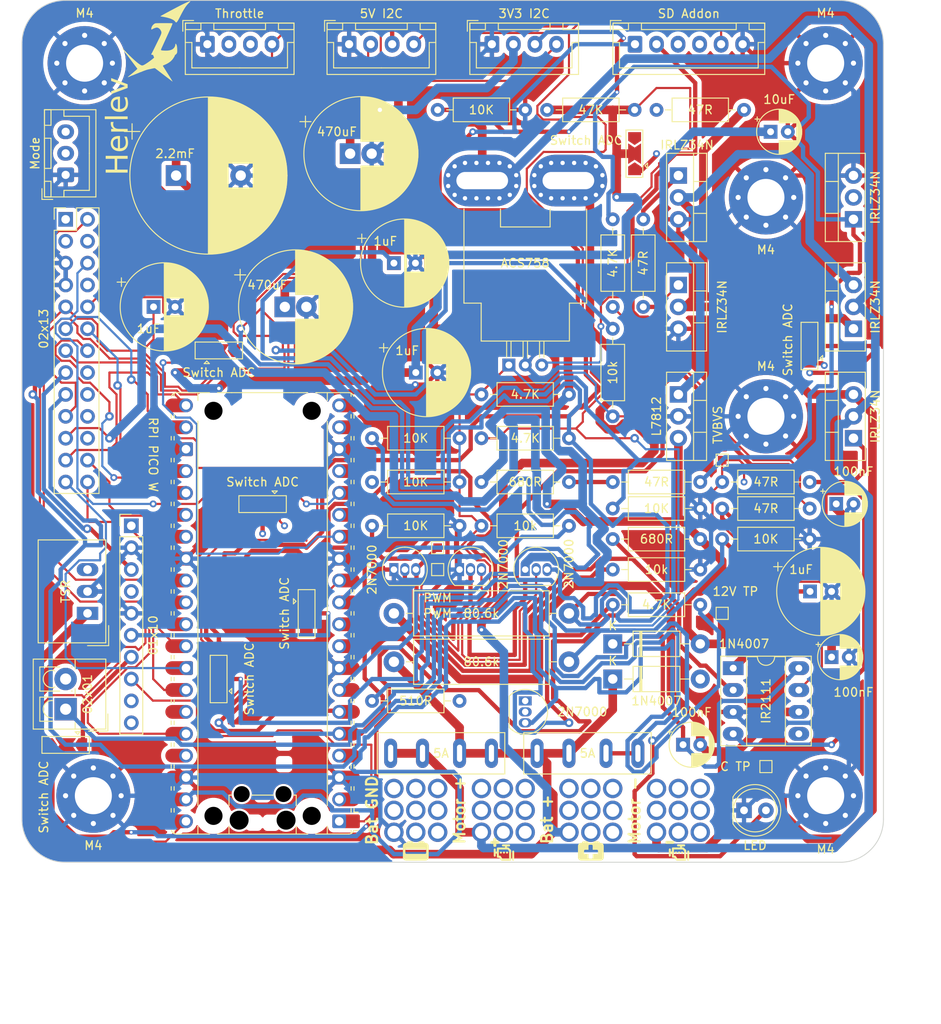
<source format=kicad_pcb>
(kicad_pcb (version 20240108) (generator "pcbnew") (generator_version "8.0")
  (layers (0 "F.Cu" signal) (1 "In1.Cu" signal) (2 "In2.Cu" signal) (31 "B.Cu" signal) (34 "B.Paste" user) (35 "F.Paste" user) (36 "B.SilkS" user "B.Silkscreen") (37 "F.SilkS" user "F.Silkscreen") (38 "B.Mask" user) (39 "F.Mask" user) (44 "Edge.Cuts" user))
  (net 0 "")
  (net 1 "/PWM_OUT_FAN")
  (net 2 "/PWM_OUT")
  (net 3 "+12V")
  (net 4 "/M-")
  (net 5 "Net-(U4-HO)")
  (net 6 "/BATT +24V")
  (net 7 "+24V")
  (net 8 "GND")
  (net 9 "Net-(J9-Pin_1)")
  (net 10 "/FAN")
  (net 11 "/24V")
  (net 12 "+3V3")
  (net 13 "/V_MOTOR")
  (net 14 "/V_BATTERY")
  (net 15 "Net-(Q7-G)")
  (net 16 "Net-(Q6-G)")
  (net 17 "/CURRENT")
  (net 18 "Net-(Q5-G)")
  (net 19 "/MODE_2")
  (net 20 "/MODE_1")
  (net 21 "/THROTTLE_2")
  (net 22 "/SDA")
  (net 23 "/PWM_FAN")
  (net 24 "/THROTTLE_1")
  (net 25 "Net-(D1-A)")
  (net 26 "+5V")
  (net 27 "Net-(U4-LO)")
  (net 28 "Net-(Q9-G)")
  (net 29 "Net-(Q8-G)")
  (net 30 "/PWM_MOTOR")
  (net 31 "/5V_SCL")
  (net 32 "/5V")
  (net 33 "/SCL")
  (net 34 "/5V_SDA")
  (net 36 "Net-(D3-K)")
  (net 37 "/EXT5")
  (net 38 "/EXT2")
  (net 39 "/EXT36")
  (net 40 "/VREF")
  (net 41 "/EXT11")
  (net 42 "/SD4")
  (net 43 "/EXT34")
  (net 44 "/3V3EN")
  (net 45 "/SD1")
  (net 46 "/EXT8")
  (net 47 "/EXT7")
  (net 48 "/EXT9")
  (net 49 "/EXT14")
  (net 50 "/RUN")
  (net 51 "/EXT1")
  (net 52 "/VBUS")
  (net 53 "/AGND")
  (net 54 "/EXT4")
  (net 55 "/EXT39")
  (net 56 "/SD3")
  (net 57 "/EXT10")
  (net 58 "/SD2")
  (net 59 "/EXT3")
  (net 60 "/EXT6")
  (net 61 "/A1")
  (net 62 "/ALRT")
  (net 63 "/A2")
  (net 64 "/A0")
  (footprint "Package_TO_SOT_THT:TO-220-3_Vertical" (layer "F.Cu") (at 248.92 88.9 90)
    (property "Reference" "IRLZ34N")
    (property "Value" "IRLZ34N")
  )
  (footprint "Resistor_THT:R_Axial_DIN0207_L6.3mm_D2.5mm_P10.16mm_Horizontal" (layer "F.Cu") (at 193.04 111.76)
    (property "Reference" "10K")
    (property "Value" "10k")
  )
  (footprint "Symbol:battery + v3" (layer "F.Cu") (at 218.44 149.485)
    (property "Reference" "G***" (hide yes))
    (property "Value" "LOGO" (hide yes))
  )
  (footprint "TerminalBlock_Wuerth:7461001_REDCUBE" (layer "F.Cu") (at 218.44 144.78)
    (property "Reference" "Bat +")
    (property "Value" "Bat 24" (hide yes))
  )
  (footprint "Package_DIP:DIP-8_W7.62mm_Socket_LongPads" (layer "F.Cu") (at 234.96 128.28)
    (property "Reference" "IR2111")
    (property "Value" "IR2111")
  )
  (footprint "Connector_JST:JST_XH_B6B-XH-A_1x06_P2.50mm_Vertical" (layer "F.Cu") (at 223.56 55.88)
    (property "Reference" "SD Addon")
    (property "Value" "SD")
  )
  (footprint "Capacitor_THT:CP_Radial_D10.0mm_P2.50mm" (layer "F.Cu") (at 198.12 93.98)
    (property "Reference" "1uF")
    (property "Value" "1u")
  )
  (footprint "Package_TO_SOT_THT:TO-220-3_Vertical" (layer "F.Cu") (at 228.6 71.12 -90)
    (property "Reference" "IRLZ34N")
    (property "Value" "IRLZ34N")
  )
  (footprint "Package_TO_SOT_THT:TO-92_Inline" (layer "F.Cu") (at 195.58 116.84)
    (property "Reference" "2N7000")
    (property "Value" "2N7000")
  )
  (footprint "Jumper:SolderJumper-3_P2.0mm_Open_TrianglePad1.0x1.5mm" (layer "F.Cu") (at 243.84 90.9 90)
    (property "Reference" "Switch ADC")
    (property "Value" "Switch ADC")
  )
  (footprint "TestPoint:TestPoint_Pad_1.0x1.0mm" (layer "F.Cu") (at 200.66 116.84)
    (property "Reference" "PWM")
    (property "Value" "PWMTPMF")
  )
  (footprint "Resistor_THT:R_Axial_DIN0207_L6.3mm_D2.5mm_P10.16mm_Horizontal" (layer "F.Cu") (at 203.2 101.6 180)
    (property "Reference" "10K")
    (property "Value" "10K")
  )
  (footprint "Resistor_THT:R_Axial_DIN0516_L15.5mm_D5.0mm_P20.32mm_Horizontal" (layer "F.Cu") (at 195.58 121.92)
    (property "Reference" "80.6k")
    (property "Value" "80.6k")
  )
  (footprint "Resistor_THT:R_Axial_DIN0207_L6.3mm_D2.5mm_P10.16mm_Horizontal" (layer "F.Cu") (at 233.68 106.68)
    (property "Reference" "47R")
    (property "Value" "47R")
  )
  (footprint "TestPoint:TestPoint_Pad_1.0x1.0mm" (layer "F.Cu") (at 233.68 104.14)
    (property "Reference" "TVBVS")
    (property "Value" "TVBVS")
  )
  (footprint "Resistor_THT:R_Axial_DIN0207_L6.3mm_D2.5mm_P10.16mm_Horizontal" (layer "F.Cu") (at 233.68 113.3)
    (property "Reference" "10K")
    (property "Value" "10k")
  )
  (footprint "Jumper:SolderJumper-3_P2.0mm_Open_TrianglePad1.0x1.5mm" (layer "F.Cu") (at 175.26 91.44)
    (property "Reference" "Switch ADC")
    (property "Value" "Switch ADC")
  )
  (footprint "Capacitor_THT:CP_Radial_D5.0mm_P2.00mm" (layer "F.Cu") (at 239.3 66.04)
    (property "Reference" "10uF")
    (property "Value" "10u")
  )
  (footprint "MountingHole:MountingHole_4.3mm_M4_Pad_Via" (layer "F.Cu") (at 238.76 99.06)
    (property "Reference" "M4")
    (property "Value" "Mount_Pad")
  )
  (footprint "Jumper:SolderJumper-3_P2.0mm_Open_TrianglePad1.0x1.5mm" (layer "F.Cu") (at 185.42 121.92 -90)
    (property "Reference" "Switch ADC")
    (property "Value" "Switch ADC")
  )
  (footprint "TerminalBlock_Wuerth:7461001_REDCUBE" (layer "F.Cu") (at 208.28 144.78)
    (property "Reference" "Motor +")
    (property "Value" "MOTOR +VE" (hide yes))
  )
  (footprint "Resistor_THT:R_Axial_DIN0207_L6.3mm_D2.5mm_P10.16mm_Horizontal" (layer "F.Cu") (at 233.68 109.76)
    (property "Reference" "47R")
    (property "Value" "47R")
  )
  (footprint "LED_THT:LED_D5.0mm" (layer "F.Cu") (at 236.22 144.78)
    (property "Reference" "LED")
    (property "Value" "LED")
  )
  (footprint "Resistor_THT:R_Axial_DIN0207_L6.3mm_D2.5mm_P10.16mm_Horizontal" (layer "F.Cu") (at 220.98 99.06 90)
    (property "Reference" "10k")
    (property "Value" "10K")
  )
  (footprint "Module_RaspberryPi_Pico:RaspberryPi_Pico_Common_MountingHoles" (layer "F.Cu") (at 180.34 121.92 180)
    (property "Reference" "RPI PICO W")
    (property "Value" "RaspberryPi_Pico_W")
  )
  (footprint "TestPoint:TestPoint_Pad_1.0x1.0mm" (layer "F.Cu") (at 233.68 121.92)
    (property "Reference" "12V TP")
    (property "Value" "12v")
  )
  (footprint "Capacitor_THT:CP_Radial_D5.0mm_P2.00mm" (layer "F.Cu") (at 246.92 109.22)
    (property "Reference" "100nF")
    (property "Value" "100n")
  )
  (footprint "Jumper:SolderJumper-3_P2.0mm_Open_TrianglePad1.0x1.5mm" (layer "F.Cu") (at 157.48 137.16 180)
    (property "Reference" "Switch ADC")
    (property "Value" "Switch ADC")
  )
  (footprint "TerminalBlock_Wuerth:7461001_REDCUBE" (layer "F.Cu") (at 228.6 144.78)
    (property "Reference" "Motor -")
    (property "Value" "MOTOR -VE" (hide yes))
  )
  (footprint "Symbol:motor -" (layer "F.Cu") (at 228.6 149.6725)
    (property "Reference" "G***" (hide yes))
    (property "Value" "LOGO" (hide yes))
  )
  (footprint "Package_TO_SOT_THT:TO-92_Inline" (layer "F.Cu") (at 210.82 132.08 -90)
    (property "Reference" "2N7000")
    (property "Value" "2N7000")
  )
  (footprint "Converter_DCDC:Converter_DCDC_TRACO_TSR-1_THT" (layer "F.Cu") (at 160.02 121.92 90)
    (property "Reference" "TSR")
    (property "Value" "TSR_1-2450")
  )
  (footprint "TestPoint:TestPoint_Pad_1.0x1.0mm" (layer "F.Cu") (at 200.66 114.3)
    (property "Reference" "PWM")
    (property "Value" "PWMTP")
  )
  (footprint "Resistor_THT:R_Axial_DIN0207_L6.3mm_D2.5mm_P10.16mm_Horizontal" (layer "F.Cu") (at 220.98 120.92)
    (property "Reference" "4.7K")
    (property "Value" "4.7k")
  )
  (footprint "Resistor_THT:R_Axial_DIN0207_L6.3mm_D2.5mm_P10.16mm_Horizontal" (layer "F.Cu") (at 205.74 111.76)
    (property "Reference" "10k")
    (property "Value" "10K")
  )
  (footprint "Resistor_THT:R_Axial_DIN0207_L6.3mm_D2.5mm_P10.16mm_Horizontal" (layer "F.Cu") (at 226.06 63.5)
    (property "Reference" "47R")
    (property "Value" "47R")
  )
  (footprint "Resistor_THT:R_Axial_DIN0207_L6.3mm_D2.5mm_P10.16mm_Horizontal" (layer "F.Cu") (at 203.2 132.08 180)
    (property "Reference" "510R")
    (property "Value" "510R")
  )
  (footprint "Resistor_THT:R_Axial_DIN0207_L6.3mm_D2.5mm_P10.16mm_Horizontal" (layer "F.Cu") (at 213.36 63.5)
    (property "Reference" "47K")
    (property "Value" "47k")
  )
  (footprint "Connector_JST:JST_XH_B4B-XH-A_1x04_P2.50mm_Vertical" (layer "F.Cu") (at 206.95 55.88)
    (property "Reference" "3V3 I2C")
    (property "Value" "3V3 I2C")
  )
  (footprint "Connector_JST:JST_XH_B4B-XH-A_1x04_P2.50mm_Vertical" (layer "F.Cu") (at 173.93 55.88)
    (property "Reference" "Throttle")
    (property "Value" "Throttle")
  )
  (footprint "Capacitor_THT:CP_Radial_D18.0mm_P7.50mm" (layer "F.Cu") (at 170.3 71.12)
    (property "Reference" "2.2mF")
    (property "Value" "2.2m")
  )
  (footprint "Package_TO_SOT_THT:TO-220-3_Vertical" (layer "F.Cu") (at 248.92 76.2 90)
    (property "Reference" "IRLZ34N")
    (property "Value" "IRLZ34N")
  )
  (footprint "MountingHole:MountingHole_4.3mm_M4_Pad_Via" (layer "F.Cu") (at 159.680419 58.080419)
    (property "Reference" "M4")
    (property "Value" "Mount_Pad")
  )
  (footprint "Capacitor_THT:CP_Radial_D13.0mm_P2.50mm" (layer "F.Cu") (at 190.5 68.58)
    (property "Reference" "470uF")
    (property "Value" "470u")
  )
  (footprint "Capacitor_THT:CP_Radial_D5.0mm_P2.00mm" (layer "F.Cu") (at 229.14 137.16)
    (property "Reference" "100nF")
    (property "Value" "100n")
  )
  (footprint "Resistor_THT:R_Axial_DIN0207_L6.3mm_D2.5mm_P10.16mm_Horizontal" (layer "F.Cu") (at 205.74 96.52)
    (property "Reference" "4.7K")
    (property "Value" "4.7K")
  )
  (footprint "Resistor_THT:R_Axial_DIN0207_L6.3mm_D2.5mm_P10.16mm_Horizontal" (layer "F.Cu") (at 203.2 106.68 180)
    (property "Reference" "10K")
    (property "Value" "10K")
  )
  (footprint "Resistor_THT:R_Axial_DIN0207_L6.3mm_D2.5mm_P10.16mm_Horizontal" (layer "F.Cu") (at 205.74 106.68)
    (property "Reference" "680R")
    (property "Value" "680R")
  )
  (footprint "Resistor_THT:R_Axial_DIN0207_L6.3mm_D2.5mm_P10.16mm_Horizontal" (layer "F.Cu") (at 231.14 113.3 180)
    (property "Reference" "680R")
    (property "Value" "680R")
  )
  (footprint "Connector_JST:JST_XH_B4B-XH-A_1x04_P2.50mm_Vertical" (layer "F.Cu") (at 190.38 55.88)
    (property "Reference" "5V I2C")
    (property "Value" "5V I2c")
  )
  (footprint "Package_TO_SOT_THT:TO-92_Inline" (layer "F.Cu") (at 203.2 116.84)
    (property "Reference" "2N7000")
    (property "Value" "2N7000")
  )
  (footprint "MountingHole:MountingHole_4.3mm_M4_Pad_Via" (layer "F.Cu") (at 245.695 58.080419)
    (property "Reference" "M4")
    (property "Value" "Mount_Pad")
  )
  (footprint "Capacitor_THT:CP_Radial_D10.0mm_P2.50mm" (layer "F.Cu") (at 167.68 86.36)
    (property "Reference" "1uF")
    (property "Value" "1u")
  )
  (footprint "Capacitor_THT:CP_Radial_D13.0mm_P2.50mm" (layer "F.Cu") (at 182.92 86.36)
    (property "Reference" "470uF")
    (property "Value" "470u")
  )
  (footprint "Package_TO_SOT_THT:TO-92_Inline" (layer "F.Cu") (at 210.82 116.84)
    (property "Reference" "2N7000")
    (property "Value" "2N7000")
  )
  (footprint "Resistor_THT:R_Axial_DIN0207_L6.3mm_D2.5mm_P10.16mm_Horizontal" (layer "F.Cu") (at 224.52 86.36 90)
    (property "Reference" "47R")
    (property "Value" "47R")
  )
  (footprint "Resistor_THT:R_Axial_DIN0207_L6.3mm_D2.5mm_P10.16mm_Horizontal" (layer "F.Cu") (at 220.98 109.76)
    (property "Reference" "10K")
    (property "Value" "10k")
  )
  (footprint "Symbol:motor +" (layer "F.Cu") (at 208.28 149.5475)
    (property "Reference" "G***" (hide yes))
    (property "Value" "LOGO" (hide yes))
  )
  (footprint "Resistor_THT:R_Axial_DIN0207_L6.3mm_D2.5mm_P10.16mm_Horizontal" (layer "F.Cu") (at 200.66 63.5)
    (property "Reference" "10K")
    (property "Value" "10k")
  )
  (footprint "Diode_THT:D_DO-41_SOD81_P10.16mm_Horizontal" (layer "F.Cu") (at 220.98 125.46)
    (property "Reference" "1N4007")
    (property "Value" "1N4007")
  )
  (footprint "Package_TO_SOT_THT:TO-220-3_Vertical" (layer "F.Cu") (at 248.92 101.6 90)
    (property "Reference" "IRLZ34N")
    (property "Value" "IRLZ34N")
  )
  (footprint "TestPoint:TestPoint_Pad_1.0x1.0mm" (layer "F.Cu") (at 238.76 139.7)
    (property "Reference" "C TP")
    (property "Value" "TestPoint")
  )
  (footprint "Capacitor_THT:CP_Radial_D10.0mm_P2.50mm" (layer "F.Cu") (at 243.88 119.38)
    (property "Reference" "1uF")
    (property "Value" "1u")
  )
  (footprint "Connector_JST:JST_XH_B3B-XH-A_1x03_P2.50mm_Vertical" (layer "F.Cu") (at 157.48 71.04 90)
    (property "Reference" "Mode")
    (property "Value" "Mode")
  )
  (footprint "Connector_PinHeader_2.54mm:PinHeader_2x13_P2.54mm_Vertical" (layer "F.Cu") (at 157.48 76.2)
    (property "Reference" "02x13")
    (property "Value" "External Con")
  )
  (footprint "MountingHole:MountingHole_4.3mm_M4_Pad_Via" (layer "F.Cu") (at 238.76 73.66)
    (property "Reference" "M4")
    (property "Value" "Mount_Pad")
  )
  (footprint "Resistor_THT:R_Axial_DIN0207_L6.3mm_D2.5mm_P10.16mm_Horizontal" (layer "F.Cu") (at 220.98 86.36 90)
    (property "Reference" "4.7K")
    (property "Value" "4.7K")
  )
  (footprint "Capacitor_THT:CP_Radial_D5.0mm_P2.00mm" (layer "F.Cu") (at 246.38 127)
    (property "Reference" "100nF")
    (property "Value" "100n")
  )
  (footprint "Symbol:zev 3" (layer "F.Cu") (at 180.34 55.88)
    (property "Reference" "G***" (hide yes))
    (property "Value" "LOGO" (hide yes))
  )
  (footprint "Resistor_THT:R_Axial_DIN0207_L6.3mm_D2.5mm_P10.16mm_Horizontal" (layer "F.Cu") (at 220.98 116.84)
    (property "Reference" "10k")
    (property "Value" "10k")
  )
  (footprint "Sensor_Current:Allegro_CB_PFF" (layer "F.Cu") (at 208.92 93.105)
    (property "Reference" "ACS758")
    (property "Value" "ACS758")
  )
  (footprint "TerminalBlock_4Ucon:TerminalBlock_4Ucon_1x02_P3.50mm_Vertical" (layer "F.Cu") (at 157.48 133.04 90)
    (property "Reference" "02x01")
    (property "Value" "FAN")
  )
  (footprint "MountingHole:MountingHole_4.3mm_M4_Pad_Via" (layer "F.Cu") (at 160.695 143.080419)
    (property "Reference" "M4")
    (property "Value" "Mount_Pad")
  )
  (footprint "Connector_PinHeader_2.54mm:PinHeader_1x10_P2.54mm_Vertical" (layer "F.Cu") (at 165.1 111.76)
    (property "Reference" "01x10")
    (property "Value" "ADS1115")
  )
  (footprint "Resistor_THT:R_Axial_DIN0207_L6.3mm_D2.5mm_P10.16mm_Horizontal" (layer "F.Cu") (at 220.98 106.68)
    (property "Reference" "47R")
    (property "Value" "47R")
  )
  (footprint "Jumper:SolderJumper-3_P2.0mm_Open_TrianglePad1.0x1.5mm" (layer "F.Cu") (at 223.52 68.58 90)
    (property "Reference" "Switch ADC")
    (property "Value" "Switch ADC")
  )
  (footprint "MountingHole:MountingHole_4.3mm_M4_Pad_Via" (layer "F.Cu") (at 245.695 143.080419)
    (property "Reference" "M4")
    (property "Value" "Mount_Pad")
  )
  (footprint "Resistor_THT:R_Axial_DIN0207_L6.3mm_D2.5mm_P10.16mm_Horizontal" (layer "F.Cu") (at 205.74 101.6)
    (property "Reference" "4.7K")
    (property "Value" "4.7k")
  )
  (footprint "Resistor_THT:R_Axial_DIN0516_L15.5mm_D5.0mm_P20.32mm_Horizontal" (layer "F.Cu") (at 195.58 127.54)
    (property "Reference" "80.6k")
    (property "Value" "80.6k")
  )
  (footprint "Diode_THT:D_DO-41_SOD81_P10.16mm_Horizontal" (layer "F.Cu") (at 220.98 129.54)
    (property "Reference" "1N4007")
    (property "Value" "1N4007")
  )
  (footprint "Capacitor_THT:CP_Radial_D10.0mm_P2.50mm" (layer "F.Cu") (at 195.58 81.28)
    (property "Reference" "1uF")
    (property "Value" "1u")
  )
  (footprint "Package_TO_SOT_THT:TO-220-3_Vertical" (layer "F.Cu") (at 228.6 96.52 -90)
    (property "Reference" "L7812")
    (property "Value" "L7812")
  )
  (footprint "Package_TO_SOT_THT:TO-220-3_Vertical" (layer "F.Cu") (at 228.6 83.82 -90)
    (property "Reference" "IRLZ34N")
    (property "Value" "IRLZ34N")
  )
  (footprint "Jumper:SolderJumper-3_P2.0mm_Open_TrianglePad1.0x1.5mm" (layer "F.Cu") (at 180.34 109.22 180)
    (property "Reference" "Switch ADC")
    (property "Value" "Switch ADC")
  )
  (footprint "Symbol:XF-506P" (layer "F.Cu") (at 201.05 138.16)
    (property "Reference" "5A")
    (property "Value" "5A")
  )
  (footprint "Symbol:battery - v2" (layer "F.Cu") (at 198.12 149.485)
    (property "Reference" "G***" (hide yes))
    (property "Value" "LOGO" (hide yes))
  )
  (footprint "TerminalBlock_Wuerth:7461001_REDCUBE" (layer "F.Cu") (at 198.12 144.78)
    (property "Reference" "Bat GND")
    (property "Value" "BAT GND" (hide yes))
  )
  (footprint "Symbol:XF-506P" (layer "F.Cu") (at 218.05 138.16)
    (property "Reference" "5A")
    (property "Value" "5A")
  )
  (footprint "Jumper:SolderJumper-3_P2.0mm_Open_TrianglePad1.0x1.5mm" (layer "F.Cu") (at 175.26 129.54 90)
    (property "Reference" "Switch ADC")
    (property "Value" "Switch ADC")
  )
  (gr_arc (start 247.4 50.8) (mid 250.935534 52.264466) (end 252.4 55.8) (stroke (width 0.1)) (layer "Edge.Cuts"))
  (gr_line (start 252.4 55.8) (end 252.4 145.8) (stroke (width 0.1)) (layer "Edge.Cuts"))
  (gr_arc (start 252.4 145.8) (mid 250.935534 149.335534) (end 247.4 150.8) (stroke (width 0.1)) (layer "Edge.Cuts"))
  (gr_arc (start 152.4 55.8) (mid 153.864466 52.264466) (end 157.4 50.8) (stroke (width 0.1)) (layer "Edge.Cuts"))
  (gr_line (start 152.4 145.8) (end 152.4 55.8) (stroke (width 0.1)) (layer "Edge.Cuts"))
  (gr_line (start 247.4 150.8) (end 157.4 150.8) (stroke (width 0.1)) (layer "Edge.Cuts"))
  (gr_arc (start 157.4 150.8) (mid 153.864466 149.335534) (end 152.4 145.8) (stroke (width 0.1)) (layer "Edge.Cuts"))
  (gr_line (start 157.4 50.8) (end 247.4 50.8) (stroke (width 0.1)) (layer "Edge.Cuts"))
  (gr_text "Herlev" (at 165.1 71.12 90) (layer "F.SilkS") (effects (font (size 2.5 2.5)) (justify left bottom)))
  (segment (start 203.053312 122.818084) (end 203.053312 126.246688) (width 0.25) (layer "F.Cu") (net 1))
  (segment (start 215.9 106.68) (end 220.98 106.68) (width 0.5) (layer "F.Cu") (net 1))
  (segment (start 206.305 119.566396) (end 203.053312 122.818084) (width 0.25) (layer "F.Cu") (net 1))
  (segment (start 205.74 119.001396) (end 205.74 116.84) (width 0.25) (layer "F.Cu") (net 1))
  (segment (start 198.775 121.968376) (end 198.775 118.725) (width 0.25) (layer "F.Cu") (net 1))
  (segment (start 206.305 119.566396) (end 205.74 119.001396) (width 0.25) (layer "F.Cu") (net 1))
  (segment (start 203.053312 126.246688) (end 198.775 121.968376) (width 0.25) (layer "F.Cu") (net 1))
  (segment (start 198.775 118.725) (end 200.66 116.84) (width 0.25) (layer "F.Cu") (net 1))
  (segment (start 224.02 116.34) (end 228.69 121.01) (width 0.5) (layer "F.Cu") (net 2))
  (segment (start 228.69 121.01) (end 228.69 125.54) (width 0.5) (layer "F.Cu") (net 2))
  (segment (start 218.410025 116.810025) (end 219.63005 115.59) (width 0.5) (layer "F.Cu") (net 2))
  (segment (start 215.929975 116.810025) (end 218.410025 116.810025) (width 0.5) (layer "F.Cu") (net 2))
  (segment (start 220.98 113.3) (end 224.02 116.34) (width 0.5) (layer "F.Cu") (net 2))
  (segment (start 213.353808 119.386192) (end 210.76 121.98) (width 0.5) (layer "F.Cu") (net 2))
  (segment (start 223.27 115.59) (end 224.02 116.34) (width 0.5) (layer "F.Cu") (net 2))
  (segment (start 198.2 122.206548) (end 198.2 116.92) (width 0.5) (layer "F.Cu") (net 2))
  (segment (start 198.2 116.92) (end 198.12 116.84) (width 0.5) (layer "F.Cu") (net 2))
  (segment (start 210.76 121.98) (end 210.76 127.89) (width 0.5) (layer "F.Cu") (net 2))
  (segment (start 219.63005 115.59) (end 223.27 115.59) (width 0.5) (layer "F.Cu") (net 2))
  (segment (start 213.353808 119.386192) (end 215.929975 116.810025) (width 0.5) (layer "F.Cu") (net 2))
  (segment (start 198.12 116.84) (end 200.66 114.3) (width 0.5) (layer "F.Cu") (net 2))
  (segment (start 231.782032 127.99) (end 234.612032 130.82) (width 0.5) (layer "F.Cu") (net 2))
  (segment (start 234.612032 130.82) (end 234.96 130.82) (width 0.5) (layer "F.Cu") (net 2))
  (segment (start 210.76 127.89) (end 203.883452 127.89) (width 0.5) (layer "F.Cu") (net 2))
  (segment (start 228.69 125.54) (end 231.14 127.99) (width 0.5) (layer "F.Cu") (net 2))
  (segment (start 231.14 127.99) (end 231.782032 127.99) (width 0.5) (layer "F.Cu") (net 2))
  (segment (start 203.883452 127.89) (end 198.2 122.206548) (width 0.5) (layer "F.Cu") (net 2))
  (segment (start 228.6 110.76) (end 228.6 101.6) (width 1) (layer "F.Cu") (net 3))
  (segment (start 246.92 109.76) (end 246.92 109.22) (width 1) (layer "F.Cu") (net 3))
  (segment (start 231.14 125.46) (end 229.64 123.96) (width 1) (layer "F.Cu") (net 3))
  (segment (start 236.22 125.46) (end 233.68 125.46) (width 1) (layer "F.Cu") (net 3))
  (segment (start 233.68 115.84) (end 231.14 113.3) (width 1) (layer "F.Cu") (net 3))
  (segment (start 215.481321 109.22) (end 213.36 109.22) (width 1) (layer "F.Cu") (net 3))
  (segment (start 231.14 119.38) (end 233.68 116.84) (width 1) (layer "F.Cu") (net 3))
  (segment (start 246.38 124.46) (end 248.92 121.92) (width 1) (layer "F.Cu") (net 3))
  (segment (start 230.558679 119.38) (end 231.14 119.38) (width 1) (layer "F.Cu") (net 3))
  (segment (start 248.92 121.92) (end 248.92 111.76) (width 1) (layer "F.Cu") (net 3))
  (segment (start 248.92 111.76) (end 246.92 109.76) (width 1) (layer "F.Cu") (net 3))
  (segment (start 228.6 110.76) (end 228.1 111.26) (width 1) (layer "F.Cu") (net 3))
  (segment (start 246.38 127) (end 246.38 124.46) (width 1) (layer "F.Cu") (net 3))
  (segment (start 236.22 125.46) (end 236.22 127.02) (width 1) (layer "F.Cu") (net 3))
  (segment (start 229.64 120.298679) (end 230.558679 119.38) (width 1) (layer "F.Cu") (net 3))
  (segment (start 217.59 111.328679) (end 215.481321 109.22) (width 1) (layer "F.Cu") (net 3))
  (segment (start 236.22 127.02) (end 234.96 128.28) (width 1) (layer "F.Cu") (net 3))
  (segment (start 233.68 125.46) (end 233.68 121.92) (width 1) (layer "F.Cu") (net 3))
  (segment (start 233.68 116.84) (end 233.68 115.84) (width 1) (layer "F.Cu") (net 3))
  (segment (start 233.68 125.46) (end 231.14 125.46) (width 1) (layer "F.Cu") (net 3))
  (segment (start 228.1 111.26) (end 217.94 111.26) (width 1) (layer "F.Cu") (net 3))
  (segment (start 231.14 113.3) (end 228.6 110.76) (width 1) (layer "F.Cu") (net 3))
  (segment (start 229.64 123.96) (end 229.64 120.298679) (width 1) (layer "F.Cu") (net 3))
  (via (at 213.36 109.22) (size 0.8) (drill 0.4) (layers "F.Cu" "B.Cu") (net 3))
  (segment (start 208.28 101.6) (end 206.69 100.01) (width 1) (layer "B.Cu") (net 3))
  (segment (start 215.093502 105.030558) (end 215.093502 105.365178) (width 1) (layer "B.Cu") (net 3))
  (segment (start 208.441012 98.242233) (end 213.2 98.242233) (width 1) (layer "B.Cu") (net 3))
  (segment (start 215.093502 105.365178) (end 213.56934 106.88934) (width 1) (layer "B.Cu") (net 3))
  (segment (start 205.74 106.68) (end 208.28 104.14) (width 1) (layer "B.Cu") (net 3))
  (segment (start 213.2 98.242233) (end 213.2 103.137056) (width 1) (layer "B.Cu") (net 3))
  (segment (start 213.2 103.137056) (end 215.093502 105.030558) (width 1) (layer "B.Cu") (net 3))
  (segment (start 206.69 100.01) (end 208.28 98.42) (width 1) (layer "B.Cu") (net 3))
  (segment (start 213.36 107.098679) (end 213.36 109.22) (width 1) (layer "B.Cu") (net 3))
  (segment (start 208.28 104.14) (end 208.28 101.6) (width 1) (layer "B.Cu") (net 3))
  (segment (start 213.56934 106.88934) (end 213.36 107.098679) (width 1) (layer "B.Cu") (net 3))
  (segment (start 226.29401 149.145) (end 226.06 148.91099) (width 1) (layer "F.Cu") (net 4))
  (segment (start 195.58 121.92) (end 203.2 129.54) (width 1) (layer "F.Cu") (net 4))
  (segment (start 247.766068 148.080419) (end 243.623932 148.080419) (width 1) (layer "F.Cu") (net 4))
  (segment (start 230.3 75.36) (end 230.3 85.4725) (width 1) (layer "F.Cu") (net 4))
  (segment (start 225.056498 118.72) (end 227.74 121.403502) (width 1) (layer "F.Cu") (net 4))
  (segment (start 251.12 144.726487) (end 247.766068 148.080419) (width 1) (layer "F.Cu") (net 4))
  (segment (start 212.41 129.54) (end 212.41 122.722994) (width 1) (layer "F.Cu") (net 4))
  (segment (start 233.68 137.959999) (end 233.68 147.36094) (width 1) (layer "F.Cu") (net 4))
  (segment (start 235.421321 137.959999) (end 236.86 136.52132) (width 1) (layer "F.Cu") (net 4))
  (segment (start 231.14 137.16) (end 231.939999 137.959999) (width 1) (layer "F.Cu") (net 4))
  (segment (start 228.6 86.36) (end 233.68 86.36) (width 1) (layer "F.Cu") (net 4))
  (segment (start 251.12 98.72) (end 251.12 144.726487) (width 1) (layer "F.Cu") (net 4))
  (segment (start 231.89594 149.145) (end 226.29401 149.145) (width 1) (layer "F.Cu") (net 4))
  (segment (start 237.960661 140.499339) (end 238.76 139.7) (width 1) (layer "F.Cu") (net 4))
  (segment (start 236.86 136.52) (end 240.02 133.36) (width 1) (layer "F.Cu") (net 4))
  (segment (start 240.695 145.151487) (end 240.695 143.233678) (width 1) (layer "F.Cu") (net 4))
  (segment (start 227.74 121.403502) (end 227.74 131.22) (width 1) (layer "F.Cu") (net 4))
  (segment (start 230.3 85.4725) (end 229.4125 86.36) (width 1) (layer "F.Cu") (net 4))
  (segment (start 243.84 96.52) (end 248.92 96.52) (width 1) (layer "F.Cu") (net 4))
  (segment (start 216.412994 118.72) (end 225.056498 118.72) (width 1) (layer "F.Cu") (net 4))
  (segment (start 248.92 96.52) (end 251.12 98.72) (width 1) (layer "F.Cu") (net 4))
  (segment (start 240.02 133.36) (end 242.58 133.36) (width 1) (layer "F.Cu") (net 4))
  (segment (start 212.41 122.722994) (end 216.412994 118.72) (width 1) (layer "F.Cu") (net 4))
  (segment (start 233.68 147.36094) (end 231.89594 149.145) (width 1) (layer "F.Cu") (net 4))
  (segment (start 231.939999 137.959999) (end 233.68 137.959999) (width 1) (layer "F.Cu") (net 4))
  (segment (start 240.695 143.233678) (end 237.960661 140.499339) (width 1) (layer "F.Cu") (net 4))
  (segment (start 231.14 134.62) (end 231.14 137.16) (width 1) (layer "F.Cu") (net 4))
  (segment (start 233.68 137.959999) (end 235.421321 137.959999) (width 1) (layer "F.Cu") (net 4))
  (segment (start 203.2 129.54) (end 212.41 129.54) (width 1) (layer "F.Cu") (net 4))
  (segment (start 228.6 73.66) (end 230.3 75.36) (width 1) (layer "F.Cu") (net 4))
  (segment (start 226.06 148.91099) (end 226.06 147.32) (width 1) (layer "F.Cu") (net 4))
  (segment (start 236.86 136.52132) (end 236.86 136.52) (width 1) (layer "F.Cu") (net 4))
  (segment (start 233.68 86.36) (end 243.84 96.52) (width 1) (layer "F.Cu") (net 4))
  (segment (start 237.960661 140.499339) (end 235.421321 137.959999) (width 1) (layer "F.Cu") (net 4))
  (segment (start 229.4125 86.36) (end 228.6 86.36) (width 1) (layer "F.Cu") (net 4))
  (segment (start 243.623932 148.080419) (end 240.695 145.151487) (width 1) (layer "F.Cu") (net 4))
  (segment (start 227.74 131.22) (end 231.14 134.62) (width 1) (layer "F.Cu") (net 4))
  (segment (start 248.92 83.82) (end 243.84 78.74) (width 1) (layer "B.Cu") (net 4))
  (segment (start 243.84 71.12) (end 241.38 68.66) (width 1) (layer "B.Cu") (net 4))
  (segment (start 235.505 68.66) (end 230.505 73.66) (width 1) (layer "B.Cu") (net 4))
  (segment (start 241.38 68.66) (end 235.505 68.66) (width 1) (layer "B.Cu") (net 4))
  (segment (start 230.505 73.66) (end 228.6 73.66) (width 1) (layer "B.Cu") (net 4))
  (segment (start 243.84 78.74) (end 243.84 71.12) (width 1) (layer "B.Cu") (net 4))
  (segment (start 233.68 104.14) (end 233.68 106.68) (width 0.25) (layer "F.Cu") (net 5))
  (segment (start 233.68 104.14) (end 235.672916 104.14) (width 0.25) (layer "F.Cu") (net 5))
  (segment (start 245.255 118.505) (end 245.255 128.145) (width 0.25) (layer "F.Cu") (net 5))
  (segment (start 232.555 110.584009) (end 240.775991 118.805) (width 0.25) (layer "F.Cu") (net 5))
  (segment (start 245.005 118.255) (end 245.255 118.505) (width 0.25) (layer "F.Cu") (net 5))
  (segment (start 245.255 128.145) (end 242.58 130.82) (width 0.25) (layer "F.Cu") (net 5))
  (segment (start 236.22 104.687083) (end 236.22 106.68) (width 0.25) (layer "F.Cu") (net 5))
  (segment (start 233.68 106.68) (end 232.555 107.805) (width 0.25) (layer "F.Cu") (net 5))
  (segment (start 235.672916 104.14) (end 235.946458 104.413542) (width 0.25) (layer "F.Cu") (net 5))
  (segment (start 241.3 118.805) (end 241.85 118.255) (width 0.25) (layer "F.Cu") (net 5))
  (segment (start 232.555 107.805) (end 232.555 110.584009) (width 0.25) (layer "F.Cu") (net 5))
  (segment (start 241.85 118.255) (end 245.005 118.255) (width 0.25) (layer "F.Cu") (net 5))
  (segment (start 235.946458 104.413542) (end 236.22 104.687083) (width 0.25) (layer "F.Cu") (net 5))
  (segment (start 240.775991 118.805) (end 241.3 118.805) (width 0.25) (layer "F.Cu") (net 5))
  (via (at 236.22 106.68) (size 0.8) (drill 0.4) (layers "F.Cu" "B.Cu") (net 5))
  (segment (start 205.74 123) (end 208.28 120.46) (width 1) (layer "F.Cu") (net 6))
  (segment (start 222.276321 99.885) (end 221.601321 100.56) (width 1) (layer "F.Cu") (net 6))
  (segment (start 225.81 103.046498) (end 225.81 102.184436) (width 1) (layer "F.Cu") (net 6))
  (segment (start 219.48 99.681321) (end 219.48 98.438679) (width 1) (layer "F.Cu") (net 6))
  (segment (start 218.33 88.9) (end 218.33 74.065) (width 1) (layer "F.Cu") (net 6))
  (segment (start 221.398679 96.52) (end 223.247836 96.52) (width 1) (layer "F.Cu") (net 6))
  (segment (start 208.28 120.46) (end 208.28 115.796242) (width 1) (layer "F.Cu") (net 6))
  (segment (start 219.48 98.438679) (end 221.398679 96.52) (width 1) (layer "F.Cu") (net 6))
  (segment (start 208.28 106.68) (end 210.48 104.48) (width 1) (layer "F.Cu") (net 6))
  (segment (start 224.376498 104.48) (end 225.81 103.046498) (width 1) (layer "F.Cu") (net 6))
  (segment (start 218.33 74.065) (end 219.03 73.365) (width 1) (layer "F.Cu") (net 6))
  (segment (start 223.247836 91.44) (end 220.87 91.44) (width 1) (layer "F.Cu") (net 6))
  (segment (start 223.247836 96.52) (end 223.247836 91.44) (width 1) (layer "F.Cu") (net 6))
  (segment (start 220.87 91.44) (end 218.33 88.9) (width 1) (layer "F.Cu") (net 6))
  (segment (start 208.28 115.796242) (end 208.28 106.68) (width 1) (layer "F.Cu") (net 6))
  (segment (start 221.601321 100.56) (end 220.358679 100.56) (width 1) (layer "F.Cu") (net 6))
  (segment (start 225.81 102.184436) (end 223.510564 99.885) (width 1) (layer "F.Cu") (net 6))
  (segment (start 220.358679 100.56) (end 219.48 99.681321) (width 1) (layer "F.Cu") (net 6))
  (segment (start 205.74 123.83) (end 205.74 123) (width 1) (layer "F.Cu") (net 6))
  (segment (start 210.48 104.48) (end 224.376498 104.48) (width 1) (layer "F.Cu") (net 6))
  (segment (start 223.510564 99.885) (end 222.276321 99.885) (width 1) (layer "F.Cu") (net 6))
  (via (at 205.74 123.83) (size 0.8) (drill 0.4) (layers "F.Cu" "B.Cu") (net 6))
  (segment (start 215.9 147.32) (end 214.30901 147.32) (width 1) (layer "B.Cu") (net 6))
  (segment (start 213.36 146.37099) (end 213.36 142.19906) (width 1) (layer "B.Cu") (net 6))
  (segment (start 213.36 142.19906) (end 211.660165 140.499225) (width 1) (layer "B.Cu") (net 6))
  (segment (start 211.59939 140.56) (end 208.35 137.31061) (width 1) (layer "B.Cu") (net 6))
  (segment (start 208.35 137.31061) (end 208.35 126.44) (width 1) (layer "B.Cu") (net 6))
  (segment (start 214.30901 147.32) (end 213.36 146.37099) (width 1) (layer "B.Cu") (net 6))
  (segment (start 208.35 126.44) (end 205.74 123.83) (width 1) (layer "B.Cu") (net 6))
  (segment (start 195.2 138.16) (end 199.16094 138.16) (width 1) (layer "F.Cu") (net 7))
  (segment (start 205.185635 64.94) (end 201.76 64.94) (width 1) (layer "F.Cu") (net 7))
  (segment (start 199.16094 138.16) (end 203.2 142.19906) (width 1) (layer "F.Cu") (net 7))
  (segment (start 198.9 138.16) (end 195.2 138.16) (width 1) (layer "F.Cu") (net 7))
  (segment (start 203.2 142.19906) (end 203.2 147.32) (width 1) (layer "F.Cu") (net 7))
  (segment (start 190.5 83.82) (end 193.04 81.28) (width 1) (layer "F.Cu") (net 7))
  (segment (start 183.26 83.82) (end 182.92 84.16) (width 1) (layer "F.Cu") (net 7))
  (segment (start 196.1 61.48) (end 195.58 60.96) (width 1) (layer "F.Cu") (net 7))
  (segment (start 170.3 66.04) (end 175.38 60.96) (width 1) (layer "F.Cu") (net 7))
  (segment (start 190.5 83.82) (end 183.26 83.82) (width 1) (layer "F.Cu") (net 7))
  (segment (start 175.38 60.96) (end 193.04 60.96) (width 1) (layer "F.Cu") (net 7))
  (segment (start 170.3 71.12) (end 172.2 73.02) (width 1) (layer "F.Cu") (net 7))
  (segment (start 195.58 60.96) (end 193.04 60.96) (width 1) (layer "F.Cu") (net 7))
  (segment (start 200.66 66.04) (end 196.1 66.04) (width 1) (layer "F.Cu") (net 7))
  (segment (start 172.2 73.02) (end 192.4 73.02) (width 1) (layer "F.Cu") (net 7))
  (segment (start 205.83 65.584365) (end 205.185635 64.94) (width 1) (layer "F.Cu") (net 7))
  (segment (start 193.04 73.66) (end 193.04 81.28) (width 1) (layer "F.Cu") (net 7))
  (segment (start 205.83 71.705) (end 205.83 65.584365) (width 1) (layer "F.Cu") (net 7))
  (segment (start 193.04 60.96) (end 190.5 63.5) (width 1) (layer "F.Cu") (net 7))
  (segment (start 196.1 66.04) (end 196.1 61.48) (width 1) (layer "F.Cu") (net 7))
  (segment (start 203.2 147.32) (end 205.74 147.32) (width 1) (layer "F.Cu") (net 7))
  (segment (start 192.4 73.02) (end 193.04 73.66) (width 1) (layer "F.Cu") (net 7))
  (segment (start 182.92 84.16) (end 182.92 86.36) (width 1) (layer "F.Cu") (net 7))
  (segment (start 201.76 64.94) (end 200.66 66.04) (width 1) (layer "F.Cu") (net 7))
  (segment (start 170.3 71.12) (end 170.3 66.04) (width 1) (layer "F.Cu") (net 7))
  (segment (start 190.5 63.5) (end 190.5 68.58) (width 1) (layer "F.Cu") (net 7))
  (segment (start 250.695 84.585) (end 248.92 86.36) (width 1) (layer "B.Cu") (net 7))
  (segment (start 205.74 148.91099) (end 205.97401 149.145) (width 1) (layer "B.Cu") (net 7))
  (segment (start 248.92 86.36) (end 249.7325 86.36) (width 1) (layer "B.Cu") (net 7))
  (segment (start 246.701488 149.145) (end 247.453244 148.393244) (width 1) (layer "B.Cu") (net 7))
  (segment (start 250.695 56.009351) (end 250.695 84.585) (width 1) (layer "B.Cu") (net 7))
  (segment (start 250.695 145.151487) (end 247.453244 148.393244) (width 1) (layer "B.Cu") (net 7))
  (segment (start 249.7325 86.36) (end 251.46 88.0875) (width 1) (layer "B.Cu") (net 7))
  (segment (start 205.74 147.32) (end 205.74 148.91099) (width 1) (layer "B.Cu") (net 7))
  (segment (start 250.695 108.520127) (end 250.695 145.151487) (width 1) (layer "B.Cu") (net 7))
  (segment (start 251.46 96.52) (end 248.92 99.06) (width 1) (layer "B.Cu") (net 7))
  (segment (start 247.22 99.9475) (end 247.22 105.045127) (width 1) (layer "B.Cu") (net 7))
  (segment (start 205.97401 149.145) (end 246.701488 149.145) (width 1) (layer "B.Cu") (net 7))
  (segment (start 247.766068 53.080419) (end 250.695 56.009351) (width 1) (layer "B.Cu") (net 7))
  (segment (start 248.0325 99.9475) (end 247.22 99.9475) (width 1) (layer "B.Cu") (net 7))
  (segment (start 243.623932 53.080419) (end 247.766068 53.080419) (width 1) (layer "B.Cu") (net 7))
  (segment (start 239.149351 57.555) (end 222.55957 57.555) (width 1) (layer "B.Cu") (net 7))
  (segment (start 222.55957 57.555) (end 208.40957 71.705) (width 1) (layer "B.Cu") (net 7))
  (segment (start 248.92 99.06) (end 248.0325 99.9475) (width 1) (layer "B.Cu") (net 7))
  (segment (start 243.623932 53.080419) (end 239.149351 57.555) (width 1) (layer "B.Cu") (net 7))
  (segment (start 247.22 105.045127) (end 250.695 108.520127) (width 1) (layer "B.Cu") (net 7))
  (segment (start 251.46 88.0875) (end 251.46 96.52) (width 1) (layer "B.Cu") (net 7))
  (segment (start 208.40957 71.705) (end 205.83 71.705) (width 1) (layer "B.Cu") (net 7))
  (segment (start 202.896586 116.536586) (end 202.896586 112.063414) (width 0.5) (layer "F.Cu") (net 8))
  (segment (start 241.3 62.475419) (end 245.695 58.080419) (width 0.5) (layer "F.Cu") (net 8))
  (segment (start 200.62 93.98) (end 199.220001 95.379999) (width 0.5) (layer "F.Cu") (net 8))
  (segment (start 238.260419 58.080419) (end 236.06 55.88) (width 0.5) (layer "F.Cu") (net 8))
  (segment (start 200.62 95.86) (end 200.66 95.9) (width 0.5) (layer "F.Cu") (net 8))
  (segment (start 241.3 71.12) (end 238.76 73.66) (width 0.5) (layer "F.Cu") (net 8))
  (segment (start 197.55 102.87) (end 189.23 102.87) (width 0.5) (layer "F.Cu") (net 8))
  (segment (start 200.66 95.9) (end 200.66 103.44) (width 0.5) (layer "F.Cu") (net 8))
  (segment (start 200.66 103.44) (end 198.12 103.44) (width 0.5) (layer "F.Cu") (net 8))
  (segment (start 245.695 58.080419) (end 238.260419 58.080419) (width 0.5) (layer "F.Cu") (net 8))
  (segment (start 198.12 103.44) (end 197.55 102.87) (width 0.5) (layer "F.Cu") (net 8))
  (segment (start 203.2 116.84) (end 202.896586 116.536586) (width 0.5) (layer "F.Cu") (net 8))
  (segment (start 200.62 93.98) (end 200.62 95.86) (width 0.5) (layer "F.Cu") (net 8))
  (segment (start 199.220001 95.379999) (end 198.057918 95.379999) (width 0.5) (layer "F.Cu") (net 8))
  (segment (start 202.896586 112.063414) (end 203.2 111.76) (width 0.5) (layer "F.Cu") (net 8))
  (segment (start 248.92 71.12) (end 241.3 71.12) (width 0.5) (layer "F.Cu") (net 8))
  (segment (start 241.3 66.04) (end 241.3 62.475419) (width 0.5) (layer "F.Cu") (net 8))
  (via (at 198.057918 95.379999) (size 0.8) (drill 0.4) (layers "F.Cu" "B.Cu") (net 8))
  (segment (start 231.14 109.76) (end 229.89 108.51) (width 0.5) (layer "B.Cu") (net 8))
  (segment (start 193.325 68.255) (end 195.58 68.255) (width 0.5) (layer "B.Cu") (net 8))
  (segment (start 238.76 73.66) (end 236.22 73.66) (width 0.5) (layer "B.Cu") (net 8))
  (segment (start 188.66 90.74) (end 185.42 90.74) (width 0.5) (layer "B.Cu") (net 8))
  (segment (start 248.92 61.305419) (end 245.695 58.080419) (width 0.5) (layer "B.Cu") (net 8))
  (segment (start 227.195 99.06) (end 228.6 99.06) (width 0.5) (layer "B.Cu") (net 8))
  (segment (start 218.44 93.4) (end 221.535 93.4) (width 0.5) (layer "B.Cu") (net 8))
  (segment (start 202 118.04) (end 203.2 116.84) (width 0.5) (layer "B.Cu") (net 8))
  (segment (start 172.72 53.34) (end 173.93 54.55) (width 0.5) (layer "B.Cu") (net 8))
  (segment (start 197.617917 95.82) (end 198.057918 95.379999) (width 0.5) (layer "B.Cu") (net 8))
  (segment (start 225.595 91.905) (end 225.595 97.46) (width 0.5) (layer "B.Cu") (net 8))
  (segment (start 229.89 108.51) (end 229.89 105.39) (width 0.5) (layer "B.Cu") (net 8))
  (segment (start 175.26 68.58) (end 177.8 71.12) (width 0.5) (layer "B.Cu") (net 8))
  (segment (start 171.45 102.87) (end 170.18 104.14) (width 0.5) (layer "B.Cu") (net 8))
  (segment (start 155.02 71.04) (end 157.48 71.04) (width 0.5) (layer "B.Cu") (net 8))
  (segment (start 248.38 134.62) (end 248.38 140.395419) (width 0.5) (layer "B.Cu") (net 8))
  (segment (start 243.494581 55.88) (end 245.695 58.080419) (width 0.5) (layer "B.Cu") (net 8))
  (segment (start 212.88047 95.15547) (end 214.63594 93.4) (width 0.5) (layer "B.Cu") (net 8))
  (segment (start 237.919581 143.080419) (end 236.22 144.78) (width 0.5) (layer "B.Cu") (net 8))
  (segment (start 192.157056 71.12) (end 193 70.277056) (width 0.5) (layer "B.Cu") (net 8))
  (segment (start 232.39 111.01) (end 232.39 115.59) (width 0.5) (layer "B.Cu") (net 8))
  (segment (start 177.8 115.57) (end 185.42 115.57) (width 0.5) (layer "B.Cu") (net 8))
  (segment (start 214.63594 93.4) (end 218.44 93.4) (width 0.5) (layer "B.Cu") (net 8))
  (segment (start 189.23 102.87) (end 190.5 104.14) (width 0.5) (layer "B.Cu") (net 8))
  (segment (start 248.38 127) (end 248.38 123.42) (width 0.5) (layer "B.Cu") (net 8))
  (segment (start 228.6 99.06) (end 235.535 99.06) (width 0.5) (layer "B.Cu") (net 8))
  (segment (start 185.42 90.74) (end 185.42 86.36) (width 0.5) (layer "B.Cu") (net 8))
  (segment (start 156.18 72.34) (end 156.18 73.66) (width 0.5) (layer "B.Cu") (net 8))
  (segment (start 165.1 114.3) (end 160.02 119.38) (width 0.5) (layer "B.Cu") (net 8))
  (segment (start 190.5 104.14) (end 190.5 109.22) (width 0.5) (layer "B.Cu") (net 8))
  (segment (start 225.595 91.905) (end 228.6 88.9) (width 0.5) (layer "B.Cu") (net 8))
  (segment (start 193.756497 123.743503) (end 197.42 123.743503) (width 0.5) (layer "B.Cu") (net 8))
  (segment (start 231.14 109.76) (end 232.39 111.01) (width 0.5) (layer "B.Cu") (net 8))
  (segment (start 197.42 123.743503) (end 197.42 119.090051) (width 0.5) (layer "B.Cu") (net 8))
  (segment (start 175.26 58.42) (end 175.26 68.58) (width 0.5) (layer "B.Cu") (net 8))
  (segment (start 201.046117 65.653883) (end 202.282234 66.89) (width 0.5) (layer "B.Cu") (net 8))
  (segment (start 193.427387 141.01) (end 189.27 141.01) (width 0.5) (layer "B.Cu") (net 8))
  (segment (start 248.92 71.12) (end 248.92 61.305419) (width 0.5) (layer "B.Cu") (net 8))
  (segment (start 210.83 93.105) (end 212.88047 95.15547) (width 0.5) (layer "B.Cu") (net 8))
  (segment (start 172.72 53.34) (end 164.420838 53.34) (width 0.5) (layer "B.Cu") (net 8))
  (segment (start 209.550001 67.310001) (end 210.82 66.040002) (width 0.5) (layer "B.Cu") (net 8))
  (segment (start 194.005 145.745) (end 194.005 141.587613) (width 0.5) (layer "B.Cu") (net 8))
  (segment (start 236.22 134.62) (end 234.96 133.36) (width 0.5) (layer "B.Cu") (net 8))
  (segment (start 195.58 116.84) (end 195.58 117.173858) (width 0.5) (layer "B.Cu") (net 8))
  (segment (start 205.522284 93.98) (end 207.597284 91.905) (width 0.5) (layer "B.Cu") (net 8))
  (segment (start 173.93 57.09) (end 175.26 58.42) (width 0.5) (layer "B.Cu") (net 8))
  (segment (start 190.5 114.3) (end 189.23 115.57) (width 0.5) (layer "B.Cu") (net 8))
  (segment (start 246.38 121.42) (end 246.38 119.38) (width 0.5) (layer "B.Cu") (net 8))
  (segment (start 207.597284 91.905) (end 210.69066 91.905) (width 0.5) (layer "B.Cu") (net 8))
  (segment (start 245.695 143.080419) (end 237.919581 143.080419) (width 0.5) (layer "B.Cu") (net 8))
  (segment (start 173.93 55.88) (end 173.93 57.09) (width 0.5) (layer "B.Cu") (net 8))
  (segment (start 210.69066 91.905) (end 210.83 92.04434) (width 0.5) (layer "B.Cu") (net 8))
  (segment (start 194.590051 109.22) (end 190.5 109.22) (width 0.5) (layer "B.Cu") (net 8))
  (segment (start 173.93 54.55) (end 173.93 55.88) (width 0.5) (layer "B.Cu") (net 8))
  (segment (start 195.58 117.173858) (end 196.446142 118.04) (width 0.5) (layer "B.Cu") (net 8))
  (segment (start 193 58.5) (end 204.33 58.5) (width 0.5) (layer "B.Cu") (net 8))
  (segment (start 157.48 81.28) (end 157.48 83.82) (width 0.5) (layer "B.Cu") (net 8))
  (segment (start 195.58 147.32) (end 194.005 145.745) (width 0.5) (layer "B.Cu") (net 8))
  (segment (start 201.36 109.92) (end 195.290051 109.92) (width 0.5) (layer "B.Cu") (net 8))
  (segment (start 190.5 109.22) (end 190.5 114.3) (width 0.5) (layer "B.Cu") (net 8))
  (segment (start 195.290051 109.92) (end 194.590051 109.22) (width 0.5) (layer "B.Cu") (net 8))
  (segment (start 194.005 141.587613) (end 193.427387 141.01) (width 0.5) (layer "B.Cu") (net 8))
  (segment (start 221.535 93.4) (end 227.195 99.06) (width 0.5) (layer "B.Cu") (net 8))
  (segment (start 209.13 66.89) (end 209.550001 67.310001) (width 0.5) (layer "B.Cu") (net 8))
  (segment (start 185.42 115.57) (end 189.23 115.57) (width 0.5) (layer "B.Cu") (net 8))
  (segment (start 160.02 119.38) (end 162.56 119.38) (width 0.5) (layer "B.Cu") (net 8))
  (segment (start 192.157056 72.777056) (end 198.08 78.7) (width 0.5) (layer "B.Cu") (net 8))
  (segment (start 154.94 70.96) (end 155.02 71.04) (width 0.5) (layer "B.Cu") (net 8))
  (segment (start 170.18 111.76) (end 166.37 115.57) (width 0.5) (layer "B.Cu") (net 8))
  (segment (start 162.56 119.38) (end 165.1 121.92) (width 0.5) (layer "B.Cu") (net 8))
  (segment (start 170.18 104.14) (end 170.18 111.76) (width 0.5) (layer "B.Cu") (net 8))
  (segment (start 235.535 99.06) (end 239.89137 99.06) (width 0.5) (layer "B.Cu") (net 8))
  (segment (start 248.38 127) (end 248.38 134.62) (width 0.5) (layer "B.Cu") (net 8))
  (segment (start 177.8 78.74) (end 170.18 86.36) (width 0.5) (layer "B.Cu") (net 8))
  (segment (start 248.38 140.395419) (end 245.695 143.080419) (width 0.5) (layer "B.Cu") (net 8))
  (segment (start 198.08 81.28) (end 193.74 85.62) (width 0.5) (layer "B.Cu") (net 8))
  (segment (start 210.82 66.040002) (end 210.82 63.5) (width 0.5) (layer "B.Cu") (net 8))
  (segment (start 196.446142 118.04) (end 202 118.04) (width 0.5) (layer "B.Cu") (net 8))
  (segment (start 198.470051 118.04) (end 202 118.04) (width 0.5) (layer "B.Cu") (net 8))
  (segment (start 248.38 134.62) (end 236.22 134.62) (width 0.5) (layer "B.Cu") (net 8))
  (segment (start 204.33 58.5) (end 206.95 55.88) (width 0.5) (layer "B.Cu") (net 8))
  (segment (start 193 68.58) (end 193.325 68.255) (width 0.5) (layer "B.Cu") (net 8))
  (segment (start 248.38 123.42) (end 246.38 121.42) (width 0.5) (layer "B.Cu") (net 8))
  (segment (start 193 58.5) (end 190.38 55.88) (width 0.5) (layer "B.Cu") (net 8))
  (segment (start 210.83 92.04434) (end 210.83 93.105) (width 0.5) (layer "B.Cu") (net 8))
  (segment (start 156.18 73.66) (end 156.18 79.98) (width 0.5) (layer "B.Cu") (net 8))
  (segment (start 156.18 79.98) (end 157.48 81.28) (width 0.5) (layer "B.Cu") (net 8))
  (segment (start 160.695 143.080419) (end 169.339581 143.080419) (width 0.5) (layer "B.Cu") (net 8))
  (segment (start 189.27 141.01) (end 189.23 140.97) (width 0.5) (layer "B.Cu") (net 8))
  (segment (start 193.74 85.62) (end 193.74 95.82) (width 0.5) (layer "B.Cu") (net 8))
  (segment (start 243.84 113.3) (end 242.59 112.05) (width 0.5) (layer "B.Cu") (net 8))
  (segment (start 166.37 115.57) (end 165.1 114.3) (width 0.5) (layer "B.Cu") (net 8))
  (segment (start 248.92 116.84) (end 248.92 109.22) (width 0.5) (layer "B.Cu") (net 8))
  (segment (start 189.23 128.27) (end 193.756497 123.743503) (width 0.5) (layer "B.Cu") (net 8))
  (segment (start 200.62 93.98) (end 205.522284 93.98) (width 0.5) (layer "B.Cu") (net 8))
  (segment (start 233.68 76.2) (end 228.6 76.2) (width 0.5) (layer "B.Cu") (net 8))
  (segment (start 177.8 71.12) (end 177.8 78.74) (width 0.5) (layer "B.Cu") (net 8))
  (segment (start 192.157056 71.12) (end 192.157056 72.777056) (width 0.5) (layer "B.Cu") (net 8))
  (segment (start 202.282234 66.89) (end 209.13 66.89) (width 0.5) (layer "B.Cu") (net 8))
  (segment (start 248.17 109.97) (end 248.17 110.47) (width 0.5) (layer "B.Cu") (net 8))
  (segment (start 245.34 113.3) (end 243.84 113.3) (width 0.5) (layer "B.Cu") (net 8))
  (segment (start 171.45 115.57) (end 166.37 115.57) (width 0.5) (layer "B.Cu") (net 8))
  (segment (start 236.22 99.06) (end 238.76 99.06) (width 0.5) (layer "B.Cu") (net 8))
  (segment (start 193 68.58) (end 193 58.5) (width 0.5) (layer "B.Cu") (net 8))
  (segment (start 193.74 95.82) (end 188.66 90.74) (width 0.5) (layer "B.Cu") (net 8))
  (segment (start 195.58 68.255) (end 198.181117 65.653883) (width 0.5) (layer "B.Cu") (net 8))
  (segment (start 197.42 119.090051) (end 198.470051 118.04) (width 0.5) (layer "B.Cu") (net 8))
  (segment (start 154.94 62.820838) (end 159.680419 58.080419) (width 0.5) (layer "B.Cu") (net 8))
  (segment (start 214.635939 93.4) (end 218.44 93.4) (width 0.5) (layer "B.Cu") (net 8))
  (segment (start 203.2 111.76) (end 201.36 109.92) (width 0.5) (layer "B.Cu") (net 8))
  (segment (start 246.38 119.38) (end 248.92 116.84) (width 0.5) (layer "B.Cu") (net 8))
  (segment (start 233.43 112.05) (end 231.14 109.76) (width 0.5) (layer "B.Cu") (net 8))
  (segment (start 154.94 62.820838) (end 154.94 70.96) (width 0.5) (layer "B.Cu") (net 8))
  (segment (start 193 70.277056) (end 193 68.58) (width 0.5) (layer "B.Cu") (net 8))
  (segment (start 177.8 71.12) (end 192.157056 71.12) (width 0.5) (layer "B.Cu") (net 8))
  (segment (start 193.74 95.82) (end 197.617917 95.82) (width 0.5) (layer "B.Cu") (net 8))
  (segment (start 171.45 140.97) (end 189.23 140.97) (width 0.5) (layer "B.Cu") (net 8))
  (segment (start 169.339581 143.080419) (end 171.45 140.97) (width 0.5) (layer "B.Cu") (net 8))
  (segment (start 225.595 97.46) (end 227.195 99.06) (width 0.5) (layer "B.Cu") (net 8))
  (segment (start 242.59 112.05) (end 233.43 112.05) (width 0.5) (layer "B.Cu") (net 8))
  (segment (start 198.181117 65.653883) (end 201.046117 65.653883) (width 0.5) (layer "B.Cu") (net 8))
  (segment (start 232.39 115.59) (end 231.14 116.84) (width 0.5) (layer "B.Cu") (net 8))
  (segment (start 236.22 73.66) (end 233.68 76.2) (width 0.5) (layer "B.Cu") (net 8))
  (segment (start 164.420838 53.34) (end 159.680419 58.080419) (width 0.5) (layer "B.Cu") (net 8))
  (segment (start 248.17 110.47) (end 245.34 113.3) (width 0.5) (layer "B.Cu") (net 8))
  (segment (start 171.45 115.57) (end 177.8 115.57) (width 0.5) (layer "B.Cu") (net 8))
  (segment (start 198.08 78.7) (end 198.08 81.28) (width 0.5) (layer "B.Cu") (net 8))
  (segment (start 229.89 105.39) (end 236.22 99.06) (width 0.5) (layer "B.Cu") (net 8))
  (segment (start 241.3 71.12) (end 238.76 73.66) (width 0.5) (layer "B.Cu") (net 8))
  (segment (start 248.92 109.22) (end 248.17 109.97) (width 0.5) (layer "B.Cu") (net 8))
  (segment (start 157.48 71.04) (end 156.18 72.34) (width 0.5) (layer "B.Cu") (net 8))
  (segment (start 220.2 138.16) (end 223.9 138.16) (width 0.5) (layer "F.Cu") (net 9))
  (segment (start 195.58 130.94) (end 198.699899 130.94) (width 0.5) (layer "B.Cu") (net 9))
  (segment (start 213.36 124.46) (end 213.36 128.323403) (width 0.5) (layer "B.Cu") (net 9))
  (segment (start 226.417667 125.31) (end 227.933833 123.793834) (width 0.5) (layer "B.Cu") (net 9))
  (segment (start 213.36 128.323403) (end 214.926597 129.89) (width 0.5) (layer "B.Cu") (net 9))
  (segment (start 227.933833 123.793834) (end 227.933834 123.793834) (width 0.5) (layer "B.Cu") (net 9))
  (segment (start 157.48 133.04) (end 160.9 136.46) (width 0.5) (layer "B.Cu") (net 9))
  (segment (start 212.66 123.76) (end 213.36 124.46) (width 0.5) (layer "B.Cu") (net 9))
  (segment (start 223.80995 125.31) (end 226.417667 125.31) (width 0.5) (layer "B.Cu") (net 9))
  (segment (start 228.6 124.46) (end 228.6 133.032334) (width 0.5) (layer "B.Cu") (net 9))
  (segment (start 223.52 125.59995) (end 223.80995 125.31) (width 0.5) (layer "B.Cu") (net 9))
  (segment (start 190.5 135.609949) (end 191.2 134.909949) (width 0.5) (layer "B.Cu") (net 9))
  (segment (start 228.6 133.032334) (end 227.012334 134.62) (width 0.5) (layer "B.Cu") (net 9))
  (segment (start 191.2 134.909949) (end 191.977818 134.909949) (width 0.5) (layer "B.Cu") (net 9))
  (segment (start 200.66 121.48) (end 207.16995 121.48) (width 0.5) (layer "B.Cu") (net 9))
  (segment (start 212.66 119.66995) (end 212.66 123.76) (width 0.5) (layer "B.Cu") (net 9))
  (segment (start 209.20995 119.44) (end 212.43005 119.44) (width 0.5) (layer "B.Cu") (net 9))
  (segment (start 170.912233 137.16) (end 190.5 137.16) (width 0.5) (layer "B.Cu") (net 9))
  (segment (start 226.06 134.62) (end 223.9 136.78) (width 0.5) (layer "B.Cu") (net 9))
  (segment (start 199.109949 130.529949) (end 200.22 129.419898) (width 0.5) (layer "B.Cu") (net 9))
  (segment (start 200.22 129.419898) (end 200.22 122.36) (width 0.5) (layer "B.Cu") (net 9))
  (segment (start 191.977818 134.909949) (end 195.58 131.307767) (width 0.5) (layer "B.Cu") (net 9))
  (segment (start 160.9 136.46) (end 170.212233 136.46) (width 0.5) (layer "B.Cu") (net 9))
  (segment (start 190.5 137.16) (end 190.5 135.609949) (width 0.5) (layer "B.Cu") (net 9))
  (segment (start 212.43005 119.44) (end 212.66 119.66995) (width 0.5) (layer "B.Cu") (net 9))
  (segment (start 207.16995 121.48) (end 209.20995 119.44) (width 0.5) (layer "B.Cu") (net 9))
  (segment (start 214.926597 129.89) (end 217.53 129.89) (width 0.5) (layer "B.Cu") (net 9))
  (segment (start 227.012334 134.62) (end 226.06 134.62) (width 0.5) (layer "B.Cu") (net 9))
  (segment (start 195.58 131.307767) (end 195.58 130.94) (width 0.5) (layer "B.Cu") (net 9))
  (segment (start 200.22 122.36) (end 200.66 121.92) (width 0.5) (layer "B.Cu") (net 9))
  (segment (start 200.66 121.92) (end 200.66 121.48) (width 0.5) (layer "B.Cu") (net 9))
  (segment (start 227.933834 123.793834) (end 228.6 124.46) (width 0.5) (layer "B.Cu") (net 9))
  (segment (start 222.819949 127.71) (end 223.52 127.009949) (width 0.5) (layer "B.Cu") (net 9))
  (segment (start 198.699899 130.94) (end 199.109949 130.529949) (width 0.5) (layer "B.Cu") (net 9))
  (segment (start 223.9 136.78) (end 223.9 138.16) (width 0.5) (layer "B.Cu") (net 9))
  (segment (start 219.71 127.71) (end 222.819949 127.71) (width 0.5) (layer "B.Cu") (net 9))
  (segment (start 223.52 127.009949) (end 223.52 125.59995) (width 0.5) (layer "B.Cu") (net 9))
  (segment (start 217.53 129.89) (end 219.71 127.71) (width 0.5) (layer "B.Cu") (net 9))
  (segment (start 170.212233 136.46) (end 170.912233 137.16) (width 0.5) (layer "B.Cu") (net 9))
  (segment (start 206.9 138.16) (end 212.2 138.16) (width 1) (layer "F.Cu") (net 11))
  (segment (start 195.53906 149.86) (end 211.535 149.86) (width 1) (layer "F.Cu") (net 11))
  (segment (start 156.98763 149.36763) (end 195.04669 149.36763) (width 1) (layer "F.Cu") (net 11))
  (segment (start 153.796802 128.143198) (end 153.796802 146.176802) (width 1) (layer "F.Cu") (net 11))
  (segment (start 160.02 121.92) (end 153.796802 128.143198) (width 1) (layer "F.Cu") (net 11))
  (segment (start 212.2 138.16) (end 215.9 138.16) (width 1) (layer "F.Cu") (net 11))
  (segment (start 153.796802 146.176802) (end 156.98763 149.36763) (width 1) (layer "F.Cu") (net 11))
  (segment (start 203.2 138.16) (end 206.9 138.16) (width 1) (layer "F.Cu") (net 11))
  (segment (start 220.98 133.08) (end 215.9 138.16) (width 1) (layer "F.Cu") (net 11))
  (segment (start 211.535 149.86) (end 214.075 147.32) (width 1) (layer "F.Cu") (net 11))
  (segment (start 220.98 129.54) (end 220.98 133.08) (width 1) (layer "F.Cu") (net 11))
  (segment (start 195.04669 149.36763) (end 195.53906 149.86) (width 1) (layer "F.Cu") (net 11))
  (segment (start 195.58 127.54) (end 203.2 135.16) (width 1) (layer "F.Cu") (net 11))
  (segment (start 214.075 147.32) (end 214.075 142.955) (width 1) (layer "F.Cu") (net 11))
  (segment (start 213.36 142.24) (end 213.36 139.32) (width 1) (layer "F.Cu") (net 11))
  (segment (start 203.2 135.16) (end 203.2 138.16) (width 1) (layer "F.Cu") (net 11))
  (segment (start 153.796802 146.176802) (end 157.48 149.86) (width 1) (layer "F.Cu") (net 11))
  (segment (start 213.36 139.32) (end 212.2 138.16) (width 1) (layer "F.Cu") (net 11))
  (segment (start 214.075 142.955) (end 213.36 142.24) (width 1) (layer "F.Cu") (net 11))
  (segment (start 228.6 96.52) (end 231.14 93.98) (width 1) (layer "B.Cu") (net 11))
  (segment (start 226.9 69.4675) (end 230.3275 66.04) (width 1) (layer "B.Cu") (net 11))
  (segment (start 226.9 77.04) (end 226.9 69.4675) (width 1) (layer "B.Cu") (net 11))
  (segment (start 231.14 93.98) (end 231.14 81.28) (width 1) (layer "B.Cu") (net 11))
  (segment (start 231.14 81.28) (end 226.9 77.04) (width 1) (layer "B.Cu") (net 11))
  (segment (start 230.3275 66.04) (end 239.3 66.04) (width 1) (layer "B.Cu") (net 11))
  (segment (start 154.94 111.76) (end 154.94 106.68) (width 0.25) (layer "F.Cu") (net 12))
  (segment (start 167.19 116.411701) (end 167.19 114.3) (width 0.25) (layer "F.Cu") (net 12))
  (segment (start 182.731878 82.545) (end 189.971878 82.545) (width 0.25) (layer "F.Cu") (net 12))
  (segment (start 167.19 126.571701) (end 165.586701 128.175) (width 0.25) (layer "F.Cu") (net 12))
  (segment (start 214.45 55.88) (end 214.45 56.005) (width 0.25) (layer "F.Cu") (net 12))
  (segment (start 203.503312 123.080014) (end 203.503312 126.696688) (width 0.25) (layer "F.Cu") (net 12))
  (segment (start 177.458273 89.725) (end 176.975 89.241727) (width 0.25) (layer "F.Cu") (net 12))
  (segment (start 166.372792 91.44) (end 162.318097 91.44) (width 0.25) (layer "F.Cu") (net 12))
  (segment (start 158.655 118.015) (end 166.015 118.015) (width 0.25) (layer "F.Cu") (net 12))
  (segment (start 206.755 119.38) (end 206.755 119.828326) (width 0.25) (layer "F.Cu") (net 12))
  (segment (start 176.975 89.241727) (end 176.975 88.303604) (width 0.25) (layer "F.Cu") (net 12))
  (segment (start 193.04 60.135) (end 193.04 57.91) (width 0.25) (layer "F.Cu") (net 12))
  (segment (start 160.055 134.62) (end 161.325 135.89) (width 0.25) (layer "F.Cu") (net 12))
  (segment (start 210.32 60.135) (end 193.04 60.135) (width 0.25) (layer "F.Cu") (net 12))
  (segment (start 161.195 88.413299) (end 160.506701 87.725) (width 0.25) (layer "F.Cu") (net 12))
  (segment (start 203.503312 126.696688) (end 204.121624 127.315) (width 0.25) (layer "F.Cu") (net 12))
  (segment (start 167.68 90.132792) (end 167.68 86.36) (width 0.25) (layer "F.Cu") (net 12))
  (segment (start 205.208172 115.765) (end 206.092082 115.765) (width 0.25) (layer "F.Cu") (net 12))
  (segment (start 223.504555 88.915445) (end 224.072836 89.483726) (width 0.25) (layer "F.Cu") (net 12))
  (segment (start 169.025 65.511878) (end 174.851878 59.685) (width 0.25) (layer "F.Cu") (net 12))
  (segment (start 206.755 119.828326) (end 203.503312 123.080014) (width 0.25) (layer "F.Cu") (net 12))
  (segment (start 161.325 135.89) (end 171.45 135.89) (width 0.25) (layer "F.Cu") (net 12))
  (segment (start 206.745966 119.370966) (end 206.755 119.38) (width 0.25) (layer "F.Cu") (net 12))
  (segment (start 165.586701 128.175) (end 164.738172 128.175) (width 0.25) (layer "F.Cu") (net 12))
  (segment (start 169.788604 74.295) (end 167.64 72.146396) (width 0.25) (layer "F.Cu") (net 12))
  (segment (start 168.99 94.057208) (end 168.99 95.62) (width 0.25) (layer "F.Cu") (net 12))
  (segment (start 194.055 56.895) (end 194.055 54.355) (width 0.25) (layer "F.Cu") (net 12))
  (segment (start 204.615 110.635) (end 205.74 111.76) (width 0.25) (layer "F.Cu") (net 12))
  (segment (start 154.94 114.3) (end 158.655 118.015) (width 0.25) (layer "F.Cu") (net 12))
  (segment (start 157.48 86.36) (end 158.845 87.725) (width 0.25) (layer "F.Cu") (net 12))
  (segment (start 194.055 54.355) (end 193.04 53.34) (width 0.25) (layer "F.Cu") (net 12))
  (segment (start 174.851878 59.685) (end 180.34 59.685) (width 0.25) (layer "F.Cu") (net 12))
  (segment (start 193.04 53.34) (end 183.97 53.34) (width 0.25) (layer "F.Cu") (net 12))
  (segment (start 167.64 72.146396) (end 167.64 69.778604) (width 0.25) (layer "F.Cu") (net 12))
  (segment (start 206.745966 116.418884) (end 206.745966 119.370966) (width 0.25) (layer "F.Cu") (net 12))
  (segment (start 222.105 87.485) (end 222.105 87.515889) (width 0.25) (layer "F.Cu") (net 12))
  (segment (start 172.533604 96.07) (end 175.073604 93.53) (width 0.25) (layer "F.Cu") (net 12))
  (segment (start 154.94 111.76) (end 154.94 114.3) (width 0.25) (layer "F.Cu") (net 12))
  (segment (start 206.092082 115.765) (end 206.745966 116.418884) (width 0.25) (layer "F.Cu") (net 12))
  (segment (start 191.765 80.751878) (end 191.765 74.295) (width 0.25) (layer "F.Cu") (net 12))
  (segment (start 183.97 53.34) (end 181.43 55.88) (width 0.25) (layer "F.Cu") (net 12))
  (segment (start 170.552792 95.62) (end 171.002792 96.07) (width 0.25) (layer "F.Cu") (net 12))
  (segment (start 180.34 59.685) (end 181.43 58.595) (width 0.25) (layer "F.Cu") (net 12))
  (segment (start 226.06 93.920572) (end 226.06 93.98) (width 0.25) (layer "F.Cu") (net 12))
  (segment (start 226.06 93.98) (end 224.24505 95.79495) (width 0.25) (layer "F.Cu") (net 12))
  (segment (start 160.055 132.858172) (end 160.055 134.62) (width 0.25) (layer "F.Cu") (net 12))
  (segment (start 166.015 118.015) (end 167.19 116.84) (width 0.25) (layer "F.Cu") (net 12))
  (segment (start 204.121624 127.315) (end 210.185 127.315) (width 0.25) (layer "F.Cu") (net 12))
  (segment (start 175.073604 93.53) (end 182.88 93.53) (width 0.25) (layer "F.Cu") (net 12))
  (segment (start 222.105 87.485) (end 220.98 86.36) (width 0.25) (layer "F.Cu") (net 12))
  (segment (start 205.74 96.285) (end 208.92 93.105) (width 0.25) (layer "F.Cu") (net 12))
  (segment (start 182.691396 91.251396) (end 182.691396 89.725) (width 0.25) (layer "F.Cu") (net 12))
  (segment (start 193.04 57.91) (end 194.055 56.895) (width 0.25) (layer "F.Cu") (net 12))
  (segment (start 189.971878 82.545) (end 191.765 80.751878) (width 0.25) (layer "F.Cu") (net 12))
  (segment (start 171.002792 96.07) (end 172.533604 96.07) (width 0.25) (layer "F.Cu") (net 12))
  (segment (start 224.24505 98.758223) (end 223.943273 99.06) (width 0.25) (layer "F.Cu") (net 12))
  (segment (start 182.88 93.53) (end 182.88 91.44) (width 0.25) (layer "F.Cu") (net 12))
  (segment (start 164.738172 128.175) (end 160.055 132.858172) (width 0.25) (layer "F.Cu") (net 12))
  (segment (start 158.845 87.725) (end 160.02 87.725) (width 0.25) (layer "F.Cu") (net 12))
  (segment (start 166.372792 91.44) (end 168.99 94.057208) (width 0.25) (layer "F.Cu") (net 12))
  (segment (start 166.372792 91.44) (end 167.68 90.132792) (width 0.25) (layer "F.Cu") (net 12))
  (segment (start 214.45 56.005) (end 210.32 60.135) (width 0.25) (layer "F.Cu") (net 12))
  (segment (start 181.645 83.633604) (end 181.645 83.631878) (width 0.25) (layer "F.Cu") (net 12))
  (segment (start 203.2 106.68) (end 203.2 110.635) (width 0.25) (layer "F.Cu") (net 12))
  (segment (start 205.74 96.52) (end 205.74 96.285) (width 0.25) (layer "F.Cu") (net 12))
  (segment (start 167.19 116.411701) (end 167.19 116.84) (width 0.25) (layer "F.Cu") (net 12))
  (segment (start 167.19 114.3) (end 165.1 112.21) (width 0.25) (layer "F.Cu") (net 12))
  (segment (start 203.471586 114.028414) (end 205.208172 115.765) (width 0.25) (layer "F.Cu") (net 12))
  (segment (start 167.64 69.778604) (end 169.025 68.393604) (width 0.25) (layer "F.Cu") (net 12))
  (segment (start 223.943273 99.06) (end 220.98 99.06) (width 0.25) (layer "F.Cu") (net 12))
  (segment (start 224.072836 89.483726) (end 224.072836 91.933408) (width 0.25) (layer "F.Cu") (net 12))
  (segment (start 161.195 90.264999) (end 161.195 88.413299) (width 0.25) (layer "F.Cu") (net 12))
  (segment (start 161.169048 90.290951) (end 161.195 90.264999) (width 0.25) (layer "F.Cu") (net 12))
  (segment (start 210.185 121.655966) (end 212.09 119.750966) (width 0.25) (layer "F.Cu") (net 12))
  (segment (start 154.94 88.9) (end 154.94 106.68) (width 0.25) (layer "F.Cu") (net 12))
  (segment (start 157.48 86.36) (end 154.94 88.9) (width 0.25) (layer "F.Cu") (net 12))
  (segment (start 181.43 58.595) (end 181.43 55.88) (width 0.25) (layer "F.Cu") (net 12))
  (segment (start 203.2 110.635) (end 204.615 110.635) (width 0.25) (layer "F.Cu") (net 12))
  (segment (start 222.105 87.515889) (end 223.504555 88.915445) (width 0.25) (layer "F.Cu") (net 12))
  (segment (start 212.09 119.750966) (end 212.09 116.84) (width 0.25) (layer "F.Cu") (net 12))
  (segment (start 176.975 88.303604) (end 181.645 83.633604) (width 0.25) (layer "F.Cu") (net 12))
  (segment (start 168.99 95.62) (end 170.552792 95.62) (width 0.25) (layer "F.Cu") (net 12))
  (segment (start 210.185 127.315) (end 210.185 121.655966) (width 0.25) (layer "F.Cu") (net 12))
  (segment (start 165.1 112.21) (end 165.1 111.76) (width 0.25) (layer "F.Cu") (net 12))
  (segment (start 203.2 96.52) (end 205.74 96.52) (width 0.25) (layer "F.Cu") (net 12))
  (segment (start 203.2 101.6) (end 203.2 96.52) (width 0.25) (layer "F.Cu") (net 12))
  (segment (start 224.072836 91.933408) (end 226.06 93.920572) (width 0.25) (layer "F.Cu") (net 12))
  (segment (start 169.025 68.393604) (end 169.025 65.511878) (width 0.25) (layer "F.Cu") (net 12))
  (segment (start 162.318097 91.44) (end 161.169048 90.290951) (width 0.25) (layer "F.Cu") (net 12))
  (segment (start 182.691396 89.725) (end 177.458273 89.725) (width 0.25) (layer "F.Cu") (net 12))
  (segment (start 167.19 116.84) (end 167.19 126.571701) (width 0.25) (layer "F.Cu") (net 12))
  (segment (start 182.88 91.44) (end 182.691396 91.251396) (width 0.25) (layer "F.Cu") (net 12))
  (segment (start 191.765 74.295) (end 169.788604 74.295) (width 0.25) (layer "F.Cu") (net 12))
  (segment (start 205.74 111.76) (end 203.471586 114.028414) (width 0.25) (layer "F.Cu") (net 12))
  (segment (start 224.24505 95.79495) (end 224.24505 98.758223) (width 0.25) (layer "F.Cu") (net 12))
  (segment (start 181.645 83.631878) (end 182.731878 82.545) (width 0.25) (layer "F.Cu") (net 12))
  (segment (start 160.506701 87.725) (end 160.02 87.725) (width 0.25) (layer "F.Cu") (net 12))
  (segment (start 212.904111 95.945) (end 211.76 95.945) (width 0.25) (layer "B.Cu") (net 12))
  (segment (start 217.718122 93.995) (end 214.854111 93.995) (width 0.25) (layer "B.Cu") (net 12))
  (segment (start 220.98 99.06) (end 219.015 97.095) (width 0.25) (layer "B.Cu") (net 12))
  (segment (start 219.015 97.095) (end 219.015 95.291878) (width 0.25) (layer "B.Cu") (net 12))
  (segment (start 203.2 101.6) (end 203.2 106.68) (width 0.25) (layer "B.Cu") (net 12))
  (segment (start 211.76 95.945) (end 208.92 93.105) (width 0.25) (layer "B.Cu") (net 12))
  (segment (start 214.854111 93.995) (end 212.904111 95.945) (width 0.25) (layer "B.Cu") (net 12))
  (segment (start 219.015 95.291878) (end 217.718122 93.995) (width 0.25) (layer "B.Cu") (net 12))
  (segment (start 165.1 147.32) (end 163.070419 147.32) (width 0.5) (layer "F.Cu") (net 13))
  (segment (start 210.191142 135.595) (end 217.121498 135.595) (width 0.5) (layer "F.Cu") (net 13))
  (segment (start 222.23 120.402233) (end 222.23 121.437767) (width 0.5) (layer "F.Cu") (net 13))
  (segment (start 221.497767 119.67) (end 222.23 120.402233) (width 0.5) (layer "F.Cu") (net 13))
  (segment (start 248.895 94.005) (end 243.84 94.005) (width 0.5) (layer "F.Cu") (net 13))
  (segment (start 163.070419 147.32) (end 162.56 147.830419) (width 0.5) (layer "F.Cu") (net 13))
  (segment (start 193.93 129.44005) (end 194.99 130.50005) (width 0.5) (layer "F.Cu") (net 13))
  (segment (start 194.99 133.65995) (end 193.534975 135.114975) (width 0.5) (layer "F.Cu") (net 13))
  (segment (start 214.34995 132.08) (end 214.703502 132.08) (width 0.5) (layer "F.Cu") (net 13))
  (segment (start 155.945 138.695) (end 157.48 137.16) (width 0.5) (layer "F.Cu") (net 13))
  (segment (start 193.198148 145.813568) (end 192.365859 146.645857) (width 0.5) (layer "F.Cu") (net 13))
  (segment (start 205.426142 130.83) (end 210.191142 135.595) (width 0.5) (layer "F.Cu") (net 13))
  (segment (start 196.263453 125.89) (end 201.203453 130.83) (width 0.5) (layer "F.Cu") (net 13))
  (segment (start 217.071751 134.448249) (end 218.268249 134.448249) (width 0.5) (layer "F.Cu") (net 13))
  (segment (start 243.84 90.9) (end 250.92 90.9) (width 0.5) (layer "F.Cu") (net 13))
  (segment (start 155.945 145.047934) (end 155.945 138.695) (width 0.5) (layer "F.Cu") (net 13))
  (segment (start 162.56 147.830419) (end 158.727485 147.830419) (width 0.5) (layer "F.Cu") (net 13))
  (segment (start 221.497767 122.17) (end 220.57 122.17) (width 0.5) (layer "F.Cu") (net 13))
  (segment (start 194.896547 125.89) (end 196.263453 125.89) (width 0.5) (layer "F.Cu") (net 13))
  (segment (start 217.121498 135.595) (end 218.268249 134.448249) (width 0.5) (layer "F.Cu") (net 13))
  (segment (start 193.93 126.856547) (end 194.896547 125.89) (width 0.5) (layer "F.Cu") (net 13))
  (segment (start 158.727485 147.830419) (end 155.945 145.047934) (width 0.5) (layer "F.Cu") (net 13))
  (segment (start 193.534975 145.47674) (end 193.198148 145.813568) (width 0.5) (layer "F.Cu") (net 13))
  (segment (start 250.92 90.9) (end 251.46 91.44) (width 0.5) (layer "F.Cu") (net 13))
  (segment (start 251.46 91.44) (end 248.895 94.005) (width 0.5) (layer "F.Cu") (net 13))
  (segment (start 192.365859 146.645857) (end 192.34 146.645857) (width 0.5) (layer "F.Cu") (net 13))
  (segment (start 218.15 119.67) (end 221.497767 119.67) (width 0.5) (layer "F.Cu") (net 13))
  (segment (start 193.534975 135.114975) (end 193.534975 145.47674) (width 0.5) (layer "F.Cu") (net 13))
  (segment (start 214.703502 132.08) (end 217.071751 134.448249) (width 0.5) (layer "F.Cu") (net 13))
  (segment (start 214.06 125.16) (end 214.06 131.79005) (width 0.5) (layer "F.Cu") (net 13))
  (segment (start 222.23 121.437767) (end 221.497767 122.17) (width 0.5) (layer "F.Cu") (net 13))
  (segment (start 193.93 129.44005) (end 193.93 126.856547) (width 0.5) (layer "F.Cu") (net 13))
  (segment (start 215.9 121.92) (end 218.15 119.67) (width 0.5) (layer "F.Cu") (net 13))
  (segment (start 220.57 122.17) (end 217.58 125.16) (width 0.5) (layer "F.Cu") (net 13))
  (segment (start 194.99 130.50005) (end 194.99 133.65995) (width 0.5) (layer "F.Cu") (net 13))
  (segment (start 201.203453 130.83) (end 205.426142 130.83) (width 0.5) (layer "F.Cu") (net 13))
  (segment (start 217.58 125.16) (end 214.06 125.16) (width 0.5) (layer "F.Cu") (net 13))
  (segment (start 214.06 131.79005) (end 214.34995 132.08) (width 0.5) (layer "F.Cu") (net 13))
  (via (at 192.34 146.645857) (size 0.5) (drill 0.3) (layers "F.Cu" "B.Cu") (net 13))
  (via (at 243.84 94.005) (size 0.8) (drill 0.4) (layers "F.Cu" "B.Cu") (net 13))
  (via (at 165.1 147.32) (size 0.5) (drill 0.3) (layers "F.Cu" "B.Cu") (net 13))
  (segment (start 217.19 123.21) (end 219.69 123.21) (width 0.5) (layer "B.Cu") (net 13))
  (segment (start 197.23 106.62) (end 197.23 98.376548) (width 0.5) (layer "B.Cu") (net 13))
  (segment (start 222.23 108.51) (end 220.98 109.76) (width 0.5) (layer "B.Cu") (net 13))
  (segment (start 180.34 92.33) (end 180.34 85.64) (width 0.5) (layer "B.Cu") (net 13))
  (segment (start 222.23 121.437767) (end 221.555 122.112767) (width 0.5) (layer "B.Cu") (net 13))
  (segment (start 217.87 98.07995) (end 223.93005 104.14) (width 0.5) (layer "B.Cu") (net 13))
  (segment (start 221.555 122.112767) (end 221.555 122.495) (width 0.5) (layer "B.Cu") (net 13))
  (segment (start 167.717066 147.32) (end 165.1 147.32) (width 0.5) (layer "B.Cu") (net 13))
  (segment (start 185.961777 80.018223) (end 194.318223 80.018223) (width 0.5) (layer "B.Cu") (net 13))
  (segment (start 210.495 96.52) (end 213.142283 96.52) (width 0.5) (layer "B.Cu") (net 13))
  (segment (start 222.68005 105.39) (end 223.93005 104.14) (width 0.5) (layer "B.Cu") (net 13))
  (segment (start 225.361423 122.76) (end 226.130712 121.990712) (width 0.5) (layer "B.Cu") (net 13))
  (segment (start 223.93005 104.14) (end 228.025 104.14) (width 0.5) (layer "B.Cu") (net 13))
  (segment (start 226.680193 121.441229) (end 228.025 120.096422) (width 0.5) (layer "B.Cu") (net 13))
  (segment (start 217.87 98.07995) (end 217.87 95.732283) (width 0.5) (layer "B.Cu") (net 13))
  (segment (start 219.73 121.82) (end 219.73 120.402233) (width 0.5) (layer "B.Cu") (net 13))
  (segment (start 202.392284 99.65) (end 201.25 100.792284) (width 0.5) (layer "B.Cu") (net 13))
  (segment (start 201.25 100.792284) (end 201.25 106.62) (width 0.5) (layer "B.Cu") (net 13))
  (segment (start 202.392284 99.65) (end 204.377767 99.65) (width 0.5) (layer "B.Cu") (net 13))
  (segment (start 217.87 95.732283) (end 216.707717 94.57) (width 0.5) (layer "B.Cu") (net 13))
  (segment (start 221.82 122.76) (end 225.361423 122.76) (width 0.5) (layer "B.Cu") (net 13))
  (segment (start 168.167066 147.77) (end 167.717066 147.32) (width 0.5) (layer "B.Cu") (net 13))
  (segment (start 173.666598 147.77) (end 168.167066 147.77) (width 0.5) (layer "B.Cu") (net 13))
  (segment (start 226.574137 121.547286) (end 226.680193 121.441229) (width 0.5) (layer "B.Cu") (net 13))
  (segment (start 204.377767 99.65) (end 208.28 95.747767) (width 0.5) (layer "B.Cu") (net 13))
  (segment (start 180.34 85.64) (end 185.961777 80.018223) (width 0.5) (layer "B.Cu") (net 13))
  (segment (start 216.707717 94.57) (end 215.092283 94.57) (width 0.5) (layer "B.Cu") (net 13))
  (segment (start 215.092283 94.57) (end 213.142283 96.52) (width 0.5) (layer "B.Cu") (net 13))
  (segment (start 220.405 122.495) (end 219.73 121.82) (width 0.5) (layer "B.Cu") (net 13))
  (segment (start 192.34 146.645857) (end 191.215857 147.77) (width 0.5) (layer "B.Cu") (net 13))
  (segment (start 188.224773 92.33) (end 180.34 92.33) (width 0.5) (layer "B.Cu") (net 13))
  (segment (start 221.207767 119.38) (end 222.23 120.402233) (width 0.5) (layer "B.Cu") (net 13))
  (segment (start 221.555 122.495) (end 221.82 122.76) (width 0.5) (layer "B.Cu") (net 13))
  (segment (start 228.025 111.435051) (end 228.025 104.14) (width 0.5) (layer "B.Cu") (net 13))
  (segment (start 228.025 120.096422) (end 228.025 119.141828) (width 0.5) (layer "B.Cu") (net 13))
  (segment (start 228.025 111.435051) (end 228.025 119.141828) (width 0.5) (layer "B.Cu") (net 13))
  (segment (start 219.73 120.402233) (end 220.752233 119.38) (width 0.5) (layer "B.Cu") (net 13))
  (segment (start 201.25 106.62) (end 197.23 106.62) (width 0.5) (layer "B.Cu") (net 13))
  (segment (start 193.304773 97.41) (end 188.224773 92.33) (width 0.5) (layer "B.Cu") (net 13))
  (segment (start 219.69 123.21) (end 220.405 122.495) (width 0.5) (layer "B.Cu") (net 13))
  (segment (start 194.318223 80.018223) (end 195.58 81.28) (width 0.5) (layer "B.Cu") (net 13))
  (segment (start 226.130712 121.990712) (end 226.574137 121.547286) (width 0.5) (layer "B.Cu") (net 13))
  (segment (start 215.9 121.92) (end 217.19 123.21) (width 0.5) (layer "B.Cu") (net 13))
  (segment (start 197.23 98.376548) (end 196.263452 97.41) (width 0.5) (layer "B.Cu") (net 13))
  (segment (start 222.23 120.402233) (end 222.23 121.437767) (width 0.5) (layer "B.Cu") (net 13))
  (segment (start 196.263452 97.41) (end 193.304773 97.41) (width 0.5) (layer "B.Cu") (net 13))
  (segment (start 220.752233 119.38) (end 221.207767 119.38) (width 0.5) (layer "B.Cu") (net 13))
  (segment (start 191.215857 147.77) (end 173.666598 147.77) (width 0.5) (layer "B.Cu") (net 13))
  (segment (start 209.722767 95.747767) (end 210.495 96.52) (width 0.5) (layer "B.Cu") (net 13))
  (segment (start 222.23 105.39) (end 222.23 108.51) (width 0.5) (layer "B.Cu") (net 13))
  (segment (start 208.28 95.747767) (end 209.722767 95.747767) (width 0.5) (layer "B.Cu") (net 13))
  (segment (start 222.23 105.39) (end 222.68005 105.39) (width 0.5) (layer "B.Cu") (net 13))
  (segment (start 239.76 119.38) (end 233.68 113.3) (width 0.5) (layer "F.Cu") (net 14))
  (segment (start 180.34 109.22) (end 180.34 112.673804) (width 0.5) (layer "F.Cu") (net 14))
  (segment (start 177.8 129.54) (end 175.26 129.54) (width 0.5) (layer "F.Cu") (net 14))
  (segment (start 243.88 119.38) (end 239.76 119.38) (width 0.5) (layer "F.Cu") (net 14))
  (via (at 177.8 129.54) (size 0.5) (drill 0.3) (layers "F.Cu" "B.Cu") (net 14))
  (via (at 180.34 112.673804) (size 0.8) (drill 0.4) (layers "F.Cu" "B.Cu") (net 14))
  (segment (start 177.8 134.62) (end 190.5 134.62) (width 0.5) (layer "B.Cu") (net 14))
  (segment (start 214.161929 118.438071) (end 214.161929 122.515382) (width 0.5) (layer "B.Cu") (net 14))
  (segment (start 223.52 123.91) (end 219.53 123.91) (width 0.5) (layer "B.Cu") (net 14))
  (segment (start 198.12 127) (end 198.82 126.3) (width 0.5) (layer "B.Cu") (net 14))
  (segment (start 190.5 134.62) (end 190.5 132.08) (width 0.5) (layer "B.Cu") (net 14))
  (segment (start 215.556547 123.91) (end 223.52 123.91) (width 0.5) (layer "B.Cu") (net 14))
  (segment (start 214.161929 122.515382) (end 215.556547 123.91) (width 0.5) (layer "B.Cu") (net 14))
  (segment (start 198.12 129.54) (end 198.12 127) (width 0.5) (layer "B.Cu") (net 14))
  (segment (start 233.68 113.3) (end 233.68 116.067767) (width 0.5) (layer "B.Cu") (net 14))
  (segment (start 198.82 120.08) (end 205.271929 120.08) (width 0.5) (layer "B.Cu") (net 14))
  (segment (start 207.31193 118.04) (end 213.763858 118.04) (width 0.5) (layer "B.Cu") (net 14))
  (segment (start 207.31193 118.04) (end 205.855965 119.495965) (width 0.5) (layer "B.Cu") (net 14))
  (segment (start 193.04 129.54) (end 198.12 129.54) (width 0.5) (layer "B.Cu") (net 14))
  (segment (start 198.82 126.3) (end 198.82 120.08) (width 0.5) (layer "B.Cu") (net 14))
  (segment (start 213.763858 118.04) (end 214.161929 118.438071) (width 0.5) (layer "B.Cu") (net 14))
  (segment (start 190.5 132.08) (end 193.04 129.54) (width 0.5) (layer "B.Cu") (net 14))
  (segment (start 205.271929 120.08) (end 205.855965 119.495965) (width 0.5) (layer "B.Cu") (net 14))
  (segment (start 219.53 123.91) (end 215.9 127.54) (width 0.5) (layer "B.Cu") (net 14))
  (segment (start 225.837767 123.91) (end 223.52 123.91) (width 0.5) (layer "B.Cu") (net 14))
  (segment (start 177.8 129.54) (end 177.8 134.62) (width 0.5) (layer "B.Cu") (net 14))
  (segment (start 233.68 116.067767) (end 225.837767 123.91) (width 0.5) (layer "B.Cu") (net 14))
  (segment (start 248.92 106.68) (end 250.17 105.43) (width 0.5) (layer "F.Cu") (net 15))
  (segment (start 250.17 105.43) (end 250.17 102.85) (width 0.5) (layer "F.Cu") (net 15))
  (segment (start 250.17 102.85) (end 248.92 101.6) (width 0.5) (layer "F.Cu") (net 15))
  (segment (start 243.84 106.68) (end 248.92 106.68) (width 0.5) (layer "F.Cu") (net 15))
  (segment (start 231.5 68.22) (end 231.5 85.16) (width 1) (layer "F.Cu") (net 16))
  (segment (start 236.22 63.5) (end 231.5 68.22) (width 1) (layer "F.Cu") (net 16))
  (segment (start 242.148528 88.34445) (end 242.797978 87.695) (width 1) (layer "F.Cu") (net 16))
  (segment (start 242.148528 93.131472) (end 242.148528 88.34445) (width 1) (layer "F.Cu") (net 16))
  (segment (start 242.797978 87.695) (end 247.715 87.695) (width 1) (layer "F.Cu") (net 16))
  (segment (start 234.177056 85.16) (end 242.148528 93.131472) (width 1) (layer "F.Cu") (net 16))
  (segment (start 231.5 85.16) (end 234.177056 85.16) (width 1) (layer "F.Cu") (net 16))
  (segment (start 247.715 87.695) (end 248.92 88.9) (width 1) (layer "F.Cu") (net 16))
  (segment (start 198.12 93.98) (end 193.04 93.98) (width 1) (layer "F.Cu") (net 17))
  (segment (start 222.395 84.12) (end 222.695 83.82) (width 0.25) (layer "F.Cu") (net 17))
  (segment (start 229.975 60.96) (end 229.975 68.005) (width 0.25) (layer "F.Cu") (net 17))
  (segment (start 229.975 68.005) (end 228.049327 68.005) (width 0.25) (layer "F.Cu") (net 17))
  (segment (start 221.436827 67.251827) (end 221.436827 68.58) (width 1) (layer "F.Cu") (net 17))
  (segment (start 226.06 60.96) (end 229.975 60.96) (width 0.25) (layer "F.Cu") (net 17))
  (segment (start 173.456878 93.98) (end 175.26 92.176878) (width 1) (layer "F.Cu") (net 17))
  (segment (start 193.04 93.98) (end 192.1 94.92) (width 1) (layer "F.Cu") (net 17))
  (segment (start 219.607837 86.141172) (end 220.514009 85.235) (width 0.25) (layer "F.Cu") (net 17))
  (segment (start 220.98 63.5) (end 220.98 66.795) (width 1) (layer "F.Cu") (net 17))
  (segment (start 219.607837 88.622201) (end 219.607837 86.141172) (width 0.25) (layer "F.Cu") (net 17))
  (segment (start 175.26 92.176878) (end 175.26 91.44) (width 1) (layer "F.Cu") (net 17))
  (segment (start 192.1 94.92) (end 176.16 94.92) (width 1) (layer "F.Cu") (net 17))
  (segment (start 220.514009 85.235) (end 222.395 85.235) (width 0.25) (layer "F.Cu") (net 17))
  (segment (start 222.695 75.221877) (end 225.158438 72.758439) (width 0.25) (layer "F.Cu") (net 17))
  (segment (start 225.158438 72.758439) (end 225.158439 72.758439) (width 0.25) (layer "F.Cu") (net 17))
  (segment (start 170.18 93.98) (end 173.456878 93.98) (width 1) (layer "F.Cu") (net 17))
  (segment (start 222.395 85.235) (end 222.395 84.12) (width 0.25) (layer "F.Cu") (net 17))
  (segment (start 228.049327 68.005) (end 227.7125 68.341827) (width 0.25) (layer "F.Cu") (net 17))
  (segment (start 225.485 70.881828) (end 226.368882 69.997946) (width 0.25) (layer "F.Cu") (net 17))
  (segment (start 220.98 66.795) (end 221.436827 67.251827) (width 1) (layer "F.Cu") (net 17))
  (segment (start 225.485 72.431878) (end 225.485 70.881828) (width 0.25) (layer "F.Cu") (net 17))
  (segment (start 222.695 83.82) (end 222.695 75.221877) (width 0.25) (layer "F.Cu") (net 17))
  (segment (start 221.436827 73.621852) (end 221.436827 71.12) (width 1) (layer "F.Cu") (net 17))
  (segment (start 220.98 63.5) (end 223.52 63.5) (width 1) (layer "F.Cu") (net 17))
  (segment (start 176.16 94.92) (end 175.26 95.82) (width 1) (layer "F.Cu") (net 17))
  (segment (start 213.36 63.5) (end 220.98 63.5) (width 1) (layer "F.Cu") (net 17))
  (segment (start 226.368882 69.685446) (end 226.368882 69.997946) (width 0.25) (layer "F.Cu") (net 17))
  (segment (start 223.52 63.5) (end 226.06 60.96) (width 0.25) (layer "F.Cu") (net 17))
  (segment (start 223.52 68.58) (end 221.436827 68.58) (width 1) (layer "F.Cu") (net 17))
  (segment (start 227.7125 68.341827) (end 226.368882 69.685446) (width 0.25) (layer "F.Cu") (net 17))
  (segment (start 221.436827 68.58) (end 221.436827 71.12) (width 1) (layer "F.Cu") (net 17))
  (segment (start 225.158439 72.758439) (end 225.485 72.431878) (width 0.25) (layer "F.Cu") (net 17))
  (via (at 175.26 95.82) (size 0.8) (drill 0.4) (layers "F.Cu" "B.Cu") (net 17))
  (via (at 221.436827 73.621852) (size 1) (drill 0.5) (layers "F.Cu" "B.Cu") (net 17))
  (via (at 219.607837 88.622201) (size 0.8) (drill 0.4) (layers "F.Cu" "B.Cu") (net 17))
  (via (at 170.18 93.98) (size 0.8) (drill 0.4) (layers "F.Cu" "B.Cu") (net 17))
  (segment (start 198.12 93.98) (end 198.12 88.9) (width 1) (layer "B.Cu") (net 17))
  (segment (start 223.898679 74.7) (end 223.898679 74.038679) (width 1) (layer "B.Cu") (net 17))
  (segment (start 219.390674 92.825) (end 213.02 92.825) (width 0.25) (layer "B.Cu") (net 17))
  (segment (start 223.898679 74.038679) (end 223.52 73.66) (width 1) (layer "B.Cu") (net 17))
  (segment (start 198.12 88.9) (end 200.63 86.39) (width 1) (layer "B.Cu") (net 17))
  (segment (start 201.186497 80.33) (end 222.511321 80.33) (width 1) (layer "B.Cu") (net 17))
  (segment (start 172.02 95.82) (end 170.18 93.98) (width 1) (layer "B.Cu") (net 17))
  (segment (start 222.511321 80.33) (end 222.511321 76.087358) (width 1) (layer "B.Cu") (net 17))
  (segment (start 219.607837 88.622201) (end 219.607837 92.607837) (width 0.25) (layer "B.Cu") (net 17))
  (segment (start 200.63 80.886497) (end 201.186497 80.33) (width 1) (layer "B.Cu") (net 17))
  (segment (start 175.26 95.82) (end 172.02 95.82) (width 1) (layer "B.Cu") (net 17))
  (segment (start 219.607837 92.607837) (end 219.390674 92.825) (width 0.25) (layer "B.Cu") (net 17))
  (segment (start 213.02 92.825) (end 212.74 93.105) (width 0.25) (layer "B.Cu") (net 17))
  (segment (start 200.63 86.39) (end 200.63 80.886497) (width 1) (layer "B.Cu") (net 17))
  (segment (start 221.436827 73.621852) (end 221.474975 73.66) (width 1) (layer "B.Cu") (net 17))
  (segment (start 221.474975 73.66) (end 223.52 73.66) (width 1) (layer "B.Cu") (net 17))
  (segment (start 222.511321 76.087358) (end 223.898679 74.7) (width 1) (layer "B.Cu") (net 17))
  (segment (start 248.92 82.4175) (end 248.291565 82.4175) (width 0.5) (layer "F.Cu") (net 18))
  (segment (start 248.92 77.99) (end 249.67 78.74) (width 0.5) (layer "F.Cu") (net 18))
  (segment (start 249.67 82.295935) (end 249.548435 82.4175) (width 0.5) (layer "F.Cu") (net 18))
  (segment (start 208.331827 66.04) (end 205.791827 63.5) (width 0.5) (layer "F.Cu") (net 18))
  (segment (start 249.67 78.74) (end 249.67 82.295935) (width 0.5) (layer "F.Cu") (net 18))
  (segment (start 215.9 66.04) (end 208.331827 66.04) (width 0.5) (layer "F.Cu") (net 18))
  (segment (start 246.38 84.329065) (end 246.38 86.36) (width 0.5) (layer "F.Cu") (net 18))
  (segment (start 248.291565 82.4175) (end 246.38 84.329065) (width 0.5) (layer "F.Cu") (net 18))
  (segment (start 205.791827 63.5) (end 200.66 63.5) (width 0.5) (layer "F.Cu") (net 18))
  (segment (start 248.92 76.2) (end 248.92 77.99) (width 0.5) (layer "F.Cu") (net 18))
  (segment (start 249.548435 82.4175) (end 248.92 82.4175) (width 0.5) (layer "F.Cu") (net 18))
  (via (at 215.9 66.04) (size 0.5) (drill 0.3) (layers "F.Cu" "B.Cu") (net 18))
  (via (at 246.38 86.36) (size 0.5) (drill 0.3) (layers "F.Cu" "B.Cu") (net 18))
  (segment (start 246.38 95.57) (end 244.79 95.57) (width 0.5) (layer "B.Cu") (net 18))
  (segment (start 243.84 101.6) (end 241.63 103.81) (width 0.5) (layer "B.Cu") (net 18))
  (segment (start 243.067767 69.004265) (end 243.067767 67.807767) (width 0.5) (layer "B.Cu") (net 18))
  (segment (start 243.727485 62.830419) (end 239.402066 58.505) (width 0.5) (layer "B.Cu") (net 18))
  (segment (start 223.435 58.505) (end 215.9 66.04) (width 0.5) (layer "B.Cu") (net 18))
  (segment (start 241.63 103.81) (end 234.01 103.81) (width 0.5) (layer "B.Cu") (net 18))
  (segment (start 242.55 65.522233) (end 243.727485 64.344748) (width 0.5) (layer "B.Cu") (net 18))
  (segment (start 242.55 67.29) (end 242.55 65.522233) (width 0.5) (layer "B.Cu") (net 18))
  (segment (start 243.727485 64.344748) (end 243.727485 62.830419) (width 0.5) (layer "B.Cu") (net 18))
  (segment (start 244.79 95.57) (end 243.84 96.52) (width 0.5) (layer "B.Cu") (net 18))
  (segment (start 248.92 76.2) (end 244.79 76.2) (width 0.5) (layer "B.Cu") (net 18))
  (segment (start 246.38 86.36) (end 246.38 95.57) (width 0.5) (layer "B.Cu") (net 18))
  (segment (start 243.84 96.52) (end 243.84 101.6) (width 0.5) (layer "B.Cu") (net 18))
  (segment (start 243.067767 67.807767) (end 242.55 67.29) (width 0.5) (layer "B.Cu") (net 18))
  (segment (start 244.79 76.2) (end 244.79 70.726498) (width 0.5) (layer "B.Cu") (net 18))
  (segment (start 239.402066 58.505) (end 223.435 58.505) (width 0.5) (layer "B.Cu") (net 18))
  (segment (start 234.01 103.81) (end 231.14 106.68) (width 0.5) (layer "B.Cu") (net 18))
  (segment (start 244.79 70.726498) (end 243.067767 69.004265) (width 0.5) (layer "B.Cu") (net 18))
  (segment (start 209.845 117.34) (end 206.843858 117.34) (width 0.5) (layer "B.Cu") (net 19))
  (segment (start 204.803858 119.38) (end 206.715 117.468858) (width 0.5) (layer "B.Cu") (net 19))
  (segment (start 216.85 116.617996) (end 214.672004 114.44) (width 0.5) (layer "B.Cu") (net 19))
  (segment (start 198.12 124.033453) (end 198.12 119.38) (width 0.5) (layer "B.Cu") (net 19))
  (segment (start 214.672004 114.44) (end 211.045 114.44) (width 0.5) (layer "B.Cu") (net 19))
  (segment (start 210.013502 106.29) (end 211.21 106.29) (width 0.5) (layer "B.Cu") (net 19))
  (segment (start 219.285177 115.07) (end 217.737181 116.617996) (width 0.5) (layer "B.Cu") (net 19))
  (segment (start 215.450558 110.17) (end 213.971218 111.64934) (width 0.5) (layer "B.Cu") (net 19))
  (segment (start 203.092132 109.884365) (end 206.419138 109.884365) (width 0.5) (layer "B.Cu") (net 19))
  (segment (start 217.737181 116.617996) (end 216.85 116.617996) (width 0.5) (layer "B.Cu") (net 19))
  (segment (start 196.263453 125.89) (end 198.12 124.033453) (width 0.5) (layer "B.Cu") (net 19))
  (segment (start 209.845 115.64) (end 209.845 117.34) (width 0.5) (layer "B.Cu") (net 19))
  (segment (start 218.199339 113.984162) (end 219.285177 115.07) (width 0.5) (layer "B.Cu") (net 19))
  (segment (start 206.843858 117.34) (end 204.803858 119.38) (width 0.5) (layer "B.Cu") (net 19))
  (segment (start 189.23 130.81) (end 194.15 125.89) (width 0.5) (layer "B.Cu") (net 19))
  (segment (start 211.21 106.29) (end 211.21 110.110559) (width 0.5) (layer "B.Cu") (net 19))
  (segment (start 193.04 101.6) (end 194.29 102.85) (width 0.5) (layer "B.Cu") (net 19))
  (segment (start 218.366497 111.833503) (end 218.199339 112.000661) (width 0.5) (layer "B.Cu") (net 19))
  (segment (start 216.702995 110.17) (end 215.450558 110.17) (width 0.5) (layer "B.Cu") (net 19))
  (segment (start 216.702995 110.17) (end 218.366497 111.833503) (width 0.5) (layer "B.Cu") (net 19))
  (segment (start 198.12 119.38) (end 204.803858 119.38) (width 0.5) (layer "B.Cu") (net 19))
  (segment (start 213.971218 111.64934) (end 212.748781 111.64934) (width 0.5) (layer "B.Cu") (net 19))
  (segment (start 194.15 125.89) (end 196.263453 125.89) (width 0.5) (layer "B.Cu") (net 19))
  (segment (start 218.199339 112.000661) (end 218.199339 113.984162) (width 0.5) (layer "B.Cu") (net 19))
  (segment (start 206.975635 109.327868) (end 210.013502 106.29) (width 0.5) (layer "B.Cu") (net 19))
  (segment (start 195.58 109.22) (end 202.427767 109.22) (width 0.5) (layer "B.Cu") (net 19))
  (segment (start 194.29 102.85) (end 194.29 107.93) (width 0.5) (layer "B.Cu") (net 19))
  (segment (start 194.29 107.93) (end 195.58 109.22) (width 0.5) (layer "B.Cu") (net 19))
  (segment (start 212.748781 111.64934) (end 211.21 110.110559) (width 0.5) (layer "B.Cu") (net 19))
  (segment (start 206.419138 109.884365) (end 206.975635 109.327868) (width 0.5) (layer "B.Cu") (net 19))
  (segment (start 202.427767 109.22) (end 203.092132 109.884365) (width 0.5) (layer "B.Cu") (net 19))
  (segment (start 211.045 114.44) (end 209.845 115.64) (width 0.5) (layer "B.Cu") (net 19))
  (via (at 181.876481 91.38) (size 1) (drill 0.5) (layers "F.Cu" "B.Cu") (net 20))
  (segment (start 181.876481 91.38) (end 181.936481 91.44) (width 0.5) (layer "B.Cu") (net 20))
  (segment (start 201.58 81.28) (end 213.467718 81.28) (width 0.5) (layer "B.Cu") (net 20))
  (segment (start 199.07 92.73) (end 199.07 89.293502) (width 0.5) (layer "B.Cu") (net 20))
  (segment (start 198.12 96.52) (end 199.37 95.27) (width 0.5) (layer "B.Cu") (net 20))
  (segment (start 213.467718 81.28) (end 220.98 88.792282) (width 0.5) (layer "B.Cu") (net 20))
  (segment (start 199.37 95.27) (end 199.37 92.73) (width 0.5) (layer "B.Cu") (net 20))
  (segment (start 199.07 89.293502) (end 201.58 86.783502) (width 0.5) (layer "B.Cu") (net 20))
  (segment (start 201.58 86.783502) (end 201.58 81.28) (width 0.5) (layer "B.Cu") (net 20))
  (segment (start 188.324722 91.44) (end 193.404722 96.52) (width 0.5) (layer "B.Cu") (net 20))
  (segment (start 181.936481 91.44) (end 188.324722 91.44) (width 0.5) (layer "B.Cu") (net 20))
  (segment (start 199.37 92.73) (end 199.07 92.73) (width 0.5) (layer "B.Cu") (net 20))
  (segment (start 193.404722 96.52) (end 198.12 96.52) (width 0.5) (layer "B.Cu") (net 20))
  (segment (start 220.98 88.792282) (end 220.98 88.9) (width 0.5) (layer "B.Cu") (net 20))
  (segment (start 215.9 94.21439) (end 215.9 96.52) (width 1) (layer "F.Cu") (net 22))
  (segment (start 193.95 63.5) (end 194.9 64.45) (width 1) (layer "F.Cu") (net 22))
  (segment (start 194.24 79.78) (end 198.701321 79.78) (width 1) (layer "F.Cu") (net 22))
  (segment (start 215.782805 94.097195) (end 215.9 94.21439) (width 1) (layer "F.Cu") (net 22))
  (segment (start 198.701321 79.78) (end 199.58 80.658679) (width 1) (layer "F.Cu") (net 22))
  (segment (start 194.24 73.162944) (end 194.24 79.78) (width 1) (layer "F.Cu") (net 22))
  (segment (start 194.9 64.45) (end 194.9 72.502944) (width 1) (layer "F.Cu") (net 22))
  (segment (start 199.58 80.658679) (end 199.58 82.36) (width 1) (layer "F.Cu") (net 22))
  (segment (start 215.9 88.9) (end 215.782805 89.017195) (width 1) (layer "F.Cu") (net 22))
  (segment (start 215.782805 89.017195) (end 215.782805 94.097195) (width 1) (layer "F.Cu") (net 22))
  (segment (start 199.58 82.36) (end 200.2 82.98) (width 1) (layer "F.Cu") (net 22))
  (segment (start 161.385 100.425) (end 162.56 101.6) (width 0.25) (layer "F.Cu") (net 22))
  (segment (start 200.2 88.9) (end 215.9 88.9) (width 1) (layer "F.Cu") (net 22))
  (segment (start 157.48 101.6) (end 158.655 100.425) (width 0.25) (layer "F.Cu") (net 22))
  (segment (start 158.655 100.425) (end 161.385 100.425) (width 0.25) (layer "F.Cu") (net 22))
  (segment (start 200.2 82.98) (end 200.2 88.9) (width 1) (layer "F.Cu") (net 22))
  (segment (start 194.9 72.502944) (end 194.24 73.162944) (width 1) (layer "F.Cu") (net 22))
  (via (at 193.95 63.5) (size 1) (drill 0.5) (layers "F.Cu" "B.Cu") (net 22))
  (via (at 162.56 101.6) (size 1) (drill 0.5) (layers "F.Cu" "B.Cu") (net 22))
  (segment (start 215.057056 109.22) (end 213.857056 110.42) (width 1) (layer "B.Cu") (net 22))
  (segment (start 208.808528 99.588528) (end 209.48 100.26) (width 1) (layer "B.Cu") (net 22))
  (segment (start 195.973502 108.27) (end 202.821269 108.27) (width 1) (layer "B.Cu") (net 22))
  (segment (start 219.48 116.218679) (end 220.358679 115.34) (width 1) (layer "B.Cu") (net 22))
  (segment (start 219.48 117.879999) (end 219.48 116.218679) (width 1) (layer "B.Cu") (net 22))
  (segment (start 214.778502 115.89) (end 216.618502 117.73) (width 1) (layer "B.Cu") (net 22))
  (segment (start 212.862944 110.42) (end 212.16 109.717056) (width 1) (layer "B.Cu") (net 22))
  (segment (start 176.85 91.173451) (end 179.656549 93.98) (width 1) (layer "B.Cu") (net 22))
  (segment (start 214.4 98.02) (end 215.9 96.52) (width 1) (layer "B.Cu") (net 22))
  (segment (start 220.358679 115.34) (end 220.358679 114.8) (width 1) (layer "B.Cu") (net 22))
  (segment (start 212.16 105.34) (end 212 105.18) (width 1) (layer "B.Cu") (net 22))
  (segment (start 217.49 109.22) (end 217.49 104.533502) (width 1) (layer "B.Cu") (net 22))
  (segment (start 162.56 101.6) (end 166.3 97.86) (width 1) (layer "B.Cu") (net 22))
  (segment (start 217.174999 118.286497) (end 219.512283 118.286497) (width 1) (layer "B.Cu") (net 22))
  (segment (start 176.85 90.49) (end 176.85 91.173451) (width 1) (layer "B.Cu") (net 22))
  (segment (start 193.95 63.5) (end 198.12 63.5) (width 1) (layer "B.Cu") (net 22))
  (segment (start 195.58 99.06) (end 195.58 107.876498) (width 1) (layer "B.Cu") (net 22))
  (segment (start 214.4 102.64) (end 214.4 98.02) (width 1) (layer "B.Cu") (net 22))
  (segment (start 219.14934 113.59066) (end 219.14934 113.009339) (width 1) (layer "B.Cu") (net 22))
  (segment (start 212.16 109.717056) (end 212.16 105.34) (width 1) (layer "B.Cu") (net 22))
  (segment (start 192.621321 99.06) (end 195.58 99.06) (width 1) (layer "B.Cu") (net 22))
  (segment (start 210.82 116.152588) (end 211.582588 115.39) (width 1) (layer "B.Cu") (net 22))
  (segment (start 187.541321 93.98) (end 192.621321 99.06) (width 1) (layer "B.Cu") (net 22))
  (segment (start 213.867412 115.39) (end 214.367412 115.89) (width 1) (layer "B.Cu") (net 22))
  (segment (start 166.3 97.86) (end 166.3 90.24) (width 1) (layer "B.Cu") (net 22))
  (segment (start 206.345 60.96) (end 209.45 57.855) (width 1) (layer "B.Cu") (net 22))
  (segment (start 214.367412 115.89) (end 214.778502 115.89) (width 1) (layer "B.Cu") (net 22))
  (segment (start 200.66 60.96) (end 206.345 60.96) (width 1) (layer "B.Cu") (net 22))
  (segment (start 209.48 100.26) (end 209.48 105.48) (width 1) (layer "B.Cu") (net 22))
  (segment (start 195.58 107.876498) (end 195.973502 108.27) (width 1) (layer "B.Cu") (net 22))
  (segment (start 210.82 116.84) (end 210.82 116.152588) (width 1) (layer "B.Cu") (net 22))
  (segment (start 217.49 104.533502) (end 216.056498 103.1) (width 1) (layer "B.Cu") (net 22))
  (segment (start 179.656549 93.98) (end 187.541321 93.98) (width 1) (layer "B.Cu") (net 22))
  (segment (start 213.857056 110.42) (end 212.862944 110.42) (width 1) (layer "B.Cu") (net 22))
  (segment (start 208.954823 99.442233) (end 208.808528 99.588528) (width 1) (layer "B.Cu") (net 22))
  (segment (start 211.582588 115.39) (end 213.867412 115.39) (width 1) (layer "B.Cu") (net 22))
  (segment (start 219.14934 113.009339) (end 220.017589 112.14109) (width 1) (layer "B.Cu") (net 22))
  (segment (start 202.821269 108.27) (end 203.485635 108.934365) (width 1) (layer "B.Cu") (net 22))
  (segment (start 206.025635 108.934365) (end 203.485635 108.934365) (width 1) (layer "B.Cu") (net 22))
  (segment (start 209.48 105.48) (end 206.025635 108.934365) (width 1) (layer "B.Cu") (net 22))
  (segment (start 167.64 88.9) (end 175.26 88.9) (width 1) (layer "B.Cu") (net 22))
  (segment (start 209.45 57.855) (end 209.45 55.88) (width 1) (layer "B.Cu") (net 22))
  (segment (start 220.017587 112.14109) (end 217.49 109.613503) (width 1) (layer "B.Cu") (net 22))
  (segment (start 198.12 63.5) (end 200.66 60.96) (width 1) (layer "B.Cu") (net 22))
  (segment (start 166.3 90.24) (end 167.64 88.9) (width 1) (layer "B.Cu") (net 22))
  (segment (start 220.017589 112.14109) (end 220.017587 112.14109) (width 1) (layer "B.Cu") (net 22))
  (segment (start 217.49 109.22) (end 215.057056 109.22) (width 1) (layer "B.Cu") (net 22))
  (segment (start 175.26 88.9) (end 176.85 90.49) (width 1) (layer "B.Cu") (net 22))
  (segment (start 212 99.442233) (end 208.954823 99.442233) (width 1) (layer "B.Cu") (net 22))
  (segment (start 214.778502 115.89) (end 217.174999 118.286497) (width 1) (layer "B.Cu") (net 22))
  (segment (start 212 105.18) (end 212 99.442233) (width 1) (layer "B.Cu") (net 22))
  (segment (start 220.358679 114.8) (end 219.14934 113.59066) (width 1) (layer "B.Cu") (net 22))
  (segment (start 216.056498 103.1) (end 214.86 103.1) (width 1) (layer "B.Cu") (net 22))
  (segment (start 217.49 109.613503) (end 217.49 109.22) (width 1) (layer "B.Cu") (net 22))
  (segment (start 214.86 103.1) (end 214.4 102.64) (width 1) (layer "B.Cu") (net 22))
  (segment (start 200.02 119.38) (end 201.61 117.79) (width 0.5) (layer "F.Cu") (net 23))
  (segment (start 204.47 120.588224) (end 202.478312 122.579912) (width 0.5) (layer "F.Cu") (net 23))
  (segment (start 201.795 113.165) (end 199.895 113.165) (width 0.5) (layer "F.Cu") (net 23))
  (segment (start 199.35 121.730204) (end 199.35 119.38) (width 0.5) (layer "F.Cu") (net 23))
  (segment (start 199.35 119.38) (end 200.02 119.38) (width 0.5) (layer "F.Cu") (net 23))
  (segment (start 201.61 117.79) (end 201.61 115.89) (width 0.5) (layer "F.Cu") (net 23))
  (segment (start 193.04 114.3) (end 193.04 111.76) (width 0.5) (layer "F.Cu") (net 23))
  (segment (start 194.445 115.575) (end 194.38 115.64) (width 0.5) (layer "F.Cu") (net 23))
  (segment (start 202.478312 124.858516) (end 199.35 121.730204) (width 0.5) (layer "F.Cu") (net 23))
  (segment (start 194.38 115.64) (end 193.04 114.3) (width 0.5) (layer "F.Cu") (net 23))
  (segment (start 199.895 113.165) (end 197.485 115.575) (width 0.5) (layer "F.Cu") (net 23))
  (segment (start 197.485 115.575) (end 194.445 115.575) (width 0.5) (layer "F.Cu") (net 23))
  (segment (start 201.795 115.705) (end 201.795 113.165) (width 0.5) (layer "F.Cu") (net 23))
  (segment (start 201.61 115.89) (end 201.795 115.705) (width 0.5) (layer "F.Cu") (net 23))
  (segment (start 202.478312 122.579912) (end 202.478312 124.858516) (width 0.5) (layer "F.Cu") (net 23))
  (segment (start 204.47 116.84) (end 204.47 120.588224) (width 0.5) (layer "F.Cu") (net 23))
  (segment (start 205.793808 114.3) (end 207.433808 115.94) (width 0.5) (layer "B.Cu") (net 24))
  (segment (start 208.445 115.0601) (end 210.4651 113.04) (width 0.5) (layer "B.Cu") (net 24))
  (segment (start 193.61 116.27) (end 194.02005 116.27) (width 0.5) (layer "B.Cu") (net 24))
  (segment (start 207.433808 115.94) (end 208.28 115.94) (width 0.5) (layer "B.Cu") (net 24))
  (segment (start 214.62 113.04) (end 215.9 111.76) (width 0.5) (layer "B.Cu") (net 24))
  (segment (start 189.23 120.65) (end 193.61 116.27) (width 0.5) (layer "B.Cu") (net 24))
  (segment (start 195.99005 114.3) (end 205.793808 114.3) (width 0.5) (layer "B.Cu") (net 24))
  (segment (start 210.4651 113.04) (end 214.62 113.04) (width 0.5) (layer "B.Cu") (net 24))
  (segment (start 208.28 115.94) (end 208.28 115.225101) (width 0.5) (layer "B.Cu") (net 24))
  (segment (start 194.02005 116.27) (end 195.99005 114.3) (width 0.5) (layer "B.Cu") (net 24))
  (segment (start 208.28 115.225101) (end 208.445 115.0601) (width 0.5) (layer "B.Cu") (net 24))
  (segment (start 233.445 150.095) (end 238.76 144.78) (width 0.5) (layer "F.Cu") (net 25))
  (segment (start 223.52 149.86) (end 223.755 150.095) (width 0.5) (layer "F.Cu") (net 25))
  (segment (start 223.755 150.095) (end 233.445 150.095) (width 0.5) (layer "F.Cu") (net 25))
  (segment (start 225.584366 140.488248) (end 225.584366 136.684363) (width 0.5) (layer "F.Cu") (net 25))
  (segment (start 225.1 140.972614) (end 225.584366 140.488248) (width 0.5) (layer "F.Cu") (net 25))
  (segment (start 223.52 142.552614) (end 223.52 149.86) (width 0.5) (layer "F.Cu") (net 25))
  (segment (start 225.1 140.972614) (end 223.52 142.552614) (width 0.5) (layer "F.Cu") (net 25))
  (via (at 225.584366 136.684363) (size 1) (drill 0.5) (layers "F.Cu" "B.Cu") (net 25))
  (segment (start 226.168859 124.568859) (end 226.127717 124.61) (width 0.5) (layer "B.Cu") (net 25))
  (segment (start 207.290051 120.369949) (end 205.971929 120.369949) (width 0.5) (layer "B.Cu") (net 25))
  (segment (start 212.72 118.74) (end 208.92 118.74) (width 0.5) (layer "B.Cu") (net 25))
  (segment (start 199.52 120.78) (end 199.52 127.7) (width 0.5) (layer "B.Cu") (net 25))
  (segment (start 208.92 118.74) (end 207.290051 120.369949) (width 0.5) (layer "B.Cu") (net 25))
  (segment (start 198.409949 130.24) (end 194.88 130.24) (width 0.5) (layer "B.Cu") (net 25))
  (segment (start 198.82 129.829949) (end 198.409949 130.24) (width 0.5) (layer "B.Cu") (net 25))
  (segment (start 223.52 124.61) (end 222.53 125.6) (width 0.5) (layer "B.Cu") (net 25))
  (segment (start 194.88 130.24) (end 193.04 132.08) (width 0.5) (layer "B.Cu") (net 25))
  (segment (start 228.223834 123.093834) (end 227.643884 123.093834) (width 0.5) (layer "B.Cu") (net 25))
  (segment (start 216.95 129.19) (end 215.216547 129.19) (width 0.5) (layer "B.Cu") (net 25))
  (segment (start 214.25 123.593403) (end 213.36 122.703403) (width 0.5) (layer "B.Cu") (net 25))
  (segment (start 222.53 127.01) (end 219.13 127.01) (width 0.5) (layer "B.Cu") (net 25))
  (segment (start 229.59 133.032284) (end 229.59 124.46) (width 0.5) (layer "B.Cu") (net 25))
  (segment (start 213.36 122.703403) (end 213.36 119.38) (width 0.5) (layer "B.Cu") (net 25))
  (segment (start 205.971929 120.369949) (end 205.561879 120.78) (width 0.5) (layer "B.Cu") (net 25))
  (segment (start 219.13 127.01) (end 216.95 129.19) (width 0.5) (layer "B.Cu") (net 25))
  (segment (start 229.59 124.46) (end 228.223834 123.093834) (width 0.5) (layer "B.Cu") (net 25))
  (segment (start 198.82 128.4) (end 198.82 129.829949) (width 0.5) (layer "B.Cu") (net 25))
  (segment (start 222.53 125.6) (end 222.53 127.01) (width 0.5) (layer "B.Cu") (net 25))
  (segment (start 225.584366 136.684363) (end 225.937921 136.684363) (width 0.5) (layer "B.Cu") (net 25))
  (segment (start 214.25 128.223453) (end 214.25 123.593403) (width 0.5) (layer "B.Cu") (net 25))
  (segment (start 226.127717 124.61) (end 223.52 124.61) (width 0.5) (layer "B.Cu") (net 25))
  (segment (start 199.52 127.7) (end 198.82 128.4) (width 0.5) (layer "B.Cu") (net 25))
  (segment (start 215.216547 129.19) (end 214.25 128.223453) (width 0.5) (layer "B.Cu") (net 25))
  (segment (start 205.561879 120.78) (end 199.52 120.78) (width 0.5) (layer "B.Cu") (net 25))
  (segment (start 225.937921 136.684363) (end 229.59 133.032284) (width 0.5) (layer "B.Cu") (net 25))
  (segment (start 213.36 119.38) (end 212.72 118.74) (width 0.5) (layer "B.Cu") (net 25))
  (segment (start 227.643884 123.093834) (end 226.168859 124.568859) (width 0.5) (layer "B.Cu") (net 25))
  (segment (start 233.68 110.895837) (end 240.464163 117.68) (width 0.5) (layer "F.Cu") (net 27))
  (segment (start 248.92 134.62) (end 246.38 137.16) (width 0.5) (layer "F.Cu") (net 27))
  (segment (start 245.67 107.97) (end 249.437767 107.97) (width 0.5) (layer "F.Cu") (net 27))
  (segment (start 242.14 105.503172) (end 242.14 110.17) (width 0.5) (layer "F.Cu") (net 27))
  (segment (start 233.105 100.75891) (end 235.47 103.12391) (width 0.5) (layer "F.Cu") (net 27))
  (segment (start 235.47 103.12391) (end 235.47 103.123911) (width 0.5) (layer "F.Cu") (net 27))
  (segment (start 247.22 117.68) (end 247.97 116.93) (width 0.5) (layer "F.Cu") (net 27))
  (segment (start 245.67 112) (end 245.67 107.97) (width 0.5) (layer "F.Cu") (net 27))
  (segment (start 241.351828 104.715) (end 242.14 105.503172) (width 0.5) (layer "F.Cu") (net 27))
  (segment (start 241.3 111.01) (end 234.93 111.01) (width 0.5) (layer "F.Cu") (net 27))
  (segment (start 250.17 108.702233) (end 250.17 128.29) (width 0.5) (layer "F.Cu") (net 27))
  (segment (start 226.047836 91.115337) (end 226.21625 91.28375) (width 0.5) (layer "F.Cu") (net 27))
  (segment (start 247.97 114.3) (end 245.67 112) (width 0.5) (layer "F.Cu") (net 27))
  (segment (start 234.93 111.01) (end 233.68 109.76) (width 0.5) (layer "F.Cu") (net 27))
  (segment (start 247.97 116.93) (end 247.97 114.3) (width 0.5) (layer "F.Cu") (net 27))
  (segment (start 233.105 98.1725) (end 233.105 100.75891) (width 0.5) (layer "F.Cu") (net 27))
  (segment (start 235.47 103.123911) (end 237.061089 104.715) (width 0.5) (layer "F.Cu") (net 27))
  (segment (start 249.437767 107.97) (end 250.17 108.702233) (width 0.5) (layer "F.Cu") (net 27))
  (segment (start 240.464163 117.68) (end 247.22 117.68) (width 0.5) (layer "F.Cu") (net 27))
  (segment (start 242.14 110.17) (end 241.3 111.01) (width 0.5) (layer "F.Cu") (net 27))
  (segment (start 248.92 129.54) (end 248.92 134.62) (width 0.5) (layer "F.Cu") (net 27))
  (segment (start 237.061089 104.715) (end 241.351828 104.715) (width 0.5) (layer "F.Cu") (net 27))
  (segment (start 250.17 128.29) (end 248.92 129.54) (width 0.5) (layer "F.Cu") (net 27))
  (segment (start 233.68 109.76) (end 233.68 110.895837) (width 0.5) (layer "F.Cu") (net 27))
  (segment (start 226.047836 86.36) (end 226.047836 91.115337) (width 0.5) (layer "F.Cu") (net 27))
  (segment (start 226.21625 91.28375) (end 233.105 98.1725) (width 0.5) (layer "F.Cu") (net 27))
  (segment (start 224.52 86.36) (end 226.047836 86.36) (width 0.5) (layer "F.Cu") (net 27))
  (via (at 246.38 137.16) (size 0.8) (drill 0.4) (layers "F.Cu" "B.Cu") (net 27))
  (segment (start 246.38 137.16) (end 236.22 137.16) (width 0.5) (layer "B.Cu") (net 27))
  (segment (start 236.22 137.16) (end 234.96 135.9) (width 0.5) (layer "B.Cu") (net 27))
  (segment (start 227.892836 92.147164) (end 231.14 95.394327) (width 0.25) (layer "F.Cu") (net 28))
  (segment (start 237.299262 104.14) (end 241.3 104.14) (width 0.25) (layer "F.Cu") (net 28))
  (segment (start 243.84 109.76) (end 242.715 108.635) (width 0.25) (layer "F.Cu") (net 28))
  (segment (start 233.68 100.520738) (end 237.299262 104.14) (width 0.25) (layer "F.Cu") (net 28))
  (segment (start 231.14 95.394327) (end 233.68 97.934327) (width 0.25) (layer "F.Cu") (net 28))
  (segment (start 241.59 104.14) (end 242.715 105.265) (width 0.25) (layer "F.Cu") (net 28))
  (segment (start 228.6 83.82) (end 226.622836 85.797164) (width 0.25) (layer "F.Cu") (net 28))
  (segment (start 226.622836 85.797164) (end 226.622836 90.877164) (width 0.25) (layer "F.Cu") (net 28))
  (segment (start 242.715 108.635) (end 242.715 105.265) (width 0.25) (layer "F.Cu") (net 28))
  (segment (start 233.68 97.934327) (end 233.68 100.520738) (width 0.25) (layer "F.Cu") (net 28))
  (segment (start 226.622836 90.877164) (end 227.892836 92.147164) (width 0.25) (layer "F.Cu") (net 28))
  (segment (start 241.3 104.14) (end 241.59 104.14) (width 0.25) (layer "F.Cu") (net 28))
  (segment (start 224.52 76.2) (end 224.52 75.2) (width 0.5) (layer "F.Cu") (net 29))
  (segment (start 224.52 75.2) (end 228.6 71.12) (width 0.5) (layer "F.Cu") (net 29))
  (segment (start 196.85 116.84) (end 196.85 118.09) (width 0.5) (layer "F.Cu") (net 30))
  (segment (start 215.154746 118.634745) (end 216.019491 117.77) (width 0.5) (layer "F.Cu") (net 30))
  (segment (start 211.46 128.59) (end 211.46 122.329491) (width 0.5) (layer "F.Cu") (net 30))
  (segment (start 215.154746 118.634746) (end 215.154746 118.634745) (width 0.5) (layer "F.Cu") (net 30))
  (segment (start 216.019491 117.77) (end 218.44 117.77) (width 0.5) (layer "F.Cu") (net 30))
  (segment (start 203.593502 128.59) (end 211.46 128.59) (width 0.5) (layer "F.Cu") (net 30))
  (segment (start 211.46 122.329491) (end 214.053808 119.735683) (width 0.5) (layer "F.Cu") (net 30))
  (segment (start 196.85 118.09) (end 197.5 118.74) (width 0.5) (layer "F.Cu") (net 30))
  (segment (start 219.37 116.84) (end 220.98 116.84) (width 0.5) (layer "F.Cu") (net 30))
  (segment (start 197.5 118.74) (end 197.5 122.496498) (width 0.5) (layer "F.Cu") (net 30))
  (segment (start 214.053809 119.735683) (end 215.154746 118.634746) (width 0.5) (layer "F.Cu") (net 30))
  (segment (start 218.44 117.77) (end 219.37 116.84) (width 0.5) (layer "F.Cu") (net 30))
  (segment (start 214.053808 119.735683) (end 214.053809 119.735683) (width 0.5) (layer "F.Cu") (net 30))
  (segment (start 197.5 122.496498) (end 203.593502 128.59) (width 0.5) (layer "F.Cu") (net 30))
  (segment (start 154.480419 78.280419) (end 154.480419 78.951827) (width 0.5) (layer "F.Cu") (net 31))
  (segment (start 157.195 52.811827) (end 154.480419 55.526408) (width 0.5) (layer "F.Cu") (net 31))
  (segment (start 154.480419 55.526408) (end 154.480419 58.42) (width 0.5) (layer "F.Cu") (net 31))
  (segment (start 195.38 54.405) (end 195.38 55.88) (width 0.5) (layer "F.Cu") (net 31))
  (segment (start 193.45 52.475) (end 195.38 54.405) (width 0.5) (layer "F.Cu") (net 31))
  (segment (start 153.915 96.52) (end 153.665 96.52) (width 0.5) (layer "F.Cu") (net 31))
  (segment (start 153.915 79.517246) (end 153.915 83.82) (width 0.5) (layer "F.Cu") (net 31))
  (segment (start 153.915 83.82) (end 153.915 96.52) (width 0.5) (layer "F.Cu") (net 31))
  (segment (start 154.480419 78.951827) (end 153.915 79.517246) (width 0.5) (layer "F.Cu") (net 31))
  (segment (start 154.480419 58.42) (end 154.480419 78.280419) (width 0.5) (layer "F.Cu") (net 31))
  (segment (start 157.195 52.811827) (end 157.531827 52.475) (width 0.5) (layer "F.Cu") (net 31))
  (segment (start 157.531827 52.475) (end 193.45 52.475) (width 0.5) (layer "F.Cu") (net 31))
  (via (at 153.665 96.52) (size 1) (drill 0.5) (layers "F.Cu" "B.Cu") (net 31))
  (segment (start 164.032096 139.7) (end 161.492096 137.16) (width 0.5) (layer "B.Cu") (net 31))
  (segment (start 218.86995 129.54) (end 219.43 129.54) (width 0.5) (layer "B.Cu") (net 31))
  (segment (start 161.578414 111.76) (end 160.970369 111.151955) (width 0.5) (layer "B.Cu") (net 31))
  (segment (start 226.06 138.647056) (end 226.06 137.552233) (width 0.5) (layer "B.Cu") (net 31))
  (segment (start 224.22 129.4) (end 224.22 126.01) (width 0.5) (layer "B.Cu") (net 31))
  (segment (start 198.549848 132.08) (end 200.92 129.709848) (width 0.5) (layer "B.Cu") (net 31))
  (segment (start 154.24 97.095) (end 154.24 107.790118) (width 0.5) (layer "B.Cu") (net 31))
  (segment (start 231.14 120.92) (end 231.14 121.92) (width 0.5) (layer "B.Cu") (net 31))
  (segment (start 226.722384 133.92) (end 225.492944 133.92) (width 0.5) (layer "B.Cu") (net 31))
  (segment (start 161.578414 114.0125) (end 161.578414 111.76) (width 0.5) (layer "B.Cu") (net 31))
  (segment (start 157.48 137.16) (end 155.73 135.41) (width 0.5) (layer "B.Cu") (net 31))
  (segment (start 227.05 126.01) (end 227.9 125.16) (width 0.5) (layer "B.Cu") (net 31))
  (segment (start 211.96 124.04995) (end 211.960001 124.04995) (width 0.5) (layer "B.Cu") (net 31))
  (segment (start 155.73 135.41) (end 155.73 119.38) (width 0.5) (layer "B.Cu") (net 31))
  (segment (start 155.73 119.38) (end 156.905 118.205) (width 0.5) (layer "B.Cu") (net 31))
  (segment (start 159.7325 113.282618) (end 159.7325 114.0125) (width 0.5) (layer "B.Cu") (net 31))
  (segment (start 192.267768 135.609949) (end 192.677818 135.199898) (width 0.5) (layer "B.Cu") (net 31))
  (segment (start 190.994975 138.439865) (end 190.994975 137.654974) (width 0.5) (layer "B.Cu") (net 31))
  (segment (start 189.73484 139.7) (end 190.994975 138.439865) (width 0.5) (layer "B.Cu") (net 31))
  (segment (start 159.581737 111.151955) (end 155.73 107.300218) (width 0.5) (layer "B.Cu") (net 31))
  (segment (start 200.92 122.64995) (end 201.38995 122.18) (width 0.5) (layer "B.Cu") (net 31))
  (segment (start 153.665 96.52) (end 154.24 97.095) (width 0.5) (layer "B.Cu") (net 31))
  (segment (start 225.492944 133.92) (end 222.7 136.712944) (width 0.5) (layer "B.Cu") (net 31))
  (segment (start 211.96 120.14) (end 211.96 124.04995) (width 0.5) (layer "B.Cu") (net 31))
  (segment (start 201.38995 122.18) (end 207.4599 122.18) (width 0.5) (layer "B.Cu") (net 31))
  (segment (start 209.4999 120.14) (end 211.96 120.14) (width 0.5) (layer "B.Cu") (net 31))
  (segment (start 155.73 98.27) (end 157.48 96.52) (width 0.5) (layer "B.Cu") (net 31))
  (segment (start 154.24 107.790118) (end 159.7325 113.282618) (width 0.5) (layer "B.Cu") (net 31))
  (segment (start 233.31 130.302234) (end 228.796117 134.816117) (width 0.5) (layer "B.Cu") (net 31))
  (segment (start 233.31 124.09) (end 233.31 130.302234) (width 0.5) (layer "B.Cu") (net 31))
  (segment (start 222.53 131.09) (end 224.22 129.4) (width 0.5) (layer "B.Cu") (net 31))
  (segment (start 214.41 130.59) (end 217.81995 130.59) (width 0.5) (layer "B.Cu") (net 31))
  (segment (start 156.905 118.205) (end 156.905 116.84) (width 0.5) (layer "B.Cu") (net 31))
  (segment (start 217.81995 130.59) (end 218.86995 129.54) (width 0.5) (layer "B.Cu") (net 31))
  (segment (start 214.41 130.59) (end 214.41 131.83) (width 0.5) (layer "B.Cu") (net 31))
  (segment (start 211.62 134.62) (end 210.82 134.62) (width 0.5) (layer "B.Cu") (net 31))
  (segment (start 192.677818 135.199898) (end 195.797716 132.08) (width 0.5) (layer "B.Cu") (net 31))
  (segment (start 224.22 126.01) (end 227.05 126.01) (width 0.5) (layer "B.Cu") (net 31))
  (segment (start 200.92 129.709848) (end 200.92 122.64995) (width 0.5) (layer "B.Cu") (net 31))
  (segment (start 226.06 137.552233) (end 228.796117 134.816117) (width 0.5) (layer "B.Cu") (net 31))
  (segment (start 227.9 125.16) (end 227.9 132.742384) (width 0.5) (layer "B.Cu") (net 31))
  (segment (start 207.4599 122.18) (end 209.4999 120.14) (width 0.5) (layer "B.Cu") (net 31))
  (segment (start 219.43 129.54) (end 219.43 131.09) (width 0.5) (layer "B.Cu") (net 31))
  (segment (start 155.73 107.300218) (end 155.73 98.27) (width 0.5) (layer "B.Cu") (net 31))
  (segment (start 160.970369 111.151955) (end 159.581737 111.151955) (width 0.5) (layer "B.Cu") (net 31))
  (segment (start 227.9 132.742384) (end 226.722384 133.92) (width 0.5) (layer "B.Cu") (net 31))
  (segment (start 224.397056 140.31) (end 226.06 138.647056) (width 0.5) (layer "B.Cu") (net 31))
  (segment (start 191.48995 137.159999) (end 191.48995 135.609949) (width 0.5) (layer "B.Cu") (net 31))
  (segment (start 161.492096 137.16) (end 157.48 137.16) (width 0.5) (layer "B.Cu") (net 31))
  (segment (start 231.14 121.92) (end 233.31 124.09) (width 0.5) (layer "B.Cu") (net 31))
  (segment (start 219.43 131.09) (end 222.53 131.09) (width 0.5) (layer "B.Cu") (net 31))
  (segment (start 190.994975 137.654974) (end 191.48995 137.159999) (width 0.5) (layer "B.Cu") (net 31))
  (segment (start 195.797716 132.08) (end 198.549848 132.08) (width 0.5) (layer "B.Cu") (net 31))
  (segment (start 212.370051 128.323404) (end 213.36 129.313353) (width 0.5) (layer "B.Cu") (net 31))
  (segment (start 156.905 116.84) (end 159.7325 114.0125) (width 0.5) (layer "B.Cu") (net 31))
  (segment (start 213.36 129.54) (end 214.41 130.59) (width 0.5) (layer "B.Cu") (net 31))
  (segment (start 222.7 139.607056) (end 223.402944 140.31) (width 0.5) (layer "B.Cu") (net 31))
  (segment (start 189.73484 139.7) (end 164.032096 139.7) (width 0.5) (layer "B.Cu") (net 31))
  (segment (start 211.960001 124.04995) (end 212.370051 124.46) (width 0.5) (layer "B.Cu") (net 31))
  (segment (start 159.7325 114.0125) (end 161.578414 114.0125) (width 0.5) (layer "B.Cu") (net 31))
  (segment (start 223.402944 140.31) (end 224.397056 140.31) (width 0.5) (layer "B.Cu") (net 31))
  (segment (start 214.41 131.83) (end 211.62 134.62) (width 0.5) (layer "B.Cu") (net 31))
  (segment (start 222.7 136.712944) (end 222.7 139.607056) (width 0.5) (layer "B.Cu") (net 31))
  (segment (start 212.370051 124.46) (end 212.370051 128.323404) (width 0.5) (layer "B.Cu") (net 31))
  (segment (start 191.48995 135.609949) (end 192.267768 135.609949) (width 0.5) (layer "B.Cu") (net 31))
  (segment (start 213.36 129.313353) (end 213.36 129.54) (width 0.5) (layer "B.Cu") (net 31))
  (segment (start 197.88 55.88) (end 199.18 54.58) (width 0.25) (layer "F.Cu") (net 32))
  (segment (start 213.36 132.08) (end 213.36 124.46) (width 0.5) (layer "F.Cu") (net 32))
  (segment (start 233.56 53.46) (end 233.68 53.34) (width 0.25) (layer "F.Cu") (net 32))
  (segment (start 212.95274 68.38) (end 219.898173 68.38) (width 0.25) (layer "F.Cu") (net 32))
  (segment (start 220.040101 96.183173) (end 220.040101 95.580101) (width 0.25) (layer "F.Cu") (net 32))
  (segment (start 208.83 100.475) (end 216.721726 100.475) (width 0.25) (layer "F.Cu") (net 32))
  (segment (start 205.74 101.6) (end 207.705 101.6) (width 0.25) (layer "F.Cu") (net 32))
  (segment (start 217.505 90.505) (end 217.505 79.58226) (width 0.25) (layer "F.Cu") (net 32))
  (segment (start 220.83005 120.92) (end 220.98 120.92) (width 0.5) (layer "F.Cu") (net 32))
  (segment (start 215.6 64.625) (end 212.894009 64.625) (width 0.25) (layer "F.Cu") (net 32))
  (segment (start 220.155 65.215) (end 219.265 64.325) (width 0.25) (layer "F.Cu") (net 32))
  (segment (start 218.44 91.44) (end 217.505 90.505) (width 0.25) (layer "F.Cu") (net 32))
  (segment (start 233.56 55.88) (end 233.56 53.46) (width 0.25) (layer "F.Cu") (net 32))
  (segment (start 215.9 54.58) (end 215.9 59.369009) (width 0.25) (layer "F.Cu") (net 32))
  (segment (start 215.9 59.369009) (end 212.894009 62.375) (width 0.25) (layer "F.Cu") (net 32))
  (segment (start 212.235 63.965991) (end 212.235 63.034009) (width 0.25) (layer "F.Cu") (net 32))
  (segment (start 211.005 70.32774) (end 212.95274 68.38) (width 0.25) (layer "F.Cu") (net 32))
  (segment (start 217.14 53.34) (end 215.9 54.58) (width 0.25) (layer "F.Cu") (net 32))
  (segment (start 223.52 101.6) (end 217.846726 101.6) (width 0.25) (layer "F.Cu") (net 32))
  (segment (start 207.705 101.6) (end 208.83 100.475) (width 0.25) (layer "F.Cu") (net 32))
  (segment (start 220.155 68.123173) (end 220.155 65.215) (width 0.25) (layer "F.Cu") (net 32))
  (segment (start 217.505 99.691726) (end 217.505 98.718274) (width 0.25) (layer "F.Cu") (net 32))
  (segment (start 199.18 54.58) (end 215.9 54.58) (width 0.25) (layer "F.Cu") (net 32))
  (segment (start 211.005 73.08226) (end 211.005 70.32774) (width 0.25) (layer "F.Cu") (net 32))
  (segment (start 233.68 53.34) (end 217.14 53.34) (width 0.25) (layer "F.Cu") (net 32))
  (segment (start 220.040101 95.580101) (end 218.44 93.98) (width 0.25) (layer "F.Cu") (net 32))
  (segment (start 215.9 134.62) (end 213.36 132.08) (width 0.5) (layer "F.Cu") (net 32))
  (segment (start 217.505 79.58226) (end 211.005 73.08226) (width 0.25) (layer "F.Cu") (net 32))
  (segment (start 212.894009 64.625) (end 212.235 63.965991) (width 0.25) (layer "F.Cu") (net 32))
  (segment (start 212.235 63.034009) (end 212.564504 62.704504) (width 0.25) (layer "F.Cu") (net 32))
  (segment (start 212.564504 62.704504) (end 212.894008 62.375) (width 0.25) (layer "F.Cu") (net 32))
  (segment (start 219.898173 68.38) (end 220.155 68.123173) (width 0.25) (layer "F.Cu") (net 32))
  (segment (start 215.9 64.325) (end 215.6 64.625) (width 0.25) (layer "F.Cu") (net 32))
  (segment (start 213.36 124.46) (end 217.29005 124.46) (width 0.5) (layer "F.Cu") (net 32))
  (segment (start 216.721726 100.475) (end 217.505 99.691726) (width 0.25) (layer "F.Cu") (net 32))
  (segment (start 218.44 93.98) (end 218.44 91.44) (width 0.25) (layer "F.Cu") (net 32))
  (segment (start 219.265 64.325) (end 215.9 64.325) (width 0.25) (layer "F.Cu") (net 32))
  (segment (start 217.505 98.718274) (end 220.040101 96.183173) (width 0.25) (layer "F.Cu") (net 32))
  (segment (start 212.894009 62.375) (end 212.894008 62.375) (width 0.25) (layer "F.Cu") (net 32))
  (segment (start 217.29005 124.46) (end 220.83005 120.92) (width 0.5) (layer "F.Cu") (net 32))
  (segment (start 217.846726 101.6) (end 216.721726 100.475) (width 0.25) (layer "F.Cu") (net 32))
  (via (at 223.52 101.6) (size 1) (drill 0.5) (layers "F.Cu" "B.Cu") (net 32))
  (via (at 215.9 134.62) (size 1) (drill 0.5) (layers "F.Cu" "B.Cu") (net 32))
  (segment (start 228.6 102.8775) (end 228.6 120.334594) (width 0.25) (layer "B.Cu") (net 32))
  (segment (start 192.967768 135.899898) (end 192.557717 136.309949) (width 0.5) (layer "B.Cu") (net 32))
  (segment (start 228.6 120.334594) (end 227.807297 121.127297) (width 0.25) (layer "B.Cu") (net 32))
  (segment (start 193.04 147.32) (end 193.04 144.78) (width 0.5) (layer "B.Cu") (net 32))
  (segment (start 212.385 131.105) (end 212.596698 131.316698) (width 0.5) (layer "B.Cu") (net 32))
  (segment (start 211.670051 128.613354) (end 211.67005 124.749951) (width 0.5) (layer "B.Cu") (net 32))
  (segment (start 207.74985 122.88) (end 202.24 122.88) (width 0.5) (layer "B.Cu") (net 32))
  (segment (start 196.087665 132.78) (end 193.377818 135.489847) (width 0.5) (layer "B.Cu") (net 32))
  (segment (start 224.7975 102.8775) (end 228.6 102.8775) (width 0.25) (layer "B.Cu") (net 32))
  (segment (start 183.821598 144.315) (end 177.324746 144.315) (width 0.5) (layer "B.Cu") (net 32))
  (segment (start 211.670052 128.613354) (end 211.670051 128.613354) (width 0.5) (layer "B.Cu") (net 32))
  (segment (start 188.39 144.446598) (end 187.013402 143.07) (width 0.5) (layer "B.Cu") (net 32))
  (segment (start 193.377818 135.489847) (end 192.967768 135.899898) (width 0.5) (layer "B.Cu") (net 32))
  (segment (start 213.092944 134.62) (end 211.956472 135.756472) (width 0.5) (layer "B.Cu") (net 32))
  (segment (start 185.066598 143.07) (end 183.821598 144.315) (width 0.5) (layer "B.Cu") (net 32))
  (segment (start 190.612395 139.812395) (end 191.11 140.31) (width 0.5) (layer "B.Cu") (net 32))
  (segment (start 199.249848 132.369949) (end 198.839798 132.78) (width 0.5) (layer "B.Cu") (net 32))
  (segment (start 203.2 147.32) (end 200.66 149.86) (width 0.5) (layer "B.Cu") (net 32))
  (segment (start 201.160203 130.959797) (end 200.66 130.959797) (width 0.5) (layer "B.Cu") (net 32))
  (segment (start 193.04 144.78) (end 188.39 144.78) (width 0.5) (layer "B.Cu") (net 32))
  (segment (start 188.39 144.78) (end 188.39 144.446598) (width 0.5) (layer "B.Cu") (net 32))
  (segment (start 210.352614 135.756472) (end 209.62 135.023858) (width 0.5) (layer "B.Cu") (net 32))
  (segment (start 187.013402 143.07) (end 185.066598 143.07) (width 0.5) (layer "B.Cu") (net 32))
  (segment (start 191.694975 137.944924) (end 191.694975 138.729815) (width 0.5) (layer "B.Cu") (net 32))
  (segment (start 202.5 140.31) (end 203.2 141.01) (width 0.5) (layer "B.Cu") (net 32))
  (segment (start 175.719747 142.710001) (end 172.249999 142.710001) (width 0.5) (layer "B.Cu") (net 32))
  (segment (start 195.58 149.86) (end 193.04 147.32) (width 0.5) (layer "B.Cu") (net 32))
  (segment (start 200.66 149.86) (end 195.58 149.86) (width 0.5) (layer "B.Cu") (net 32))
  (segment (start 227.807297 121.127297) (end 225.599595 123.335) (width 0.25) (layer "B.Cu") (net 32))
  (segment (start 211.67005 124.749951) (end 210.82 123.899901) (width 0.5) (layer "B.Cu") (net 32))
  (segment (start 223.52 101.6) (end 224.7975 102.8775) (width 0.25) (layer "B.Cu") (net 32))
  (segment (start 210.82 123.899901) (end 210.82 120.84) (width 0.5) (layer "B.Cu") (net 32))
  (segment (start 211.956472 135.756472) (end 210.352614 135.756472) (width 0.5) (layer "B.Cu") (net 32))
  (segment (start 209.62 135.023858) (end 209.62 131.105) (width 0.5) (layer "B.Cu") (net 32))
  (segment (start 225.599595 123.335) (end 220.98 123.335) (width 0.25) (layer "B.Cu") (net 32))
  (segment (start 192.557717 136.309949) (end 192.18995 136.309949) (width 0.5) (layer "B.Cu") (net 32))
  (segment (start 210.82 120.84) (end 209.78985 120.84) (width 0.5) (layer "B.Cu") (net 32))
  (segment (start 201.62 123.5) (end 201.62 130.5) (width 0.5) (layer "B.Cu") (net 32))
  (segment (start 172.249999 142.710001) (end 171.45 143.51) (width 0.5) (layer "B.Cu") (net 32))
  (segment (start 209.78985 120.84) (end 207.74985 122.88) (width 0.5) (layer "B.Cu") (net 32))
  (segment (start 209.62 131.105) (end 212.385 131.105) (width 0.5) (layer "B.Cu") (net 32))
  (segment (start 220.98 123.335) (end 220.98 120.92) (width 0.25) (layer "B.Cu") (net 32))
  (segment (start 203.2 141.01) (end 203.2 147.32) (width 0.5) (layer "B.Cu") (net 32))
  (segment (start 191.11 140.31) (end 202.5 140.31) (width 0.5) (layer "B.Cu") (net 32))
  (segment (start 191.694975 138.729815) (end 190.612395 139.812395) (width 0.5) (layer "B.Cu") (net 32))
  (segment (start 200.66 130.959797) (end 199.249848 132.369949) (width 0.5) (layer "B.Cu") (net 32))
  (segment (start 198.839798 132.78) (end 196.087665 132.78) (width 0.5) (layer "B.Cu") (net 32))
  (segment (start 212.596698 129.54) (end 211.670052 128.613354) (width 0.5) (layer "B.Cu") (net 32))
  (segment (start 215.9 134.62) (end 213.092944 134.62) (width 0.5) (layer "B.Cu") (net 32))
  (segment (start 192.18995 136.309949) (end 192.18995 137.449949) (width 0.5) (layer "B.Cu") (net 32))
  (segment (start 212.596698 131.316698) (end 212.596698 129.54) (width 0.5) (layer "B.Cu") (net 32))
  (segment (start 202.24 122.88) (end 201.62 123.5) (width 0.5) (layer "B.Cu") (net 32))
  (segment (start 192.18995 137.449949) (end 191.694975 137.944924) (width 0.5) (layer "B.Cu") (net 32))
  (segment (start 201.62 130.5) (end 201.160203 130.959797) (width 0.5) (layer "B.Cu") (net 32))
  (segment (start 177.324746 144.315) (end 175.719747 142.710001) (width 0.5) (layer "B.Cu") (net 32))
  (segment (start 165.1 116.84) (end 160.361955 112.101955) (width 0.5) (layer "F.Cu") (net 33))
  (segment (start 221.474975 55.965025) (end 222.26 55.18) (width 0.5) (layer "F.Cu") (net 33))
  (segment (start 160.361955 112.101955) (end 159.97524 112.101955) (width 0.5) (layer "F.Cu") (net 33))
  (segment (start 221.474975 55.965025) (end 221.474975 61.454975) (width 0.5) (layer "F.Cu") (net 33))
  (via (at 222.26 55.18) (size 0.5) (drill 0.3) (layers "F.Cu" "B.Cu") (net 33))
  (via (at 221.474975 61.454975) (size 0.5) (drill 0.3) (layers "F.Cu" "B.Cu") (net 33))
  (via (at 159.97524 112.101955) (size 1) (drill 0.5) (layers "F.Cu" "B.Cu") (net 33))
  (segment (start 154.94 96.52) (end 157.48 93.98) (width 0.5) (layer "B.Cu") (net 33))
  (segment (start 220.486827 75.706827) (end 220.486827 73.228349) (width 0.5) (layer "B.Cu") (net 33))
  (segment (start 218.934975 68.085025) (end 218.934975 63.994975) (width 0.5) (layer "B.Cu") (net 33))
  (segment (start 213.375 54.455) (end 221.535 54.455) (width 0.5) (layer "B.Cu") (net 33))
  (segment (start 220.486827 73.228349) (end 220.98 72.735176) (width 0.5) (layer "B.Cu") (net 33))
  (segment (start 220.98 68.955) (end 219.80495 68.955) (width 0.5) (layer "B.Cu") (net 33))
  (segment (start 218.934975 63.994975) (end 221.474975 61.454975) (width 0.5) (layer "B.Cu") (net 33))
  (segment (start 159.97524 112.101955) (end 159.541787 112.101955) (width 0.5) (layer "B.Cu") (net 33))
  (segment (start 154.94 107.500168) (end 154.94 96.52) (width 0.5) (layer "B.Cu") (net 33))
  (segment (start 219.80495 68.955) (end 218.934975 68.085025) (width 0.5) (layer "B.Cu") (net 33))
  (segment (start 211.95 55.88) (end 213.375 54.455) (width 0.5) (layer "B.Cu") (net 33))
  (segment (start 220.98 76.2) (end 220.486827 75.706827) (width 0.5) (layer "B.Cu") (net 33))
  (segment (start 220.98 72.735176) (end 220.98 68.955) (width 0.5) (layer "B.Cu") (net 33))
  (segment (start 159.541787 112.101955) (end 154.94 107.500168) (width 0.5) (layer "B.Cu") (net 33))
  (segment (start 221.535 54.455) (end 222.26 55.18) (width 0.5) (layer "B.Cu") (net 33))
  (segment (start 170.366396 96.07) (end 170.816396 96.52) (width 0.25) (layer "F.Cu") (net 34))
  (segment (start 156.993299 95.155) (end 155.39 93.551701) (width 0.25) (layer "F.Cu") (net 34))
  (segment (start 192.88 55.88) (end 192.59 56.17) (width 0.25) (layer "F.Cu") (net 34))
  (segment (start 175.26 93.98) (end 183.066396 93.98) (width 0.25) (layer "F.Cu") (net 34))
  (segment (start 155.39 93.551701) (end 155.39 89.328299) (width 0.25) (layer "F.Cu") (net 34))
  (segment (start 182.88 88.9) (end 182.41 88.9) (width 0.25) (layer "F.Cu") (net 34))
  (segment (start 158.655 95.155) (end 156.993299 95.155) (width 0.25) (layer "F.Cu") (net 34))
  (segment (start 177.8 88.9) (end 180.34 86.36) (width 0.25) (layer "F.Cu") (net 34))
  (segment (start 182.918274 82.995) (end 182.095 83.818274) (width 0.25) (layer "F.Cu") (net 34))
  (segment (start 182.095 83.818274) (end 182.095 83.82) (width 0.25) (layer "F.Cu") (net 34))
  (segment (start 169.475 68.58) (end 168.13 69.925) (width 0.25) (layer "F.Cu") (net 34))
  (segment (start 190.158274 82.995) (end 182.918274 82.995) (width 0.25) (layer "F.Cu") (net 34))
  (segment (start 158.845 88.603299) (end 158.845 89.386701) (width 0.25) (layer "F.Cu") (net 34))
  (segment (start 160.316701 90.075) (end 162.56 92.318299) (width 0.25) (layer "F.Cu") (net 34))
  (segment (start 175.038274 60.135) (end 169.475 65.698274) (width 0.25) (layer "F.Cu") (net 34))
  (segment (start 157.48 99.06) (end 158.655 97.885) (width 0.25) (layer "F.Cu") (net 34))
  (segment (start 168.54 96.07) (end 170.366396 96.07) (width 0.25) (layer "F.Cu") (net 34))
  (segment (start 192.058274 73.845) (end 192.215 74.001726) (width 0.25) (layer "F.Cu") (net 34))
  (segment (start 183.33 89.35) (end 182.88 88.9) (width 0.25) (layer "F.Cu") (net 34))
  (segment (start 159.533299 90.075) (end 160.316701 90.075) (width 0.25) (layer "F.Cu") (net 34))
  (segment (start 170.816396 96.52) (end 172.72 96.52) (width 0.25) (layer "F.Cu") (net 34))
  (segment (start 168.54 94.243604) (end 168.54 96.07) (width 0.25) (layer "F.Cu") (net 34))
  (segment (start 156.993299 87.725) (end 157.966701 87.725) (width 0.25) (layer "F.Cu") (net 34))
  (segment (start 192.59 56.17) (end 192.59 58.42) (width 0.25) (layer "F.Cu") (net 34))
  (segment (start 158.845 89.386701) (end 159.533299 90.075) (width 0.25) (layer "F.Cu") (net 34))
  (segment (start 192.215 74.001726) (end 192.215 80.938274) (width 0.25) (layer "F.Cu") (net 34))
  (segment (start 183.066396 93.98) (end 183.33 93.716396) (width 0.25) (layer "F.Cu") (net 34))
  (segment (start 162.56 92.355) (end 166.651396 92.355) (width 0.25) (layer "F.Cu") (net 34))
  (segment (start 172.72 96.52) (end 175.26 93.98) (width 0.25) (layer "F.Cu") (net 34))
  (segment (start 170.365 73.845) (end 192.058274 73.845) (width 0.25) (layer "F.Cu") (net 34))
  (segment (start 192.215 80.938274) (end 190.158274 82.995) (width 0.25) (layer "F.Cu") (net 34))
  (segment (start 162.56 92.318299) (end 162.56 92.355) (width 0.25) (layer "F.Cu") (net 34))
  (segment (start 155.39 89.328299) (end 156.993299 87.725) (width 0.25) (layer "F.Cu") (net 34))
  (segment (start 190.875 60.135) (end 175.038274 60.135) (width 0.25) (layer "F.Cu") (net 34))
  (segment (start 168.13 69.925) (end 168.13 72) (width 0.25) (layer "F.Cu") (net 34))
  (segment (start 157.966701 87.725) (end 158.845 88.603299) (width 0.25) (layer "F.Cu") (net 34))
  (segment (start 183.33 93.716396) (end 183.33 89.35) (width 0.25) (layer "F.Cu") (net 34))
  (segment (start 180.34 85.575) (end 180.34 86.36) (width 0.25) (layer "F.Cu") (net 34))
  (segment (start 166.651396 92.355) (end 168.54 94.243604) (width 0.25) (layer "F.Cu") (net 34))
  (segment (start 168.13 72) (end 169.643604 73.513604) (width 0.25) (layer "F.Cu") (net 34))
  (segment (start 169.643604 73.513604) (end 170.033604 73.513604) (width 0.25) (layer "F.Cu") (net 34))
  (segment (start 182.41 88.9) (end 180.34 86.83) (width 0.25) (layer "F.Cu") (net 34))
  (segment (start 158.655 97.885) (end 158.655 95.155) (width 0.25) (layer "F.Cu") (net 34))
  (segment (start 192.59 58.42) (end 190.875 60.135) (width 0.25) (layer "F.Cu") (net 34))
  (segment (start 180.34 86.83) (end 180.34 86.36) (width 0.25) (layer "F.Cu") (net 34))
  (segment (start 170.033604 73.513604) (end 170.365 73.845) (width 0.25) (layer "F.Cu") (net 34))
  (segment (start 182.095 83.82) (end 180.34 85.575) (width 0.25) (layer "F.Cu") (net 34))
  (segment (start 169.475 65.698274) (end 169.475 68.58) (width 0.25) (layer "F.Cu") (net 34))
  (via (at 177.8 88.9) (size 1) (drill 0.5) (layers "F.Cu" "B.Cu") (net 34))
  (segment (start 216.468478 120.155025) (end 215.331522 120.155025) (width 0.5) (layer "B.Cu") (net 34))
  (segment (start 226.06 110.495) (end 227.325 111.76) (width 0.5) (layer "B.Cu") (net 34))
  (segment (start 218.44 109.22) (end 220.98 111.76) (width 0.5) (layer "B.Cu") (net 34))
  (segment (start 227.325 111.76) (end 227.325 119.806474) (width 0.5) (layer "B.Cu") (net 34))
  (segment (start 214.861929 117.316929) (end 214.385 116.84) (width 0.5) (layer "B.Cu") (net 34))
  (segment (start 214.861929 119.685432) (end 214.861929 117.316929) (width 0.5) (layer "B.Cu") (net 34))
  (segment (start 180.050051 93.03) (end 187.934824 93.03) (width 0.5) (layer "B.Cu") (net 34))
  (segment (start 214.385 116.84) (end 213.36 116.84) (width 0.5) (layer "B.Cu") (net 34))
  (segment (start 220.462283 118.68) (end 219.03 120.112283) (width 0.5) (layer "B.Cu") (net 34))
  (segment (start 218.44 122.51) (end 217.55 122.51) (width 0.5) (layer "B.Cu") (net 34))
  (segment (start 222.93 120.112283) (end 221.497717 118.68) (width 0.5) (layer "B.Cu") (net 34))
  (segment (start 213.36 97.292233) (end 215.382233 95.27) (width 0.5) (layer "B.Cu") (net 34))
  (segment (start 217.17 97.79) (end 215.9 99.06) (width 0.5) (layer "B.Cu") (net 34))
  (segment (start 208.388859 96.628858) (end 209.052234 97.292233) (width 0.5) (layer "B.Cu") (net 34))
  (segment (start 222.93 121.727716) (end 222.93 120.112283) (width 0.5) (layer "B.Cu") (net 34))
  (segment (start 202.682233 100.35) (end 205.74 100.35) (width 0.5) (layer "B.Cu") (net 34))
  (segment (start 218.44 104.14) (end 218.44 109.22) (width 0.5) (layer "B.Cu") (net 34))
  (segment (start 195.973503 98.11) (end 196.53 98.666497) (width 0.5) (layer "B.Cu") (net 34))
  (segment (start 196.53 98.666497) (end 196.53 107.32) (width 0.5) (layer "B.Cu") (net 34))
  (segment (start 215.331522 120.155025) (end 214.861929 119.685432) (width 0.5) (layer "B.Cu") (net 34))
  (segment (start 217.55 122.51) (end 217.55 121.236547) (width 0.5) (layer "B.Cu") (net 34))
  (segment (start 215.382233 95.27) (end 216.417767 95.27) (width 0.5) (layer "B.Cu") (net 34))
  (segment (start 177.8 90.779949) (end 180.050051 93.03) (width 0.5) (layer "B.Cu") (net 34))
  (segment (start 227.325 119.806474) (end 225.403757 121.727717) (width 0.5) (layer "B.Cu") (net 34))
  (segment (start 219.03 122.10995) (end 218.84005 122.10995) (width 0.5) (layer "B.Cu") (net 34))
  (segment (start 217.55 121.236547) (end 216.468478 120.155025) (width 0.5) (layer "B.Cu") (net 34))
  (segment (start 215.9 101.6) (end 218.44 104.14) (width 0.5) (layer "B.Cu") (net 34))
  (segment (start 201.827767 107.32) (end 201.95 107.197767) (width 0.5) (layer "B.Cu") (net 34))
  (segment (start 205.74 100.35) (end 205.74 99.277717) (width 0.5) (layer "B.Cu") (net 34))
  (segment (start 193.014823 98.11) (end 195.973503 98.11) (width 0.5) (layer "B.Cu") (net 34))
  (segment (start 201.95 107.197767) (end 201.95 101.082233) (width 0.5) (layer "B.Cu") (net 34))
  (segment (start 219.03 120.112283) (end 219.03 122.10995) (width 0.5) (layer "B.Cu") (net 34))
  (segment (start 220.98 111.76) (end 222.28 110.46) (width 0.5) (layer "B.Cu") (net 34))
  (segment (start 209.052234 97.292233) (end 213.36 97.292233) (width 0.5) (layer "B.Cu") (net 34))
  (segment (start 187.934824 93.03) (end 188.422411 93.517588) (width 0.5) (layer "B.Cu") (net 34))
  (segment (start 205.74 99.277717) (end 208.388859 96.628859) (width 0.5) (layer "B.Cu") (net 34))
  (segment (start 222.28 110.46) (end 226.06 110.46) (width 0.5) (layer "B.Cu") (net 34))
  (segment (start 217.17 96.022233) (end 217.17 97.79) (width 0.5) (layer "B.Cu") (net 34))
  (segment (start 201.95 101.082233) (end 202.682233 100.35) (width 0.5) (layer "B.Cu") (net 34))
  (segment (start 215.9 99.06) (end 215.9 101.6) (width 0.5) (layer "B.Cu") (net 34))
  (segment (start 196.53 107.32) (end 201.827767 107.32) (width 0.5) (layer "B.Cu") (net 34))
  (segment (start 208.388859 96.628858) (end 208.388859 96.628859) (width 0.5) (layer "B.Cu") (net 34))
  (segment (start 188.422411 93.517588) (end 193.014823 98.11) (width 0.5) (layer "B.Cu") (net 34))
  (segment (start 177.8 88.9) (end 177.8 90.779949) (width 0.5) (layer "B.Cu") (net 34))
  (segment (start 225.403757 121.727717) (end 222.93 121.727716) (width 0.5) (layer "B.Cu") (net 34))
  (segment (start 216.417767 95.27) (end 217.17 96.022233) (width 0.5) (layer "B.Cu") (net 34))
  (segment (start 218.84005 122.10995) (end 218.44 122.51) (width 0.5) (layer "B.Cu") (net 34))
  (segment (start 226.06 110.46) (end 226.06 110.495) (width 0.5) (layer "B.Cu") (net 34))
  (segment (start 221.497717 118.68) (end 220.462283 118.68) (width 0.5) (layer "B.Cu") (net 34))
  (segment (start 226.79 132.81) (end 229.14 135.16) (width 0.5) (layer "F.Cu") (net 36))
  (segment (start 226.79 124.61) (end 226.79 132.81) (width 0.5) (layer "F.Cu") (net 36))
  (segment (start 222.67 125.46) (end 223.52 124.61) (width 0.5) (layer "F.Cu") (net 36))
  (segment (start 223.52 124.61) (end 226.79 124.61) (width 0.5) (layer "F.Cu") (net 36))
  (segment (start 220.98 125.46) (end 222.67 125.46) (width 0.5) (layer "F.Cu") (net 36))
  (segment (start 229.14 135.16) (end 229.14 137.16) (width 0.5) (layer "F.Cu") (net 36))
  (segment (start 238.78 132.08) (end 242.58 128.28) (width 0.5) (layer "B.Cu") (net 36))
  (segment (start 232.94 139.7) (end 231.68 139.7) (width 0.5) (layer "B.Cu") (net 36))
  (segment (start 233.31 132.45) (end 233.68 132.08) (width 0.5) (layer "B.Cu") (net 36))
  (segment (start 233.68 132.08) (end 238.78 132.08) (width 0.5) (layer "B.Cu") (net 36))
  (segment (start 229.14 137.16) (end 231.68 139.7) (width 0.5) (layer "B.Cu") (net 36))
  (segment (start 233.31 139.33) (end 232.94 139.7) (width 0.5) (layer "B.Cu") (net 36))
  (segment (start 233.31 139.33) (end 233.31 132.45) (width 0.5) (layer "B.Cu") (net 36))
  (segment (start 159.533299 95.155) (end 160.316701 95.155) (width 0.25) (layer "F.Cu") (net 37))
  (segment (start 157.966701 92.615) (end 158.845 93.493299) (width 0.25) (layer "F.Cu") (net 37))
  (segment (start 171.45 107.95) (end 165.733604 107.95) (width 0.25) (layer "F.Cu") (net 37))
  (segment (start 158.845 93.493299) (end 158.845 94.466701) (width 0.25) (layer "F.Cu") (net 37))
  (segment (start 160.02 91.44) (end 158.845 90.265) (width 0.25) (layer "F.Cu") (net 37))
  (segment (start 163.950951 106.167347) (end 163.072653 106.167347) (width 0.25) (layer "F.Cu") (net 37))
  (segment (start 165.733604 107.95) (end 163.950951 106.167347) (width 0.25) (layer "F.Cu") (net 37))
  (segment (start 156.305 90.953299) (end 156.305 91.926701) (width 0.25) (layer "F.Cu") (net 37))
  (segment (start 160.316701 95.155) (end 162.56 97.398299) (width 0.25) (layer "F.Cu") (net 37))
  (segment (start 156.305 91.926701) (end 156.993299 92.615) (width 0.25) (layer "F.Cu") (net 37))
  (segment (start 162.56 97.398299) (end 162.56 99.06) (width 0.25) (layer "F.Cu") (net 37))
  (segment (start 156.993299 90.265) (end 156.305 90.953299) (width 0.25) (layer "F.Cu") (net 37))
  (segment (start 158.845 94.466701) (end 159.533299 95.155) (width 0.25) (layer "F.Cu") (net 37))
  (segment (start 156.993299 92.615) (end 157.966701 92.615) (width 0.25) (layer "F.Cu") (net 37))
  (segment (start 158.845 90.265) (end 156.993299 90.265) (width 0.25) (layer "F.Cu") (net 37))
  (via (at 163.072653 106.167347) (size 0.8) (drill 0.4) (layers "F.Cu" "B.Cu") (net 37))
  (via (at 162.56 99.06) (size 1) (drill 0.5) (layers "F.Cu" "B.Cu") (net 37))
  (segment (start 161.735 99.885) (end 162.56 99.06) (width 0.25) (layer "B.Cu") (net 37))
  (segment (start 163.072653 106.167347) (end 161.735 104.829694) (width 0.25) (layer "B.Cu") (net 37))
  (segment (start 161.735 104.829694) (end 161.735 99.885) (width 0.25) (layer "B.Cu") (net 37))
  (segment (start 171.45 97.79) (end 170.18 96.52) (width 0.25) (layer "F.Cu") (net 38))
  (segment (start 168.09 96.52) (end 168.09 94.43) (width 0.25) (layer "F.Cu") (net 38))
  (segment (start 166.465 92.805) (end 158.845 92.805) (width 0.25) (layer "F.Cu") (net 38))
  (segment (start 170.18 96.52) (end 168.09 96.52) (width 0.25) (layer "F.Cu") (net 38))
  (segment (start 158.845 92.805) (end 157.48 91.44) (width 0.25) (layer "F.Cu") (net 38))
  (segment (start 168.09 94.43) (end 166.465 92.805) (width 0.25) (layer "F.Cu") (net 38))
  (segment (start 172.764974 109.22) (end 173.844974 108.14) (width 0.25) (layer "F.Cu") (net 39))
  (segment (start 167.64 109.22) (end 172.764974 109.22) (width 0.25) (layer "F.Cu") (net 39))
  (segment (start 243.84 92.9) (end 245.275 92.9) (width 0.5) (layer "F.Cu") (net 39))
  (segment (start 173.844974 108.14) (end 184.34 108.14) (width 0.25) (layer "F.Cu") (net 39))
  (segment (start 245.275 92.9) (end 245.53 93.155) (width 0.5) (layer "F.Cu") (net 39))
  (segment (start 184.34 108.14) (end 185.42 109.22) (width 0.25) (layer "F.Cu") (net 39))
  (via (at 245.53 93.155) (size 0.8) (drill 0.4) (layers "F.Cu" "B.Cu") (net 39))
  (via (at 185.42 109.22) (size 0.8) (drill 0.4) (layers "F.Cu" "B.Cu") (net 39))
  (via (at 167.64 109.22) (size 0.8) (drill 0.4) (layers "F.Cu" "B.Cu") (net 39))
  (segment (start 156.993299 87.725) (end 157.966701 87.725) (width 0.25) (layer "B.Cu") (net 39))
  (segment (start 157.966701 87.725) (end 158.845 86.846701) (width 0.25) (layer "B.Cu") (net 39))
  (segment (start 157.966701 90.075) (end 156.993299 90.075) (width 0.25) (layer "B.Cu") (net 39))
  (segment (start 156.993299 90.075) (end 156.305 89.386701) (width 0.25) (layer "B.Cu") (net 39))
  (segment (start 158.845 90.953299) (end 157.966701 90.075) (width 0.25) (layer "B.Cu") (net 39))
  (segment (start 158.845 86.846701) (end 158.845 82.455) (width 0.25) (layer "B.Cu") (net 39))
  (segment (start 158.845 107.408604) (end 158.845 90.953299) (width 0.25) (layer "B.Cu") (net 39))
  (segment (start 167.64 109.22) (end 160.656396 109.22) (width 0.25) (layer "B.Cu") (net 39))
  (segment (start 160.656396 109.22) (end 158.845 107.408604) (width 0.25) (layer "B.Cu") (net 39))
  (segment (start 156.305 89.386701) (end 156.305 88.413299) (width 0.25) (layer "B.Cu") (net 39))
  (segment (start 185.42 109.22) (end 187.96 109.22) (width 0.25) (layer "B.Cu") (net 39))
  (segment (start 158.845 82.455) (end 160.02 81.28) (width 0.25) (layer "B.Cu") (net 39))
  (segment (start 156.305 88.413299) (end 156.993299 87.725) (width 0.25) (layer "B.Cu") (net 39))
  (segment (start 187.96 109.22) (end 189.23 107.95) (width 0.25) (layer "B.Cu") (net 39))
  (segment (start 160.02 111.123604) (end 160.02 106.68) (width 0.25) (layer "F.Cu") (net 41))
  (segment (start 163.735 110.585) (end 163.01 111.31) (width 0.25) (layer "F.Cu") (net 41))
  (segment (start 167.64 111.76) (end 166.465 110.585) (width 0.25) (layer "F.Cu") (net 41))
  (segment (start 171.45 130.81) (end 168.91 130.81) (width 0.25) (layer "F.Cu") (net 41))
  (segment (start 163.01 111.31) (end 160.206396 111.31) (width 0.25) (layer "F.Cu") (net 41))
  (segment (start 168.91 130.81) (end 167.64 129.54) (width 0.25) (layer "F.Cu") (net 41))
  (segment (start 167.64 129.54) (end 167.64 111.76) (width 0.25) (layer "F.Cu") (net 41))
  (segment (start 160.206396 111.31) (end 160.02 111.123604) (width 0.25) (layer "F.Cu") (net 41))
  (segment (start 166.465 110.585) (end 163.735 110.585) (width 0.25) (layer "F.Cu") (net 41))
  (segment (start 171.869049 92.830951) (end 168.789049 92.830951) (width 0.25) (layer "F.Cu") (net 43))
  (segment (start 173.26 91.44) (end 168.805 86.985) (width 0.25) (layer "F.Cu") (net 43))
  (segment (start 173.26 91.44) (end 171.869049 92.830951) (width 0.25) (layer "F.Cu") (net 43))
  (segment (start 168.805 85.235) (end 161.145 85.235) (width 0.25) (layer "F.Cu") (net 43))
  (segment (start 168.805 86.985) (end 168.805 85.235) (width 0.25) (layer "F.Cu") (net 43))
  (segment (start 161.145 85.235) (end 160.02 86.36) (width 0.25) (layer "F.Cu") (net 43))
  (via (at 168.789049 92.830951) (size 0.8) (drill 0.4) (layers "F.Cu" "B.Cu") (net 43))
  (segment (start 182.88 114.3) (end 182.185 114.995) (width 0.25) (layer "B.Cu") (net 43))
  (segment (start 171.915991 99.205) (end 172.72 100.009009) (width 0.25) (layer "B.Cu") (net 43))
  (segment (start 182.185 114.995) (end 172.72 114.995) (width 0.25) (layer "B.Cu") (net 43))
  (segment (start 172.72 114.995) (end 172.72 103.326828) (width 0.25) (layer "B.Cu") (net 43))
  (segment (start 189.23 113.03) (end 186.69 113.03) (width 0.25) (layer "B.Cu") (net 43))
  (segment (start 185.42 114.3) (end 182.88 114.3) (width 0.25) (layer "B.Cu") (net 43))
  (segment (start 168.789049 92.830951) (end 168.789049 97.669049) (width 0.25) (layer "B.Cu") (net 43))
  (segment (start 170.325 99.205) (end 171.915991 99.205) (width 0.25) (layer "B.Cu") (net 43))
  (segment (start 186.69 113.03) (end 185.42 114.3) (width 0.25) (layer "B.Cu") (net 43))
  (segment (start 168.789049 97.669049) (end 170.325 99.205) (width 0.25) (layer "B.Cu") (net 43))
  (segment (start 172.72 100.009009) (end 172.72 103.326828) (width 0.25) (layer "B.Cu") (net 43))
  (segment (start 185.093804 113.973804) (end 185.42 114.3) (width 0.5) (layer "F.Cu") (net 45))
  (segment (start 210.794784 73.685216) (end 209.325 75.155) (width 0.5) (layer "F.Cu") (net 45))
  (segment (start 188.732232 104.14) (end 203.2 104.14) (width 0.5) (layer "F.Cu") (net 45))
  (segment (start 175.917981 114.957981) (end 177.142019 114.957981) (width 0.5) (layer "F.Cu") (net 45))
  (segment (start 189.23 133.35) (end 189.1 133.22) (width 0.5) (layer "F.Cu") (net 45))
  (segment (start 204.49 102.85) (end 204.49 100.31) (width 0.5) (layer "F.Cu") (net 45))
  (segment (start 176.259865 133.07) (end 178.95 130.379865) (width 0.5) (layer "F.Cu") (net 45))
  (segment (start 174.742554 117.909974) (end 175.917981 116.734547) (width 0.5) (layer "F.Cu") (net 45))
  (segment (start 219.465101 95.818274) (end 217.865 94.218173) (width 0.5) (layer "F.Cu") (net 45))
  (segment (start 185.42 114.3) (end 187.26 112.46) (width 0.5) (layer "F.Cu") (net 45))
  (segment (start 173.789974 124.716802) (end 173.789974 117.909974) (width 0.5) (layer "F.Cu") (net 45))
  (segment (start 179.732363 135.57) (end 174.82 135.57) (width 0.5) (layer "F.Cu") (net 45))
  (segment (start 189.1 133.22) (end 182.082363 133.22) (width 0.5) (layer "F.Cu") (net 45))
  (segment (start 177.142019 114.957981) (end 178.126196 113.973804) (width 0.5) (layer "F.Cu") (net 45))
  (segment (start 216.93 98.03) (end 217.380102 98.03) (width 0.5) (layer "F.Cu") (net 45))
  (segment (start 178.95 130.379865) (end 178.95 127.336827) (width 0.5) (layer "F.Cu") (net 45))
  (segment (start 200.88 69.89) (end 204.73 66.04) (width 0.5) (layer "F.Cu") (net 45))
  (segment (start 174.27 133.07) (end 176.259865 133.07) (width 0.5) (layer "F.Cu") (net 45))
  (segment (start 173.87 133.47) (end 174.27 133.07) (width 0.5) (layer "F.Cu") (net 45))
  (segment (start 205.74 99.06) (end 215.9 99.06) (width 0.5) (layer "F.Cu") (net 45))
  (segment (start 173.789974 117.909974) (end 174.742554 117.909974) (width 0.5) (layer "F.Cu") (net 45))
  (segment (start 219.465101 95.945) (end 219.465101 95.818274) (width 0.5) (layer "F.Cu") (net 45))
  (segment (start 215.9 99.06) (end 216.93 98.03) (width 0.5) (layer "F.Cu") (net 45))
  (segment (start 173.87 134.62) (end 173.87 133.47) (width 0.5) (layer "F.Cu") (net 45))
  (segment (start 202.900963 75.155) (end 200.88 73.134037) (width 0.5) (layer "F.Cu") (net 45))
  (segment (start 200.88 73.134037) (end 200.88 69.89) (width 0.5) (layer "F.Cu") (net 45))
  (segment (start 177.748173 126.135) (end 175.208172 126.135) (width 0.5) (layer "F.Cu") (net 45))
  (segment (start 178.126196 113.973804) (end 185.093804 113.973804) (width 0.5) (layer "F.Cu") (net 45))
  (segment (start 217.865 94.218173) (end 217.865 91.678172) (width 0.5) (layer "F.Cu") (net 45))
  (segment (start 187.26 112.46) (end 187.26 105.612232) (width 0.5) (layer "F.Cu") (net 45))
  (segment (start 218.665051 96.745051) (end 219.465101 95.945) (width 0.5) (layer "F.Cu") (net 45))
  (segment (start 174.82 135.57) (end 173.87 134.62) (width 0.5) (layer "F.Cu") (net 45))
  (segment (start 217.865 91.678172) (end 216.93 90.743172) (width 0.5) (layer "F.Cu") (net 45))
  (segment (start 175.208172 126.135) (end 173.789974 124.716802) (width 0.5) (layer "F.Cu") (net 45))
  (segment (start 187.26 105.612232) (end 188.732232 104.14) (width 0.5) (layer "F.Cu") (net 45))
  (segment (start 217.380102 98.03) (end 218.665051 96.745051) (width 0.5) (layer "F.Cu") (net 45))
  (segment (start 178.95 127.336827) (end 177.748173 126.135) (width 0.5) (layer "F.Cu") (net 45))
  (segment (start 216.93 79.820432) (end 210.794784 73.685216) (width 0.5) (layer "F.Cu") (net 45))
  (segment (start 182.082363 133.22) (end 179.732363 135.57) (width 0.5) (layer "F.Cu") (net 45))
  (segment (start 203.2 104.14) (end 204.49 102.85) (width 0.5) (layer "F.Cu") (net 45))
  (segment (start 204.49 100.31) (end 205.74 99.06) (width 0.5) (layer "F.Cu") (net 45))
  (segment (start 175.917981 116.734547) (end 175.917981 114.957981) (width 0.5) (layer "F.Cu") (net 45))
  (segment (start 216.93 90.743172) (end 216.93 79.820432) (width 0.5) (layer "F.Cu") (net 45))
  (segment (start 209.325 75.155) (end 202.900963 75.155) (width 0.5) (layer "F.Cu") (net 45))
  (via (at 204.73 66.04) (size 0.8) (drill 0.4) (layers "F.Cu" "B.Cu") (net 45))
  (segment (start 209.57 62.982233) (end 216.672233 55.88) (width 0.5) (layer "B.Cu") (net 45))
  (segment (start 209.57 65.779948) (end 209.57 62.982233) (width 0.5) (layer "B.Cu") (net 45))
  (segment (start 216.672233 55.88) (end 223.56 55.88) (width 0.5) (layer "B.Cu") (net 45))
  (segment (start 209.830052 66.04) (end 209.57 65.779948) (width 0.5) (layer "B.Cu") (net 45))
  (segment (start 204.73 66.04) (end 209.830052 66.04) (width 0.5) (layer "B.Cu") (net 45))
  (segment (start 185.42 119.92) (end 187.42 119.92) (width 0.25) (layer "F.Cu") (net 49))
  (segment (start 187.42 119.92) (end 189.23 118.11) (width 0.25) (layer "F.Cu") (net 49))
  (segment (start 186.685 105.374059) (end 187.014059 105.045) (width 0.25) (layer "F.Cu") (net 51))
  (segment (start 192.148543 146.05) (end 192.959975 145.238568) (width 0.25) (layer "F.Cu") (net 51))
  (segment (start 185.42 113.025) (end 186.685 111.76) (width 0.25) (layer "F.Cu") (net 51))
  (segment (start 172.852768 105.045) (end 172.710031 104.902263) (width 0.25) (layer "F.Cu") (net 51))
  (segment (start 177.51 126.71) (end 174.97 126.71) (width 0.25) (layer "F.Cu") (net 51))
  (segment (start 192.959975 145.238568) (end 192.959975 137.16) (width 0.25) (layer "F.Cu") (net 51))
  (segment (start 167.003604 98.423604) (end 167.003604 96.52) (width 0.25) (layer "F.Cu") (net 51))
  (segment (start 181.48414 136.145) (end 174.581827 136.145) (width 0.25) (layer "F.Cu") (net 51))
  (segment (start 167.64 99.06) (end 167.003604 98.423604) (width 0.25) (layer "F.Cu") (net 51))
  (segment (start 192.959975 137.16) (end 188.75 137.16) (width 0.25) (layer "F.Cu") (net 51))
  (segment (start 182.13414 135.495) (end 181.48414 136.145) (width 0.25) (layer "F.Cu") (net 51))
  (segment (start 189.23 146.05) (end 192.148543 146.05) (width 0.25) (layer "F.Cu") (net 51))
  (segment (start 165.288604 94.805) (end 165.1 94.805) (width 0.25) (layer "F.Cu") (net 51))
  (segment (start 167.003604 96.52) (end 165.288604 94.805) (width 0.25) (layer "F.Cu") (net 51))
  (segment (start 172.72 134.283173) (end 172.72 132.495) (width 0.25) (layer "F.Cu") (net 51))
  (segment (start 176.021692 132.495) (end 178.375 130.141692) (width 0.25) (layer "F.Cu") (net 51))
  (segment (start 167.64 99.914778) (end 167.64 99.06) (width 0.25) (layer "F.Cu") (net 51))
  (segment (start 174.581827 136.145) (end 172.72 134.283173) (width 0.25) (layer "F.Cu") (net 51))
  (segment (start 174.97 126.71) (end 173.214974 124.954974) (width 0.25) (layer "F.Cu") (net 51))
  (segment (start 175.917586 113.398804) (end 185.331977 113.398804) (width 0.25) (layer "F.Cu") (net 51))
  (segment (start 186.685 111.76) (end 186.685 105.374059) (width 0.25) (layer "F.Cu") (net 51))
  (segment (start 188.75 137.16) (end 187.085 135.495) (width 0.25) (layer "F.Cu") (net 51))
  (segment (start 178.375 127.575) (end 177.51 126.71) (width 0.25) (layer "F.Cu") (net 51))
  (segment (start 187.085 135.495) (end 182.13414 135.495) (width 0.25) (layer "F.Cu") (net 51))
  (segment (start 185.331977 113.398804) (end 185.42 113.486827) (width 0.25) (layer "F.Cu") (net 51))
  (segment (start 172.710031 101.998317) (end 172.321683 101.609969) (width 0.25) (layer "F.Cu") (net 51))
  (segment (start 187.014059 105.045) (end 172.852768 105.045) (width 0.25) (layer "F.Cu") (net 51))
  (segment (start 173.214974 116.101416) (end 175.917586 113.398804) (width 0.25) (layer "F.Cu") (net 51))
  (segment (start 185.42 113.486827) (end 185.42 113.025) (width 0.25) (layer "F.Cu") (net 51))
  (segment (start 172.72 132.495) (end 176.021692 132.495) (width 0.25) (layer "F.Cu") (net 51))
  (segment (start 172.710031 101.998317) (end 172.710031 104.902263) (width 0.25) (layer "F.Cu") (net 51))
  (segment (start 169.335191 101.609969) (end 167.64 99.914778) (width 0.25) (layer "F.Cu") (net 51))
  (segment (start 178.375 130.141692) (end 178.375 127.575) (width 0.25) (layer "F.Cu") (net 51))
  (segment (start 172.321683 101.609969) (end 169.335191 101.609969) (width 0.25) (layer "F.Cu") (net 51))
  (segment (start 173.214974 124.954974) (end 173.214974 116.101416) (width 0.25) (layer "F.Cu") (net 51))
  (via (at 165.1 94.805) (size 1) (drill 0.5) (layers "F.Cu" "B.Cu") (net 51))
  (segment (start 161.195 87.535) (end 162.56 88.9) (width 0.25) (layer "B.Cu") (net 51))
  (segment (start 158.845 87.535) (end 161.195 87.535) (width 0.25) (layer "B.Cu") (net 51))
  (segment (start 165.1 94.805) (end 165.1 91.44) (width 0.25) (layer "B.Cu") (net 51))
  (segment (start 165.1 91.44) (end 162.56 88.9) (width 0.25) (layer "B.Cu") (net 51))
  (segment (start 157.48 88.9) (end 158.845 87.535) (width 0.25) (layer "B.Cu") (net 51))
  (segment (start 166.74 121.02) (end 166.275 120.555) (width 0.25) (layer "F.Cu") (net 52))
  (segment (start 158.655 77.565) (end 160.02 76.2) (width 0.25) (layer "F.Cu") (net 52))
  (segment (start 163.735 125.825) (end 165.586701 125.825) (width 0.25) (layer "F.Cu") (net 52))
  (segment (start 159.17472 120.555) (end 154.49 115.87028) (width 0.25) (layer "F.Cu") (net 52))
  (segment (start 159.355 131.415) (end 159.613414 131.673414) (width 0.25) (layer "F.Cu") (net 52))
  (segment (start 157.441947 147.358053) (end 154.621802 144.537908) (width 0.25) (layer "F.Cu") (net 52))
  (segment (start 158.489313 148.405419) (end 157.441947 147.358053) (width 0.25) (layer "F.Cu") (net 52))
  (segment (start 163.735 127.551828) (end 163.735 125.825) (width 0.25) (layer "F.Cu") (net 52))
  (segment (start 161.398475 148.405419) (end 158.489313 148.405419) (width 0.25) (layer "F.Cu") (net 52))
  (segment (start 159.613414 131.673414) (end 163.735 127.551828) (width 0.25) (layer "F.Cu") (net 52))
  (segment (start 165.586701 125.825) (end 165.93085 126.16915) (width 0.25) (layer "F.Cu") (net 52))
  (segment (start 161.398475 148.405419) (end 169.094581 148.405419) (width 0.25) (layer "F.Cu") (net 52))
  (segment (start 154.49 79.755419) (end 156.680419 77.565) (width 0.25) (layer "F.Cu") (net 52))
  (segment (start 169.094581 148.405419) (end 171.45 146.05) (width 0.25) (layer "F.Cu") (net 52))
  (segment (start 154.621802 132.648198) (end 155.855 131.415) (width 0.25) (layer "F.Cu") (net 52))
  (segment (start 166.74 125.36) (end 166.74 121.02) (width 0.25) (layer "F.Cu") (net 52))
  (segment (start 154.621802 144.537908) (end 154.621802 132.648198) (width 0.25) (layer "F.Cu") (net 52))
  (segment (start 156.680419 77.565) (end 158.655 77.565) (width 0.25) (layer "F.Cu") (net 52))
  (segment (start 154.49 115.87028) (end 154.49 79.755419) (width 0.25) (layer "F.Cu") (net 52))
  (segment (start 166.275 120.555) (end 159.17472 120.555) (width 0.25) (layer "F.Cu") (net 52))
  (segment (start 155.855 131.415) (end 159.355 131.415) (width 0.25) (layer "F.Cu") (net 52))
  (segment (start 165.93085 126.16915) (end 166.74 125.36) (width 0.25) (layer "F.Cu") (net 52))
  (segment (start 162.153414 114.3) (end 162.153414 111.353414) (width 0.25) (layer "B.Cu") (net 53))
  (segment (start 162.153414 111.353414) (end 157.48 106.68) (width 0.25) (layer "B.Cu") (net 53))
  (segment (start 161.485 115.765) (end 161.485 114.968414) (width 0.25) (layer "B.Cu") (net 53))
  (segment (start 157.48 117.35972) (end 159.07472 115.765) (width 0.25) (layer "B.Cu") (net 53))
  (segment (start 161.485 114.968414) (end 162.153414 114.3) (width 0.25) (layer "B.Cu") (net 53))
  (segment (start 158.75 128.27) (end 157.48 127) (width 0.25) (layer "B.Cu") (net 53))
  (segment (start 159.07472 115.765) (end 161.485 115.765) (width 0.25) (layer "B.Cu") (net 53))
  (segment (start 171.45 128.27) (end 158.75 128.27) (width 0.25) (layer "B.Cu") (net 53))
  (segment (start 157.48 127) (end 157.48 117.35972) (width 0.25) (layer "B.Cu") (net 53))
  (segment (start 163.835 102.326396) (end 163.835 95.803272) (width 0.25) (layer "F.Cu") (net 54))
  (segment (start 171.45 105.41) (end 163.83 105.41) (width 0.25) (layer "F.Cu") (net 54))
  (segment (start 163.83 102.331396) (end 163.83 105.41) (width 0.25) (layer "F.Cu") (net 54))
  (segment (start 163.835 102.326396) (end 163.83 102.331396) (width 0.25) (layer "F.Cu") (net 54))
  (segment (start 163.835 95.803272) (end 163.506458 95.47473) (width 0.25) (layer "F.Cu") (net 54))
  (via (at 163.506458 95.47473) (size 1) (drill 0.5) (layers "F.Cu" "B.Cu") (net 54))
  (segment (start 163.506458 95.47473) (end 163.506458 92.386458) (width 0.25) (layer "B.Cu") (net 54))
  (segment (start 163.506458 92.386458) (end 160.02 88.9) (width 0.25) (layer "B.Cu") (net 54))
  (segment (start 182.34 111.22) (end 182.34 109.22) (width 0.25) (layer "F.Cu") (net 55))
  (segment (start 182.88 111.76) (end 182.34 111.22) (width 0.25) (layer "F.Cu") (net 55))
  (via (at 182.88 111.76) (size 0.8) (drill 0.4) (layers "F.Cu" "B.Cu") (net 55))
  (segment (start 168.09 111.573604) (end 168.09 123.50137) (width 0.25) (layer "F.Cu") (net 57))
  (segment (start 168.09 123.50137) (end 170.31863 125.73) (width 0.25) (layer "F.Cu") (net 57))
  (segment (start 166.651396 110.135) (end 168.09 111.573604) (width 0.25) (layer "F.Cu") (net 57))
  (segment (start 160.02 104.14) (end 162.56 106.68) (width 0.25) (layer "F.Cu") (net 57))
  (segment (start 170.31863 125.73) (end 171.45 125.73) (width 0.25) (layer "F.Cu") (net 57))
  (segment (start 162.56 106.68) (end 162.56 109.41) (width 0.25) (layer "F.Cu") (net 57))
  (segment (start 162.56 109.41) (end 163.285 110.135) (width 0.25) (layer "F.Cu") (net 57))
  (segment (start 163.285 110.135) (end 166.651396 110.135) (width 0.25) (layer "F.Cu") (net 57))
  (segment (start 192.18742 129.459653) (end 192.18742 115.15258) (width 0.5) (layer "F.Cu") (net 58))
  (segment (start 176.549815 133.77) (end 176.11 133.77) (width 0.5) (layer "F.Cu") (net 58))
  (segment (start 226.06 72.67005) (end 223.27 75.46005) (width 0.5) (layer "F.Cu") (net 58))
  (segment (start 203.717767 105.43) (end 196.057767 105.43) (width 0.5) (layer "F.Cu") (net 58))
  (segment (start 176.235537 117.634437) (end 174.489974 119.38) (width 0.5) (layer "F.Cu") (net 58))
  (segment (start 205.353883 109.606117) (end 204.45 108.702234) (width 0.5) (layer "F.Cu") (net 58))
  (segment (start 194.29 131.562233) (end 192.18742 129.459653) (width 0.5) (layer "F.Cu") (net 58))
  (segment (start 226.06 101.090934) (end 226.76 101.790934) (width 0.5) (layer "F.Cu") (net 58))
  (segment (start 184.450301 114.673804) (end 179.093618 114.673804) (width 0.5) (layer "F.Cu") (net 58))
  (segment (start 207.320966 116.180711) (end 206.330255 115.19) (width 0.5) (layer "F.Cu") (net 58))
  (segment (start 174.489974 123.689974) (end 175.26 124.46) (width 0.5) (layer "F.Cu") (net 58))
  (segment (start 178.436397 116.756131) (end 177.730374 117.462154) (width 0.5) (layer "F.Cu") (net 58))
  (segment (start 209.845 110.195) (end 209.845 118.04) (width 0.5) (layer "F.Cu") (net 58))
  (segment (start 179.093618 114.673804) (end 178.457981 115.309441) (width 0.5) (layer "F.Cu") (net 58))
  (segment (start 204.359796 123.036702) (end 204.359796 126.74) (width 0.5) (layer "F.Cu") (net 58))
  (segment (start 226.06 96.2075) (end 226.06 101.090934) (width 0.5) (layer "F.Cu") (net 58))
  (segment (start 178.038123 125.435) (end 179.65 127.046877) (width 0.5) (layer "F.Cu") (net 58))
  (segment (start 206.330255 115.19) (end 205.446344 115.19) (width 0.5) (layer "F.Cu") (net 58))
  (segment (start 175.498122 125.435) (end 178.038123 125.435) (width 0.5) (layer "F.Cu") (net 58))
  (segment (start 187.98 113.083503) (end 185.813503 115.25) (width 0.5) (layer "F.Cu") (net 58))
  (segment (start 177.730374 117.462154) (end 176.235537 117.462154) (width 0.5) (layer "F.Cu") (net 58))
  (segment (start 207.01 112.257767) (end 207.01 111.262233) (width 0.5) (layer "F.Cu") (net 58))
  (segment (start 204.45 106.162233) (end 203.717767 105.43) (width 0.5) (layer "F.Cu") (net 58))
  (segment (start 185.813503 115.25) (end 185.026497 115.25) (width 0.5) (layer "F.Cu") (net 58))
  (segment (start 188.732232 109.22) (end 187.98 109.972232) (width 0.5) (layer "F.Cu") (net 58))
  (segment (start 230.55 60.37) (end 226.06 55.88) (width 0.5) (layer "F.Cu") (net 58))
  (segment (start 209.61 126.74) (end 204.359796 126.74) (width 0.5) (layer "F.Cu") (net 58))
  (segment (start 207.33 117.606241) (end 207.33 120.066498) (width 0.5) (layer "F.Cu") (net 58))
  (segment (start 207.33 120.066498) (end 204.359796 123.036702) (width 0.5) (layer "F.Cu") (net 58))
  (segment (start 187.98 109.972232) (end 187.98 113.083503) (width 0.5) (layer "F.Cu") (net 58))
  (segment (start 207.01 111.262233) (end 205.353883 109.606117) (width 0.5) (layer "F.Cu") (net 58))
  (segment (start 192.267767 109.22) (end 188.732232 109.22) (width 0.5) (layer "F.Cu") (net 58))
  (segment (start 192.18742 115.15258) (end 191.33484 114.3) (width 0.5) (layer "F.Cu") (net 58))
  (segment (start 227.15 70.03) (end 227.15 69.7175) (width 0.5) (layer "F.Cu") (net 58))
  (segment (start 225.347836 88.9) (end 225.347836 91.405286) (width 0.5) (layer "F.Cu") (net 58))
  (segment (start 226.76 101.790934) (end 226.76 103.44) (width 0.5) (layer "F.Cu") (net 58))
  (segment (start 175.26 124.46) (end 175.26 125.196878) (width 0.5) (layer "F.Cu") (net 58))
  (segment (start 225.037767 87.61) (end 225.037767 88.589931) (width 0.5) (layer "F.Cu") (net 58))
  (segment (start 230.55 68.58) (end 230.55 60.37) (width 0.5) (layer "F.Cu") (net 58))
  (segment (start 210.82 118.04) (end 210.82 120.207794) (width 0.5) (layer "F.Cu") (net 58))
  (segment (start 178.019908 132.299908) (end 176.549815 133.77) (width 0.5) (layer "F.Cu") (net 58))
  (segment (start 196.057767 105.43) (end 192.267767 109.22) (width 0.5) (layer "F.Cu") (net 58))
  (segment (start 204.284758 114.028414) (end 205.303172 113.01) (width 0.5) (layer "F.Cu") (net 58))
  (segment (start 225.037767 88.589931) (end 225.347836 88.9) (width 0.5) (layer "F.Cu") (net 58))
  (segment (start 223.27 86.877767) (end 224.002233 87.61) (width 0.5) (layer "F.Cu") (net 58))
  (segment (start 225.347836 91.405286) (end 227.948776 94.006226) (width 0.5) (layer "F.Cu") (net 58))
  (segment (start 178.436397 116.732264) (end 178.436397 116.756131) (width 0.5) (layer "F.Cu") (net 58))
  (segment (start 214.61 105.43) (end 209.845 110.195) (width 0.5) (layer "F.Cu") (net 58))
  (segment (start 191.33484 114.3) (end 187.96 114.3) (width 0.5) (layer "F.Cu") (net 58))
  (segment (start 206.257767 113.01) (end 207.01 112.257767) (width 0.5) (layer "F.Cu") (net 58))
  (segment (start 204.45 108.702234) (end 204.45 106.162233) (width 0.5) (layer "F.Cu") (net 58))
  (segment (start 223.27 75.46005) (end 223.27 86.877767) (width 0.5) (layer "F.Cu") (net 58))
  (segment (start 176.235537 117.462154) (end 176.235537 117.634437) (width 0.5) (layer "F.Cu") (net 58))
  (segment (start 224.002233 87.61) (end 225.037767 87.61) (width 0.5) (layer "F.Cu") (net 58))
  (segment (start 178.457981 116.71068) (end 178.436397 116.732264) (width 0.5) (layer "F.Cu") (net 58))
  (segment (start 227.15 69.7175) (end 228.2875 68.58) (width 0.5) (layer "F.Cu") (net 58))
  (segment (start 194.29 133.37) (end 194.29 131.562233) (width 0.5) (layer "F.Cu") (net 58))
  (segment (start 179.65 130.669815) (end 178.019908 132.299908) (width 0.5) (layer "F.Cu") (net 58))
  (segment (start 178.457981 115.309441) (end 178.457981 116.71068) (width 0.5) (layer "F.Cu") (net 58))
  (segment (start 179.65 127.046877) (end 179.65 130.669815) (width 0.5) (layer "F.Cu") (net 58))
  (segment (start 187.96 109.992232) (end 188.732232 109.22) (width 0.5) (layer "F.Cu") (net 58))
  (segment (start 191.77 135.89) (end 194.29 133.37) (width 0.5) (layer "F.Cu") (net 58))
  (segment (start 226.06 71.12) (end 226.06 72.67005) (width 0.5) (layer "F.Cu") (net 58))
  (segment (start 227.948776 94.318724) (end 226.06 96.2075) (width 0.5) (layer "F.Cu") (net 58))
  (segment (start 187.96 114.3) (end 187.96 109.992232) (width 0.5) (layer "F.Cu") (net 58))
  (segment (start 224.77 105.43) (end 214.61 105.43) (width 0.5) (layer "F.Cu") (net 58))
  (segment (start 185.026497 115.25) (end 184.450301 114.673804) (width 0.5) (layer "F.Cu") (net 58))
  (segment (start 228.2875 68.58) (end 230.55 68.58) (width 0.5) (layer "F.Cu") (net 58))
  (segment (start 209.845 118.04) (end 210.82 118.04) (width 0.5) (layer "F.Cu") (net 58))
  (segment (start 205.303172 113.01) (end 206.257767 113.01) (width 0.5) (layer "F.Cu") (net 58))
  (segment (start 227.948776 94.006226) (end 227.948776 94.318724) (width 0.5) (layer "F.Cu") (net 58))
  (segment (start 176.11 133.77) (end 175.26 134.62) (width 0.5) (layer "F.Cu") (net 58))
  (segment (start 189.23 135.89) (end 191.77 135.89) (width 0.5) (layer "F.Cu") (net 58))
  (segment (start 205.446344 115.19) (end 204.284758 114.028414) (width 0.5) (layer "F.Cu") (net 58))
  (segment (start 209.61 121.417794) (end 209.61 126.74) (width 0.5) (layer "F.Cu") (net 58))
  (segment (start 207.320966 117.597207) (end 207.33 117.606241) (width 0.5) (layer "F.Cu") (net 58))
  (segment (start 226.76 103.44) (end 224.77 105.43) (width 0.5) (layer "F.Cu") (net 58))
  (segment (start 226.06 71.12) (end 227.15 70.03) (width 0.5) (layer "F.Cu") (net 58))
  (segment (start 210.82 120.207794) (end 209.61 121.417794) (width 0.5) (layer "F.Cu") (net 58))
  (segment (start 175.26 125.196878) (end 175.498122 125.435) (width 0.5) (layer "F.Cu") (net 58))
  (segment (start 207.320966 117.597207) (end 207.320966 116.180711) (width 0.5) (layer "F.Cu") (net 58))
  (segment (start 174.489974 119.38) (end 174.489974 123.689974) (width 0.5) (layer "F.Cu") (net 58))
  (via (at 175.26 134.62) (size 1) (drill 0.5) (layers "F.Cu" "B.Cu") (net 58))
  (segment (start 176.53 135.89) (end 175.26 134.62) (width 0.5) (layer "B.Cu") (net 58))
  (segment (start 189.23 135.89) (end 176.53 135.89) (width 0.5) (layer "B.Cu") (net 58))
  (segment (start 162.56 102.965) (end 163.385 102.14) (width 0.25) (layer "F.Cu") (net 59))
  (segment (start 162.56 93.98) (end 167.003604 93.98) (width 0.25) (layer "F.Cu") (net 59))
  (segment (start 163.385 102.14) (end 163.385 96.52) (width 0.25) (layer "F.Cu") (net 59))
  (segment (start 167.003604 93.98) (end 167.64 94.616396) (width 0.25) (layer "F.Cu") (net 59))
  (segment (start 162.56 95.695) (end 162.56 93.98) (width 0.25) (layer "F.Cu") (net 59))
  (segment (start 167.64 97.65137) (end 170.31863 100.33) (width 0.25) (layer "F.Cu") (net 59))
  (segment (start 158.655 102.965) (end 162.56 102.965) (width 0.25) (layer "F.Cu") (net 59))
  (segment (start 170.31863 100.33) (end 171.45 100.33) (width 0.25) (layer "F.Cu") (net 59))
  (segment (start 157.48 104.14) (end 158.655 102.965) (width 0.25) (layer "F.Cu") (net 59))
  (segment (start 167.64 94.616396) (end 167.64 97.65137) (width 0.25) (layer "F.Cu") (net 59))
  (segment (start 163.385 96.52) (end 162.56 95.695) (width 0.25) (layer "F.Cu") (net 59))
  (segment (start 174.755 132.045) (end 175.26 131.54) (width 0.25) (layer "F.Cu") (net 61))
  (segment (start 167.605 132.045) (end 174.755 132.045) (width 0.25) (layer "F.Cu") (net 61))
  (segment (start 165.1 129.54) (end 167.605 132.045) (width 0.25) (layer "F.Cu") (net 61))
  (segment (start 187.96 121.92) (end 185.42 121.92) (width 0.5) (layer "F.Cu") (net 62))
  (via (at 187.96 121.92) (size 0.5) (drill 0.3) (layers "F.Cu" "B.Cu") (net 62))
  (segment (start 165.1 124.46) (end 187.96 124.46) (width 0.5) (layer "B.Cu") (net 62))
  (segment (start 187.96 124.46) (end 187.96 121.92) (width 0.5) (layer "B.Cu") (net 62))
  (segment (start 224.275 70.58) (end 226.06 68.795) (width 0.5) (layer "F.Cu") (net 63))
  (segment (start 226.06 68.795) (end 226.06 68.58) (width 0.5) (layer "F.Cu") (net 63))
  (segment (start 223.52 70.58) (end 224.275 70.58) (width 0.5) (layer "F.Cu") (net 63))
  (via (at 226.06 68.58) (size 0.8) (drill 0.4) (layers "F.Cu" "B.Cu") (net 63))
  (segment (start 159.48 132.62) (end 165.1 127) (width 0.5) (layer "F.Cu") (net 64))
  (segment (start 159.48 137.16) (end 159.48 132.62) (width 0.5) (layer "F.Cu") (net 64))
  (zone (net 8) (net_name "GND") (layers "F.Cu" "In1.Cu" "In2.Cu" "B.Cu") (connect_pads (clearance 0.5)) (min_thickness 0.25) (fill yes (thermal_gap 0.5) (thermal_bridge_width 0.5))
    (polygon (pts (xy 149.86 50.8) (xy 256.54 50.8) (xy 259.08 157.48) (xy 149.86 157.48)))
  )
)
</source>
